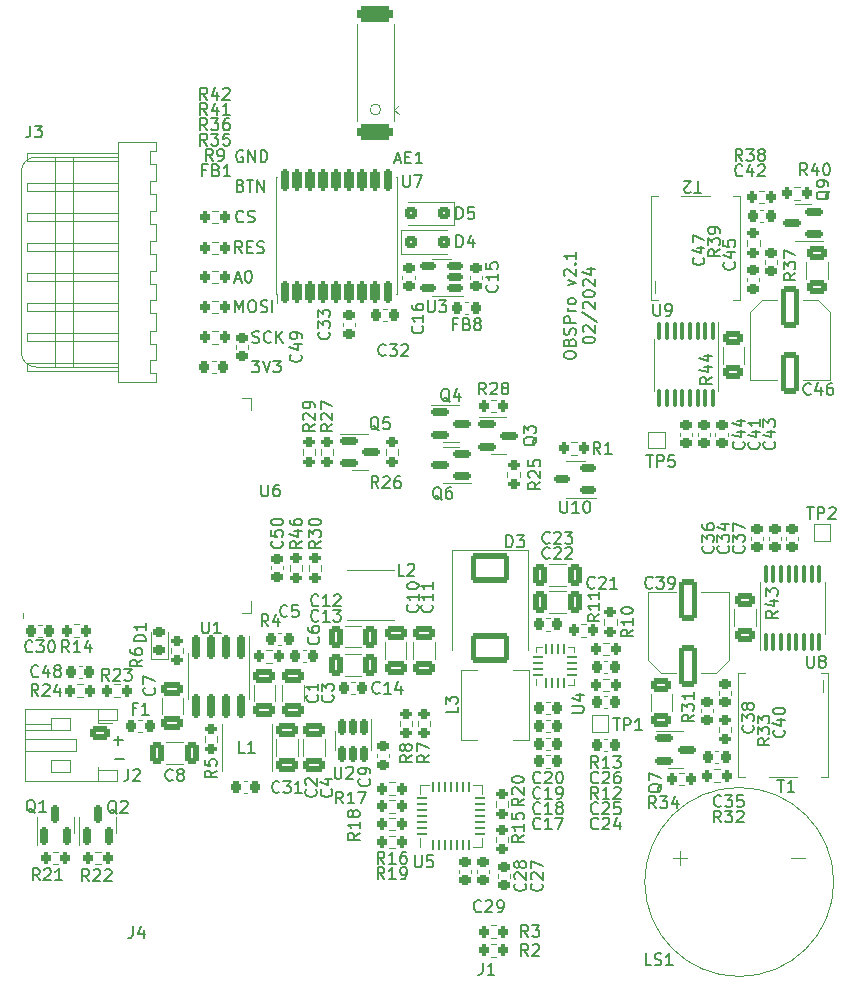
<source format=gbr>
%TF.GenerationSoftware,KiCad,Pcbnew,7.0.10*%
%TF.CreationDate,2024-02-25T13:23:12+01:00*%
%TF.ProjectId,OBSPro,4f425350-726f-42e6-9b69-6361645f7063,rev?*%
%TF.SameCoordinates,PX7270e00PY2255100*%
%TF.FileFunction,Legend,Top*%
%TF.FilePolarity,Positive*%
%FSLAX46Y46*%
G04 Gerber Fmt 4.6, Leading zero omitted, Abs format (unit mm)*
G04 Created by KiCad (PCBNEW 7.0.10) date 2024-02-25 13:23:12*
%MOMM*%
%LPD*%
G01*
G04 APERTURE LIST*
G04 Aperture macros list*
%AMRoundRect*
0 Rectangle with rounded corners*
0 $1 Rounding radius*
0 $2 $3 $4 $5 $6 $7 $8 $9 X,Y pos of 4 corners*
0 Add a 4 corners polygon primitive as box body*
4,1,4,$2,$3,$4,$5,$6,$7,$8,$9,$2,$3,0*
0 Add four circle primitives for the rounded corners*
1,1,$1+$1,$2,$3*
1,1,$1+$1,$4,$5*
1,1,$1+$1,$6,$7*
1,1,$1+$1,$8,$9*
0 Add four rect primitives between the rounded corners*
20,1,$1+$1,$2,$3,$4,$5,0*
20,1,$1+$1,$4,$5,$6,$7,0*
20,1,$1+$1,$6,$7,$8,$9,0*
20,1,$1+$1,$8,$9,$2,$3,0*%
G04 Aperture macros list end*
%ADD10C,0.150000*%
%ADD11C,0.120000*%
%ADD12R,3.600000X1.150000*%
%ADD13RoundRect,0.200000X-0.200000X-0.275000X0.200000X-0.275000X0.200000X0.275000X-0.200000X0.275000X0*%
%ADD14RoundRect,0.250000X-0.625000X0.312500X-0.625000X-0.312500X0.625000X-0.312500X0.625000X0.312500X0*%
%ADD15RoundRect,0.150000X-0.150000X0.825000X-0.150000X-0.825000X0.150000X-0.825000X0.150000X0.825000X0*%
%ADD16R,2.300000X2.300000*%
%ADD17RoundRect,0.200000X0.200000X0.275000X-0.200000X0.275000X-0.200000X-0.275000X0.200000X-0.275000X0*%
%ADD18C,3.200000*%
%ADD19RoundRect,0.350000X1.150000X0.350000X-1.150000X0.350000X-1.150000X-0.350000X1.150000X-0.350000X0*%
%ADD20RoundRect,0.225000X-0.250000X0.225000X-0.250000X-0.225000X0.250000X-0.225000X0.250000X0.225000X0*%
%ADD21RoundRect,0.225000X-0.225000X-0.250000X0.225000X-0.250000X0.225000X0.250000X-0.225000X0.250000X0*%
%ADD22RoundRect,0.250000X-0.650000X0.325000X-0.650000X-0.325000X0.650000X-0.325000X0.650000X0.325000X0*%
%ADD23RoundRect,0.250000X0.650000X-0.325000X0.650000X0.325000X-0.650000X0.325000X-0.650000X-0.325000X0*%
%ADD24RoundRect,0.250000X0.625000X-0.312500X0.625000X0.312500X-0.625000X0.312500X-0.625000X-0.312500X0*%
%ADD25RoundRect,0.100000X0.100000X-0.637500X0.100000X0.637500X-0.100000X0.637500X-0.100000X-0.637500X0*%
%ADD26RoundRect,0.250000X-0.300000X-0.300000X0.300000X-0.300000X0.300000X0.300000X-0.300000X0.300000X0*%
%ADD27RoundRect,0.225000X0.225000X0.250000X-0.225000X0.250000X-0.225000X-0.250000X0.225000X-0.250000X0*%
%ADD28RoundRect,0.150000X-0.587500X-0.150000X0.587500X-0.150000X0.587500X0.150000X-0.587500X0.150000X0*%
%ADD29RoundRect,0.225000X0.250000X-0.225000X0.250000X0.225000X-0.250000X0.225000X-0.250000X-0.225000X0*%
%ADD30RoundRect,0.250000X0.300000X0.300000X-0.300000X0.300000X-0.300000X-0.300000X0.300000X-0.300000X0*%
%ADD31RoundRect,0.200000X-0.275000X0.200000X-0.275000X-0.200000X0.275000X-0.200000X0.275000X0.200000X0*%
%ADD32RoundRect,0.200000X0.275000X-0.200000X0.275000X0.200000X-0.275000X0.200000X-0.275000X-0.200000X0*%
%ADD33RoundRect,0.250000X-0.625000X0.350000X-0.625000X-0.350000X0.625000X-0.350000X0.625000X0.350000X0*%
%ADD34O,1.750000X1.200000*%
%ADD35RoundRect,0.175000X0.175000X-0.725000X0.175000X0.725000X-0.175000X0.725000X-0.175000X-0.725000X0*%
%ADD36RoundRect,0.200000X0.200000X-0.700000X0.200000X0.700000X-0.200000X0.700000X-0.200000X-0.700000X0*%
%ADD37RoundRect,0.250000X-1.400000X-1.000000X1.400000X-1.000000X1.400000X1.000000X-1.400000X1.000000X0*%
%ADD38RoundRect,0.218750X-0.218750X-0.256250X0.218750X-0.256250X0.218750X0.256250X-0.218750X0.256250X0*%
%ADD39RoundRect,0.150000X0.587500X0.150000X-0.587500X0.150000X-0.587500X-0.150000X0.587500X-0.150000X0*%
%ADD40R,1.000000X1.000000*%
%ADD41R,1.150000X3.600000*%
%ADD42RoundRect,0.150000X0.512500X0.150000X-0.512500X0.150000X-0.512500X-0.150000X0.512500X-0.150000X0*%
%ADD43R,0.600000X1.140000*%
%ADD44R,0.300000X1.140000*%
%ADD45O,0.900000X2.000000*%
%ADD46O,0.900000X1.700000*%
%ADD47RoundRect,0.218750X0.256250X-0.218750X0.256250X0.218750X-0.256250X0.218750X-0.256250X-0.218750X0*%
%ADD48O,2.500000X1.500000*%
%ADD49RoundRect,0.250000X0.325000X0.650000X-0.325000X0.650000X-0.325000X-0.650000X0.325000X-0.650000X0*%
%ADD50RoundRect,0.062500X0.062500X-0.350000X0.062500X0.350000X-0.062500X0.350000X-0.062500X-0.350000X0*%
%ADD51RoundRect,0.062500X0.350000X-0.062500X0.350000X0.062500X-0.350000X0.062500X-0.350000X-0.062500X0*%
%ADD52R,1.680000X1.680000*%
%ADD53RoundRect,0.150000X0.150000X-0.587500X0.150000X0.587500X-0.150000X0.587500X-0.150000X-0.587500X0*%
%ADD54RoundRect,0.218750X0.218750X0.256250X-0.218750X0.256250X-0.218750X-0.256250X0.218750X-0.256250X0*%
%ADD55RoundRect,0.250000X-0.325000X-0.650000X0.325000X-0.650000X0.325000X0.650000X-0.325000X0.650000X0*%
%ADD56R,1.200000X2.500000*%
%ADD57R,0.900000X1.500000*%
%ADD58R,1.500000X0.900000*%
%ADD59C,0.475000*%
%ADD60R,4.200000X4.200000*%
%ADD61RoundRect,0.150000X-0.150000X0.512500X-0.150000X-0.512500X0.150000X-0.512500X0.150000X0.512500X0*%
%ADD62R,2.500000X1.900000*%
%ADD63RoundRect,0.250000X-0.550000X1.500000X-0.550000X-1.500000X0.550000X-1.500000X0.550000X1.500000X0*%
%ADD64RoundRect,0.250000X0.550000X-1.500000X0.550000X1.500000X-0.550000X1.500000X-0.550000X-1.500000X0*%
%ADD65C,1.800000*%
%ADD66RoundRect,0.062500X0.062500X-0.337500X0.062500X0.337500X-0.062500X0.337500X-0.062500X-0.337500X0*%
%ADD67RoundRect,0.062500X0.337500X-0.062500X0.337500X0.062500X-0.337500X0.062500X-0.337500X-0.062500X0*%
%ADD68R,3.350000X3.350000*%
%ADD69RoundRect,0.100000X-0.100000X0.637500X-0.100000X-0.637500X0.100000X-0.637500X0.100000X0.637500X0*%
%ADD70R,0.700000X1.300000*%
%ADD71R,1.200000X1.400000*%
%ADD72R,1.200000X2.000000*%
G04 APERTURE END LIST*
D10*
X46149819Y-30985714D02*
X46149819Y-30795238D01*
X46149819Y-30795238D02*
X46197438Y-30700000D01*
X46197438Y-30700000D02*
X46292676Y-30604762D01*
X46292676Y-30604762D02*
X46483152Y-30557143D01*
X46483152Y-30557143D02*
X46816485Y-30557143D01*
X46816485Y-30557143D02*
X47006961Y-30604762D01*
X47006961Y-30604762D02*
X47102200Y-30700000D01*
X47102200Y-30700000D02*
X47149819Y-30795238D01*
X47149819Y-30795238D02*
X47149819Y-30985714D01*
X47149819Y-30985714D02*
X47102200Y-31080952D01*
X47102200Y-31080952D02*
X47006961Y-31176190D01*
X47006961Y-31176190D02*
X46816485Y-31223809D01*
X46816485Y-31223809D02*
X46483152Y-31223809D01*
X46483152Y-31223809D02*
X46292676Y-31176190D01*
X46292676Y-31176190D02*
X46197438Y-31080952D01*
X46197438Y-31080952D02*
X46149819Y-30985714D01*
X46626009Y-29795238D02*
X46673628Y-29652381D01*
X46673628Y-29652381D02*
X46721247Y-29604762D01*
X46721247Y-29604762D02*
X46816485Y-29557143D01*
X46816485Y-29557143D02*
X46959342Y-29557143D01*
X46959342Y-29557143D02*
X47054580Y-29604762D01*
X47054580Y-29604762D02*
X47102200Y-29652381D01*
X47102200Y-29652381D02*
X47149819Y-29747619D01*
X47149819Y-29747619D02*
X47149819Y-30128571D01*
X47149819Y-30128571D02*
X46149819Y-30128571D01*
X46149819Y-30128571D02*
X46149819Y-29795238D01*
X46149819Y-29795238D02*
X46197438Y-29700000D01*
X46197438Y-29700000D02*
X46245057Y-29652381D01*
X46245057Y-29652381D02*
X46340295Y-29604762D01*
X46340295Y-29604762D02*
X46435533Y-29604762D01*
X46435533Y-29604762D02*
X46530771Y-29652381D01*
X46530771Y-29652381D02*
X46578390Y-29700000D01*
X46578390Y-29700000D02*
X46626009Y-29795238D01*
X46626009Y-29795238D02*
X46626009Y-30128571D01*
X47102200Y-29176190D02*
X47149819Y-29033333D01*
X47149819Y-29033333D02*
X47149819Y-28795238D01*
X47149819Y-28795238D02*
X47102200Y-28700000D01*
X47102200Y-28700000D02*
X47054580Y-28652381D01*
X47054580Y-28652381D02*
X46959342Y-28604762D01*
X46959342Y-28604762D02*
X46864104Y-28604762D01*
X46864104Y-28604762D02*
X46768866Y-28652381D01*
X46768866Y-28652381D02*
X46721247Y-28700000D01*
X46721247Y-28700000D02*
X46673628Y-28795238D01*
X46673628Y-28795238D02*
X46626009Y-28985714D01*
X46626009Y-28985714D02*
X46578390Y-29080952D01*
X46578390Y-29080952D02*
X46530771Y-29128571D01*
X46530771Y-29128571D02*
X46435533Y-29176190D01*
X46435533Y-29176190D02*
X46340295Y-29176190D01*
X46340295Y-29176190D02*
X46245057Y-29128571D01*
X46245057Y-29128571D02*
X46197438Y-29080952D01*
X46197438Y-29080952D02*
X46149819Y-28985714D01*
X46149819Y-28985714D02*
X46149819Y-28747619D01*
X46149819Y-28747619D02*
X46197438Y-28604762D01*
X47149819Y-28176190D02*
X46149819Y-28176190D01*
X46149819Y-28176190D02*
X46149819Y-27795238D01*
X46149819Y-27795238D02*
X46197438Y-27700000D01*
X46197438Y-27700000D02*
X46245057Y-27652381D01*
X46245057Y-27652381D02*
X46340295Y-27604762D01*
X46340295Y-27604762D02*
X46483152Y-27604762D01*
X46483152Y-27604762D02*
X46578390Y-27652381D01*
X46578390Y-27652381D02*
X46626009Y-27700000D01*
X46626009Y-27700000D02*
X46673628Y-27795238D01*
X46673628Y-27795238D02*
X46673628Y-28176190D01*
X47149819Y-27176190D02*
X46483152Y-27176190D01*
X46673628Y-27176190D02*
X46578390Y-27128571D01*
X46578390Y-27128571D02*
X46530771Y-27080952D01*
X46530771Y-27080952D02*
X46483152Y-26985714D01*
X46483152Y-26985714D02*
X46483152Y-26890476D01*
X47149819Y-26414285D02*
X47102200Y-26509523D01*
X47102200Y-26509523D02*
X47054580Y-26557142D01*
X47054580Y-26557142D02*
X46959342Y-26604761D01*
X46959342Y-26604761D02*
X46673628Y-26604761D01*
X46673628Y-26604761D02*
X46578390Y-26557142D01*
X46578390Y-26557142D02*
X46530771Y-26509523D01*
X46530771Y-26509523D02*
X46483152Y-26414285D01*
X46483152Y-26414285D02*
X46483152Y-26271428D01*
X46483152Y-26271428D02*
X46530771Y-26176190D01*
X46530771Y-26176190D02*
X46578390Y-26128571D01*
X46578390Y-26128571D02*
X46673628Y-26080952D01*
X46673628Y-26080952D02*
X46959342Y-26080952D01*
X46959342Y-26080952D02*
X47054580Y-26128571D01*
X47054580Y-26128571D02*
X47102200Y-26176190D01*
X47102200Y-26176190D02*
X47149819Y-26271428D01*
X47149819Y-26271428D02*
X47149819Y-26414285D01*
X46483152Y-24985713D02*
X47149819Y-24747618D01*
X47149819Y-24747618D02*
X46483152Y-24509523D01*
X46245057Y-24176189D02*
X46197438Y-24128570D01*
X46197438Y-24128570D02*
X46149819Y-24033332D01*
X46149819Y-24033332D02*
X46149819Y-23795237D01*
X46149819Y-23795237D02*
X46197438Y-23699999D01*
X46197438Y-23699999D02*
X46245057Y-23652380D01*
X46245057Y-23652380D02*
X46340295Y-23604761D01*
X46340295Y-23604761D02*
X46435533Y-23604761D01*
X46435533Y-23604761D02*
X46578390Y-23652380D01*
X46578390Y-23652380D02*
X47149819Y-24223808D01*
X47149819Y-24223808D02*
X47149819Y-23604761D01*
X47054580Y-23176189D02*
X47102200Y-23128570D01*
X47102200Y-23128570D02*
X47149819Y-23176189D01*
X47149819Y-23176189D02*
X47102200Y-23223808D01*
X47102200Y-23223808D02*
X47054580Y-23176189D01*
X47054580Y-23176189D02*
X47149819Y-23176189D01*
X47149819Y-22176190D02*
X47149819Y-22747618D01*
X47149819Y-22461904D02*
X46149819Y-22461904D01*
X46149819Y-22461904D02*
X46292676Y-22557142D01*
X46292676Y-22557142D02*
X46387914Y-22652380D01*
X46387914Y-22652380D02*
X46435533Y-22747618D01*
X47759819Y-29652380D02*
X47759819Y-29557142D01*
X47759819Y-29557142D02*
X47807438Y-29461904D01*
X47807438Y-29461904D02*
X47855057Y-29414285D01*
X47855057Y-29414285D02*
X47950295Y-29366666D01*
X47950295Y-29366666D02*
X48140771Y-29319047D01*
X48140771Y-29319047D02*
X48378866Y-29319047D01*
X48378866Y-29319047D02*
X48569342Y-29366666D01*
X48569342Y-29366666D02*
X48664580Y-29414285D01*
X48664580Y-29414285D02*
X48712200Y-29461904D01*
X48712200Y-29461904D02*
X48759819Y-29557142D01*
X48759819Y-29557142D02*
X48759819Y-29652380D01*
X48759819Y-29652380D02*
X48712200Y-29747618D01*
X48712200Y-29747618D02*
X48664580Y-29795237D01*
X48664580Y-29795237D02*
X48569342Y-29842856D01*
X48569342Y-29842856D02*
X48378866Y-29890475D01*
X48378866Y-29890475D02*
X48140771Y-29890475D01*
X48140771Y-29890475D02*
X47950295Y-29842856D01*
X47950295Y-29842856D02*
X47855057Y-29795237D01*
X47855057Y-29795237D02*
X47807438Y-29747618D01*
X47807438Y-29747618D02*
X47759819Y-29652380D01*
X47855057Y-28938094D02*
X47807438Y-28890475D01*
X47807438Y-28890475D02*
X47759819Y-28795237D01*
X47759819Y-28795237D02*
X47759819Y-28557142D01*
X47759819Y-28557142D02*
X47807438Y-28461904D01*
X47807438Y-28461904D02*
X47855057Y-28414285D01*
X47855057Y-28414285D02*
X47950295Y-28366666D01*
X47950295Y-28366666D02*
X48045533Y-28366666D01*
X48045533Y-28366666D02*
X48188390Y-28414285D01*
X48188390Y-28414285D02*
X48759819Y-28985713D01*
X48759819Y-28985713D02*
X48759819Y-28366666D01*
X47712200Y-27223809D02*
X48997914Y-28080951D01*
X47855057Y-26938094D02*
X47807438Y-26890475D01*
X47807438Y-26890475D02*
X47759819Y-26795237D01*
X47759819Y-26795237D02*
X47759819Y-26557142D01*
X47759819Y-26557142D02*
X47807438Y-26461904D01*
X47807438Y-26461904D02*
X47855057Y-26414285D01*
X47855057Y-26414285D02*
X47950295Y-26366666D01*
X47950295Y-26366666D02*
X48045533Y-26366666D01*
X48045533Y-26366666D02*
X48188390Y-26414285D01*
X48188390Y-26414285D02*
X48759819Y-26985713D01*
X48759819Y-26985713D02*
X48759819Y-26366666D01*
X47759819Y-25747618D02*
X47759819Y-25652380D01*
X47759819Y-25652380D02*
X47807438Y-25557142D01*
X47807438Y-25557142D02*
X47855057Y-25509523D01*
X47855057Y-25509523D02*
X47950295Y-25461904D01*
X47950295Y-25461904D02*
X48140771Y-25414285D01*
X48140771Y-25414285D02*
X48378866Y-25414285D01*
X48378866Y-25414285D02*
X48569342Y-25461904D01*
X48569342Y-25461904D02*
X48664580Y-25509523D01*
X48664580Y-25509523D02*
X48712200Y-25557142D01*
X48712200Y-25557142D02*
X48759819Y-25652380D01*
X48759819Y-25652380D02*
X48759819Y-25747618D01*
X48759819Y-25747618D02*
X48712200Y-25842856D01*
X48712200Y-25842856D02*
X48664580Y-25890475D01*
X48664580Y-25890475D02*
X48569342Y-25938094D01*
X48569342Y-25938094D02*
X48378866Y-25985713D01*
X48378866Y-25985713D02*
X48140771Y-25985713D01*
X48140771Y-25985713D02*
X47950295Y-25938094D01*
X47950295Y-25938094D02*
X47855057Y-25890475D01*
X47855057Y-25890475D02*
X47807438Y-25842856D01*
X47807438Y-25842856D02*
X47759819Y-25747618D01*
X47855057Y-25033332D02*
X47807438Y-24985713D01*
X47807438Y-24985713D02*
X47759819Y-24890475D01*
X47759819Y-24890475D02*
X47759819Y-24652380D01*
X47759819Y-24652380D02*
X47807438Y-24557142D01*
X47807438Y-24557142D02*
X47855057Y-24509523D01*
X47855057Y-24509523D02*
X47950295Y-24461904D01*
X47950295Y-24461904D02*
X48045533Y-24461904D01*
X48045533Y-24461904D02*
X48188390Y-24509523D01*
X48188390Y-24509523D02*
X48759819Y-25080951D01*
X48759819Y-25080951D02*
X48759819Y-24461904D01*
X48093152Y-23604761D02*
X48759819Y-23604761D01*
X47712200Y-23842856D02*
X48426485Y-24080951D01*
X48426485Y-24080951D02*
X48426485Y-23461904D01*
X19789160Y-29807200D02*
X19932017Y-29854819D01*
X19932017Y-29854819D02*
X20170112Y-29854819D01*
X20170112Y-29854819D02*
X20265350Y-29807200D01*
X20265350Y-29807200D02*
X20312969Y-29759580D01*
X20312969Y-29759580D02*
X20360588Y-29664342D01*
X20360588Y-29664342D02*
X20360588Y-29569104D01*
X20360588Y-29569104D02*
X20312969Y-29473866D01*
X20312969Y-29473866D02*
X20265350Y-29426247D01*
X20265350Y-29426247D02*
X20170112Y-29378628D01*
X20170112Y-29378628D02*
X19979636Y-29331009D01*
X19979636Y-29331009D02*
X19884398Y-29283390D01*
X19884398Y-29283390D02*
X19836779Y-29235771D01*
X19836779Y-29235771D02*
X19789160Y-29140533D01*
X19789160Y-29140533D02*
X19789160Y-29045295D01*
X19789160Y-29045295D02*
X19836779Y-28950057D01*
X19836779Y-28950057D02*
X19884398Y-28902438D01*
X19884398Y-28902438D02*
X19979636Y-28854819D01*
X19979636Y-28854819D02*
X20217731Y-28854819D01*
X20217731Y-28854819D02*
X20360588Y-28902438D01*
X21360588Y-29759580D02*
X21312969Y-29807200D01*
X21312969Y-29807200D02*
X21170112Y-29854819D01*
X21170112Y-29854819D02*
X21074874Y-29854819D01*
X21074874Y-29854819D02*
X20932017Y-29807200D01*
X20932017Y-29807200D02*
X20836779Y-29711961D01*
X20836779Y-29711961D02*
X20789160Y-29616723D01*
X20789160Y-29616723D02*
X20741541Y-29426247D01*
X20741541Y-29426247D02*
X20741541Y-29283390D01*
X20741541Y-29283390D02*
X20789160Y-29092914D01*
X20789160Y-29092914D02*
X20836779Y-28997676D01*
X20836779Y-28997676D02*
X20932017Y-28902438D01*
X20932017Y-28902438D02*
X21074874Y-28854819D01*
X21074874Y-28854819D02*
X21170112Y-28854819D01*
X21170112Y-28854819D02*
X21312969Y-28902438D01*
X21312969Y-28902438D02*
X21360588Y-28950057D01*
X21789160Y-29854819D02*
X21789160Y-28854819D01*
X22360588Y-29854819D02*
X21932017Y-29283390D01*
X22360588Y-28854819D02*
X21789160Y-29426247D01*
X8036779Y-63488866D02*
X8798684Y-63488866D01*
X8417731Y-63869819D02*
X8417731Y-63107914D01*
X18960588Y-13602438D02*
X18865350Y-13554819D01*
X18865350Y-13554819D02*
X18722493Y-13554819D01*
X18722493Y-13554819D02*
X18579636Y-13602438D01*
X18579636Y-13602438D02*
X18484398Y-13697676D01*
X18484398Y-13697676D02*
X18436779Y-13792914D01*
X18436779Y-13792914D02*
X18389160Y-13983390D01*
X18389160Y-13983390D02*
X18389160Y-14126247D01*
X18389160Y-14126247D02*
X18436779Y-14316723D01*
X18436779Y-14316723D02*
X18484398Y-14411961D01*
X18484398Y-14411961D02*
X18579636Y-14507200D01*
X18579636Y-14507200D02*
X18722493Y-14554819D01*
X18722493Y-14554819D02*
X18817731Y-14554819D01*
X18817731Y-14554819D02*
X18960588Y-14507200D01*
X18960588Y-14507200D02*
X19008207Y-14459580D01*
X19008207Y-14459580D02*
X19008207Y-14126247D01*
X19008207Y-14126247D02*
X18817731Y-14126247D01*
X19436779Y-14554819D02*
X19436779Y-13554819D01*
X19436779Y-13554819D02*
X20008207Y-14554819D01*
X20008207Y-14554819D02*
X20008207Y-13554819D01*
X20484398Y-14554819D02*
X20484398Y-13554819D01*
X20484398Y-13554819D02*
X20722493Y-13554819D01*
X20722493Y-13554819D02*
X20865350Y-13602438D01*
X20865350Y-13602438D02*
X20960588Y-13697676D01*
X20960588Y-13697676D02*
X21008207Y-13792914D01*
X21008207Y-13792914D02*
X21055826Y-13983390D01*
X21055826Y-13983390D02*
X21055826Y-14126247D01*
X21055826Y-14126247D02*
X21008207Y-14316723D01*
X21008207Y-14316723D02*
X20960588Y-14411961D01*
X20960588Y-14411961D02*
X20865350Y-14507200D01*
X20865350Y-14507200D02*
X20722493Y-14554819D01*
X20722493Y-14554819D02*
X20484398Y-14554819D01*
X8136779Y-65088866D02*
X8898684Y-65088866D01*
X18289160Y-24469104D02*
X18765350Y-24469104D01*
X18193922Y-24754819D02*
X18527255Y-23754819D01*
X18527255Y-23754819D02*
X18860588Y-24754819D01*
X19384398Y-23754819D02*
X19479636Y-23754819D01*
X19479636Y-23754819D02*
X19574874Y-23802438D01*
X19574874Y-23802438D02*
X19622493Y-23850057D01*
X19622493Y-23850057D02*
X19670112Y-23945295D01*
X19670112Y-23945295D02*
X19717731Y-24135771D01*
X19717731Y-24135771D02*
X19717731Y-24373866D01*
X19717731Y-24373866D02*
X19670112Y-24564342D01*
X19670112Y-24564342D02*
X19622493Y-24659580D01*
X19622493Y-24659580D02*
X19574874Y-24707200D01*
X19574874Y-24707200D02*
X19479636Y-24754819D01*
X19479636Y-24754819D02*
X19384398Y-24754819D01*
X19384398Y-24754819D02*
X19289160Y-24707200D01*
X19289160Y-24707200D02*
X19241541Y-24659580D01*
X19241541Y-24659580D02*
X19193922Y-24564342D01*
X19193922Y-24564342D02*
X19146303Y-24373866D01*
X19146303Y-24373866D02*
X19146303Y-24135771D01*
X19146303Y-24135771D02*
X19193922Y-23945295D01*
X19193922Y-23945295D02*
X19241541Y-23850057D01*
X19241541Y-23850057D02*
X19289160Y-23802438D01*
X19289160Y-23802438D02*
X19384398Y-23754819D01*
X19741541Y-31354819D02*
X20360588Y-31354819D01*
X20360588Y-31354819D02*
X20027255Y-31735771D01*
X20027255Y-31735771D02*
X20170112Y-31735771D01*
X20170112Y-31735771D02*
X20265350Y-31783390D01*
X20265350Y-31783390D02*
X20312969Y-31831009D01*
X20312969Y-31831009D02*
X20360588Y-31926247D01*
X20360588Y-31926247D02*
X20360588Y-32164342D01*
X20360588Y-32164342D02*
X20312969Y-32259580D01*
X20312969Y-32259580D02*
X20265350Y-32307200D01*
X20265350Y-32307200D02*
X20170112Y-32354819D01*
X20170112Y-32354819D02*
X19884398Y-32354819D01*
X19884398Y-32354819D02*
X19789160Y-32307200D01*
X19789160Y-32307200D02*
X19741541Y-32259580D01*
X20646303Y-31354819D02*
X20979636Y-32354819D01*
X20979636Y-32354819D02*
X21312969Y-31354819D01*
X21551065Y-31354819D02*
X22170112Y-31354819D01*
X22170112Y-31354819D02*
X21836779Y-31735771D01*
X21836779Y-31735771D02*
X21979636Y-31735771D01*
X21979636Y-31735771D02*
X22074874Y-31783390D01*
X22074874Y-31783390D02*
X22122493Y-31831009D01*
X22122493Y-31831009D02*
X22170112Y-31926247D01*
X22170112Y-31926247D02*
X22170112Y-32164342D01*
X22170112Y-32164342D02*
X22122493Y-32259580D01*
X22122493Y-32259580D02*
X22074874Y-32307200D01*
X22074874Y-32307200D02*
X21979636Y-32354819D01*
X21979636Y-32354819D02*
X21693922Y-32354819D01*
X21693922Y-32354819D02*
X21598684Y-32307200D01*
X21598684Y-32307200D02*
X21551065Y-32259580D01*
X18908207Y-22254819D02*
X18574874Y-21778628D01*
X18336779Y-22254819D02*
X18336779Y-21254819D01*
X18336779Y-21254819D02*
X18717731Y-21254819D01*
X18717731Y-21254819D02*
X18812969Y-21302438D01*
X18812969Y-21302438D02*
X18860588Y-21350057D01*
X18860588Y-21350057D02*
X18908207Y-21445295D01*
X18908207Y-21445295D02*
X18908207Y-21588152D01*
X18908207Y-21588152D02*
X18860588Y-21683390D01*
X18860588Y-21683390D02*
X18812969Y-21731009D01*
X18812969Y-21731009D02*
X18717731Y-21778628D01*
X18717731Y-21778628D02*
X18336779Y-21778628D01*
X19336779Y-21731009D02*
X19670112Y-21731009D01*
X19812969Y-22254819D02*
X19336779Y-22254819D01*
X19336779Y-22254819D02*
X19336779Y-21254819D01*
X19336779Y-21254819D02*
X19812969Y-21254819D01*
X20193922Y-22207200D02*
X20336779Y-22254819D01*
X20336779Y-22254819D02*
X20574874Y-22254819D01*
X20574874Y-22254819D02*
X20670112Y-22207200D01*
X20670112Y-22207200D02*
X20717731Y-22159580D01*
X20717731Y-22159580D02*
X20765350Y-22064342D01*
X20765350Y-22064342D02*
X20765350Y-21969104D01*
X20765350Y-21969104D02*
X20717731Y-21873866D01*
X20717731Y-21873866D02*
X20670112Y-21826247D01*
X20670112Y-21826247D02*
X20574874Y-21778628D01*
X20574874Y-21778628D02*
X20384398Y-21731009D01*
X20384398Y-21731009D02*
X20289160Y-21683390D01*
X20289160Y-21683390D02*
X20241541Y-21635771D01*
X20241541Y-21635771D02*
X20193922Y-21540533D01*
X20193922Y-21540533D02*
X20193922Y-21445295D01*
X20193922Y-21445295D02*
X20241541Y-21350057D01*
X20241541Y-21350057D02*
X20289160Y-21302438D01*
X20289160Y-21302438D02*
X20384398Y-21254819D01*
X20384398Y-21254819D02*
X20622493Y-21254819D01*
X20622493Y-21254819D02*
X20765350Y-21302438D01*
X19008207Y-19559580D02*
X18960588Y-19607200D01*
X18960588Y-19607200D02*
X18817731Y-19654819D01*
X18817731Y-19654819D02*
X18722493Y-19654819D01*
X18722493Y-19654819D02*
X18579636Y-19607200D01*
X18579636Y-19607200D02*
X18484398Y-19511961D01*
X18484398Y-19511961D02*
X18436779Y-19416723D01*
X18436779Y-19416723D02*
X18389160Y-19226247D01*
X18389160Y-19226247D02*
X18389160Y-19083390D01*
X18389160Y-19083390D02*
X18436779Y-18892914D01*
X18436779Y-18892914D02*
X18484398Y-18797676D01*
X18484398Y-18797676D02*
X18579636Y-18702438D01*
X18579636Y-18702438D02*
X18722493Y-18654819D01*
X18722493Y-18654819D02*
X18817731Y-18654819D01*
X18817731Y-18654819D02*
X18960588Y-18702438D01*
X18960588Y-18702438D02*
X19008207Y-18750057D01*
X19389160Y-19607200D02*
X19532017Y-19654819D01*
X19532017Y-19654819D02*
X19770112Y-19654819D01*
X19770112Y-19654819D02*
X19865350Y-19607200D01*
X19865350Y-19607200D02*
X19912969Y-19559580D01*
X19912969Y-19559580D02*
X19960588Y-19464342D01*
X19960588Y-19464342D02*
X19960588Y-19369104D01*
X19960588Y-19369104D02*
X19912969Y-19273866D01*
X19912969Y-19273866D02*
X19865350Y-19226247D01*
X19865350Y-19226247D02*
X19770112Y-19178628D01*
X19770112Y-19178628D02*
X19579636Y-19131009D01*
X19579636Y-19131009D02*
X19484398Y-19083390D01*
X19484398Y-19083390D02*
X19436779Y-19035771D01*
X19436779Y-19035771D02*
X19389160Y-18940533D01*
X19389160Y-18940533D02*
X19389160Y-18845295D01*
X19389160Y-18845295D02*
X19436779Y-18750057D01*
X19436779Y-18750057D02*
X19484398Y-18702438D01*
X19484398Y-18702438D02*
X19579636Y-18654819D01*
X19579636Y-18654819D02*
X19817731Y-18654819D01*
X19817731Y-18654819D02*
X19960588Y-18702438D01*
X18770112Y-16531009D02*
X18912969Y-16578628D01*
X18912969Y-16578628D02*
X18960588Y-16626247D01*
X18960588Y-16626247D02*
X19008207Y-16721485D01*
X19008207Y-16721485D02*
X19008207Y-16864342D01*
X19008207Y-16864342D02*
X18960588Y-16959580D01*
X18960588Y-16959580D02*
X18912969Y-17007200D01*
X18912969Y-17007200D02*
X18817731Y-17054819D01*
X18817731Y-17054819D02*
X18436779Y-17054819D01*
X18436779Y-17054819D02*
X18436779Y-16054819D01*
X18436779Y-16054819D02*
X18770112Y-16054819D01*
X18770112Y-16054819D02*
X18865350Y-16102438D01*
X18865350Y-16102438D02*
X18912969Y-16150057D01*
X18912969Y-16150057D02*
X18960588Y-16245295D01*
X18960588Y-16245295D02*
X18960588Y-16340533D01*
X18960588Y-16340533D02*
X18912969Y-16435771D01*
X18912969Y-16435771D02*
X18865350Y-16483390D01*
X18865350Y-16483390D02*
X18770112Y-16531009D01*
X18770112Y-16531009D02*
X18436779Y-16531009D01*
X19293922Y-16054819D02*
X19865350Y-16054819D01*
X19579636Y-17054819D02*
X19579636Y-16054819D01*
X20198684Y-17054819D02*
X20198684Y-16054819D01*
X20198684Y-16054819D02*
X20770112Y-17054819D01*
X20770112Y-17054819D02*
X20770112Y-16054819D01*
X18336779Y-27254819D02*
X18336779Y-26254819D01*
X18336779Y-26254819D02*
X18670112Y-26969104D01*
X18670112Y-26969104D02*
X19003445Y-26254819D01*
X19003445Y-26254819D02*
X19003445Y-27254819D01*
X19670112Y-26254819D02*
X19860588Y-26254819D01*
X19860588Y-26254819D02*
X19955826Y-26302438D01*
X19955826Y-26302438D02*
X20051064Y-26397676D01*
X20051064Y-26397676D02*
X20098683Y-26588152D01*
X20098683Y-26588152D02*
X20098683Y-26921485D01*
X20098683Y-26921485D02*
X20051064Y-27111961D01*
X20051064Y-27111961D02*
X19955826Y-27207200D01*
X19955826Y-27207200D02*
X19860588Y-27254819D01*
X19860588Y-27254819D02*
X19670112Y-27254819D01*
X19670112Y-27254819D02*
X19574874Y-27207200D01*
X19574874Y-27207200D02*
X19479636Y-27111961D01*
X19479636Y-27111961D02*
X19432017Y-26921485D01*
X19432017Y-26921485D02*
X19432017Y-26588152D01*
X19432017Y-26588152D02*
X19479636Y-26397676D01*
X19479636Y-26397676D02*
X19574874Y-26302438D01*
X19574874Y-26302438D02*
X19670112Y-26254819D01*
X20479636Y-27207200D02*
X20622493Y-27254819D01*
X20622493Y-27254819D02*
X20860588Y-27254819D01*
X20860588Y-27254819D02*
X20955826Y-27207200D01*
X20955826Y-27207200D02*
X21003445Y-27159580D01*
X21003445Y-27159580D02*
X21051064Y-27064342D01*
X21051064Y-27064342D02*
X21051064Y-26969104D01*
X21051064Y-26969104D02*
X21003445Y-26873866D01*
X21003445Y-26873866D02*
X20955826Y-26826247D01*
X20955826Y-26826247D02*
X20860588Y-26778628D01*
X20860588Y-26778628D02*
X20670112Y-26731009D01*
X20670112Y-26731009D02*
X20574874Y-26683390D01*
X20574874Y-26683390D02*
X20527255Y-26635771D01*
X20527255Y-26635771D02*
X20479636Y-26540533D01*
X20479636Y-26540533D02*
X20479636Y-26445295D01*
X20479636Y-26445295D02*
X20527255Y-26350057D01*
X20527255Y-26350057D02*
X20574874Y-26302438D01*
X20574874Y-26302438D02*
X20670112Y-26254819D01*
X20670112Y-26254819D02*
X20908207Y-26254819D01*
X20908207Y-26254819D02*
X21051064Y-26302438D01*
X21479636Y-27254819D02*
X21479636Y-26254819D01*
X19133333Y-64554819D02*
X18657143Y-64554819D01*
X18657143Y-64554819D02*
X18657143Y-63554819D01*
X19990476Y-64554819D02*
X19419048Y-64554819D01*
X19704762Y-64554819D02*
X19704762Y-63554819D01*
X19704762Y-63554819D02*
X19609524Y-63697676D01*
X19609524Y-63697676D02*
X19514286Y-63792914D01*
X19514286Y-63792914D02*
X19419048Y-63840533D01*
X43133333Y-81754819D02*
X42800000Y-81278628D01*
X42561905Y-81754819D02*
X42561905Y-80754819D01*
X42561905Y-80754819D02*
X42942857Y-80754819D01*
X42942857Y-80754819D02*
X43038095Y-80802438D01*
X43038095Y-80802438D02*
X43085714Y-80850057D01*
X43085714Y-80850057D02*
X43133333Y-80945295D01*
X43133333Y-80945295D02*
X43133333Y-81088152D01*
X43133333Y-81088152D02*
X43085714Y-81183390D01*
X43085714Y-81183390D02*
X43038095Y-81231009D01*
X43038095Y-81231009D02*
X42942857Y-81278628D01*
X42942857Y-81278628D02*
X42561905Y-81278628D01*
X43514286Y-80850057D02*
X43561905Y-80802438D01*
X43561905Y-80802438D02*
X43657143Y-80754819D01*
X43657143Y-80754819D02*
X43895238Y-80754819D01*
X43895238Y-80754819D02*
X43990476Y-80802438D01*
X43990476Y-80802438D02*
X44038095Y-80850057D01*
X44038095Y-80850057D02*
X44085714Y-80945295D01*
X44085714Y-80945295D02*
X44085714Y-81040533D01*
X44085714Y-81040533D02*
X44038095Y-81183390D01*
X44038095Y-81183390D02*
X43466667Y-81754819D01*
X43466667Y-81754819D02*
X44085714Y-81754819D01*
X58654819Y-32742857D02*
X58178628Y-33076190D01*
X58654819Y-33314285D02*
X57654819Y-33314285D01*
X57654819Y-33314285D02*
X57654819Y-32933333D01*
X57654819Y-32933333D02*
X57702438Y-32838095D01*
X57702438Y-32838095D02*
X57750057Y-32790476D01*
X57750057Y-32790476D02*
X57845295Y-32742857D01*
X57845295Y-32742857D02*
X57988152Y-32742857D01*
X57988152Y-32742857D02*
X58083390Y-32790476D01*
X58083390Y-32790476D02*
X58131009Y-32838095D01*
X58131009Y-32838095D02*
X58178628Y-32933333D01*
X58178628Y-32933333D02*
X58178628Y-33314285D01*
X57988152Y-31885714D02*
X58654819Y-31885714D01*
X57607200Y-32123809D02*
X58321485Y-32361904D01*
X58321485Y-32361904D02*
X58321485Y-31742857D01*
X57988152Y-30933333D02*
X58654819Y-30933333D01*
X57607200Y-31171428D02*
X58321485Y-31409523D01*
X58321485Y-31409523D02*
X58321485Y-30790476D01*
X15538095Y-53454819D02*
X15538095Y-54264342D01*
X15538095Y-54264342D02*
X15585714Y-54359580D01*
X15585714Y-54359580D02*
X15633333Y-54407200D01*
X15633333Y-54407200D02*
X15728571Y-54454819D01*
X15728571Y-54454819D02*
X15919047Y-54454819D01*
X15919047Y-54454819D02*
X16014285Y-54407200D01*
X16014285Y-54407200D02*
X16061904Y-54359580D01*
X16061904Y-54359580D02*
X16109523Y-54264342D01*
X16109523Y-54264342D02*
X16109523Y-53454819D01*
X17109523Y-54454819D02*
X16538095Y-54454819D01*
X16823809Y-54454819D02*
X16823809Y-53454819D01*
X16823809Y-53454819D02*
X16728571Y-53597676D01*
X16728571Y-53597676D02*
X16633333Y-53692914D01*
X16633333Y-53692914D02*
X16538095Y-53740533D01*
X15957142Y-11854819D02*
X15623809Y-11378628D01*
X15385714Y-11854819D02*
X15385714Y-10854819D01*
X15385714Y-10854819D02*
X15766666Y-10854819D01*
X15766666Y-10854819D02*
X15861904Y-10902438D01*
X15861904Y-10902438D02*
X15909523Y-10950057D01*
X15909523Y-10950057D02*
X15957142Y-11045295D01*
X15957142Y-11045295D02*
X15957142Y-11188152D01*
X15957142Y-11188152D02*
X15909523Y-11283390D01*
X15909523Y-11283390D02*
X15861904Y-11331009D01*
X15861904Y-11331009D02*
X15766666Y-11378628D01*
X15766666Y-11378628D02*
X15385714Y-11378628D01*
X16290476Y-10854819D02*
X16909523Y-10854819D01*
X16909523Y-10854819D02*
X16576190Y-11235771D01*
X16576190Y-11235771D02*
X16719047Y-11235771D01*
X16719047Y-11235771D02*
X16814285Y-11283390D01*
X16814285Y-11283390D02*
X16861904Y-11331009D01*
X16861904Y-11331009D02*
X16909523Y-11426247D01*
X16909523Y-11426247D02*
X16909523Y-11664342D01*
X16909523Y-11664342D02*
X16861904Y-11759580D01*
X16861904Y-11759580D02*
X16814285Y-11807200D01*
X16814285Y-11807200D02*
X16719047Y-11854819D01*
X16719047Y-11854819D02*
X16433333Y-11854819D01*
X16433333Y-11854819D02*
X16338095Y-11807200D01*
X16338095Y-11807200D02*
X16290476Y-11759580D01*
X17766666Y-10854819D02*
X17576190Y-10854819D01*
X17576190Y-10854819D02*
X17480952Y-10902438D01*
X17480952Y-10902438D02*
X17433333Y-10950057D01*
X17433333Y-10950057D02*
X17338095Y-11092914D01*
X17338095Y-11092914D02*
X17290476Y-11283390D01*
X17290476Y-11283390D02*
X17290476Y-11664342D01*
X17290476Y-11664342D02*
X17338095Y-11759580D01*
X17338095Y-11759580D02*
X17385714Y-11807200D01*
X17385714Y-11807200D02*
X17480952Y-11854819D01*
X17480952Y-11854819D02*
X17671428Y-11854819D01*
X17671428Y-11854819D02*
X17766666Y-11807200D01*
X17766666Y-11807200D02*
X17814285Y-11759580D01*
X17814285Y-11759580D02*
X17861904Y-11664342D01*
X17861904Y-11664342D02*
X17861904Y-11426247D01*
X17861904Y-11426247D02*
X17814285Y-11331009D01*
X17814285Y-11331009D02*
X17766666Y-11283390D01*
X17766666Y-11283390D02*
X17671428Y-11235771D01*
X17671428Y-11235771D02*
X17480952Y-11235771D01*
X17480952Y-11235771D02*
X17385714Y-11283390D01*
X17385714Y-11283390D02*
X17338095Y-11331009D01*
X17338095Y-11331009D02*
X17290476Y-11426247D01*
X1757142Y-75359819D02*
X1423809Y-74883628D01*
X1185714Y-75359819D02*
X1185714Y-74359819D01*
X1185714Y-74359819D02*
X1566666Y-74359819D01*
X1566666Y-74359819D02*
X1661904Y-74407438D01*
X1661904Y-74407438D02*
X1709523Y-74455057D01*
X1709523Y-74455057D02*
X1757142Y-74550295D01*
X1757142Y-74550295D02*
X1757142Y-74693152D01*
X1757142Y-74693152D02*
X1709523Y-74788390D01*
X1709523Y-74788390D02*
X1661904Y-74836009D01*
X1661904Y-74836009D02*
X1566666Y-74883628D01*
X1566666Y-74883628D02*
X1185714Y-74883628D01*
X2138095Y-74455057D02*
X2185714Y-74407438D01*
X2185714Y-74407438D02*
X2280952Y-74359819D01*
X2280952Y-74359819D02*
X2519047Y-74359819D01*
X2519047Y-74359819D02*
X2614285Y-74407438D01*
X2614285Y-74407438D02*
X2661904Y-74455057D01*
X2661904Y-74455057D02*
X2709523Y-74550295D01*
X2709523Y-74550295D02*
X2709523Y-74645533D01*
X2709523Y-74645533D02*
X2661904Y-74788390D01*
X2661904Y-74788390D02*
X2090476Y-75359819D01*
X2090476Y-75359819D02*
X2709523Y-75359819D01*
X3661904Y-75359819D02*
X3090476Y-75359819D01*
X3376190Y-75359819D02*
X3376190Y-74359819D01*
X3376190Y-74359819D02*
X3280952Y-74502676D01*
X3280952Y-74502676D02*
X3185714Y-74597914D01*
X3185714Y-74597914D02*
X3090476Y-74645533D01*
X66757141Y-15654820D02*
X66423808Y-15178629D01*
X66185713Y-15654820D02*
X66185713Y-14654820D01*
X66185713Y-14654820D02*
X66566665Y-14654820D01*
X66566665Y-14654820D02*
X66661903Y-14702439D01*
X66661903Y-14702439D02*
X66709522Y-14750058D01*
X66709522Y-14750058D02*
X66757141Y-14845296D01*
X66757141Y-14845296D02*
X66757141Y-14988153D01*
X66757141Y-14988153D02*
X66709522Y-15083391D01*
X66709522Y-15083391D02*
X66661903Y-15131010D01*
X66661903Y-15131010D02*
X66566665Y-15178629D01*
X66566665Y-15178629D02*
X66185713Y-15178629D01*
X67614284Y-14988153D02*
X67614284Y-15654820D01*
X67376189Y-14607201D02*
X67138094Y-15321486D01*
X67138094Y-15321486D02*
X67757141Y-15321486D01*
X68328570Y-14654820D02*
X68423808Y-14654820D01*
X68423808Y-14654820D02*
X68519046Y-14702439D01*
X68519046Y-14702439D02*
X68566665Y-14750058D01*
X68566665Y-14750058D02*
X68614284Y-14845296D01*
X68614284Y-14845296D02*
X68661903Y-15035772D01*
X68661903Y-15035772D02*
X68661903Y-15273867D01*
X68661903Y-15273867D02*
X68614284Y-15464343D01*
X68614284Y-15464343D02*
X68566665Y-15559581D01*
X68566665Y-15559581D02*
X68519046Y-15607201D01*
X68519046Y-15607201D02*
X68423808Y-15654820D01*
X68423808Y-15654820D02*
X68328570Y-15654820D01*
X68328570Y-15654820D02*
X68233332Y-15607201D01*
X68233332Y-15607201D02*
X68185713Y-15559581D01*
X68185713Y-15559581D02*
X68138094Y-15464343D01*
X68138094Y-15464343D02*
X68090475Y-15273867D01*
X68090475Y-15273867D02*
X68090475Y-15035772D01*
X68090475Y-15035772D02*
X68138094Y-14845296D01*
X68138094Y-14845296D02*
X68185713Y-14750058D01*
X68185713Y-14750058D02*
X68233332Y-14702439D01*
X68233332Y-14702439D02*
X68328570Y-14654820D01*
X31833333Y-14369104D02*
X32309523Y-14369104D01*
X31738095Y-14654819D02*
X32071428Y-13654819D01*
X32071428Y-13654819D02*
X32404761Y-14654819D01*
X32738095Y-14131009D02*
X33071428Y-14131009D01*
X33214285Y-14654819D02*
X32738095Y-14654819D01*
X32738095Y-14654819D02*
X32738095Y-13654819D01*
X32738095Y-13654819D02*
X33214285Y-13654819D01*
X34166666Y-14654819D02*
X33595238Y-14654819D01*
X33880952Y-14654819D02*
X33880952Y-13654819D01*
X33880952Y-13654819D02*
X33785714Y-13797676D01*
X33785714Y-13797676D02*
X33690476Y-13892914D01*
X33690476Y-13892914D02*
X33595238Y-13940533D01*
X26259580Y-28942857D02*
X26307200Y-28990476D01*
X26307200Y-28990476D02*
X26354819Y-29133333D01*
X26354819Y-29133333D02*
X26354819Y-29228571D01*
X26354819Y-29228571D02*
X26307200Y-29371428D01*
X26307200Y-29371428D02*
X26211961Y-29466666D01*
X26211961Y-29466666D02*
X26116723Y-29514285D01*
X26116723Y-29514285D02*
X25926247Y-29561904D01*
X25926247Y-29561904D02*
X25783390Y-29561904D01*
X25783390Y-29561904D02*
X25592914Y-29514285D01*
X25592914Y-29514285D02*
X25497676Y-29466666D01*
X25497676Y-29466666D02*
X25402438Y-29371428D01*
X25402438Y-29371428D02*
X25354819Y-29228571D01*
X25354819Y-29228571D02*
X25354819Y-29133333D01*
X25354819Y-29133333D02*
X25402438Y-28990476D01*
X25402438Y-28990476D02*
X25450057Y-28942857D01*
X25354819Y-28609523D02*
X25354819Y-27990476D01*
X25354819Y-27990476D02*
X25735771Y-28323809D01*
X25735771Y-28323809D02*
X25735771Y-28180952D01*
X25735771Y-28180952D02*
X25783390Y-28085714D01*
X25783390Y-28085714D02*
X25831009Y-28038095D01*
X25831009Y-28038095D02*
X25926247Y-27990476D01*
X25926247Y-27990476D02*
X26164342Y-27990476D01*
X26164342Y-27990476D02*
X26259580Y-28038095D01*
X26259580Y-28038095D02*
X26307200Y-28085714D01*
X26307200Y-28085714D02*
X26354819Y-28180952D01*
X26354819Y-28180952D02*
X26354819Y-28466666D01*
X26354819Y-28466666D02*
X26307200Y-28561904D01*
X26307200Y-28561904D02*
X26259580Y-28609523D01*
X25354819Y-27657142D02*
X25354819Y-27038095D01*
X25354819Y-27038095D02*
X25735771Y-27371428D01*
X25735771Y-27371428D02*
X25735771Y-27228571D01*
X25735771Y-27228571D02*
X25783390Y-27133333D01*
X25783390Y-27133333D02*
X25831009Y-27085714D01*
X25831009Y-27085714D02*
X25926247Y-27038095D01*
X25926247Y-27038095D02*
X26164342Y-27038095D01*
X26164342Y-27038095D02*
X26259580Y-27085714D01*
X26259580Y-27085714D02*
X26307200Y-27133333D01*
X26307200Y-27133333D02*
X26354819Y-27228571D01*
X26354819Y-27228571D02*
X26354819Y-27514285D01*
X26354819Y-27514285D02*
X26307200Y-27609523D01*
X26307200Y-27609523D02*
X26259580Y-27657142D01*
X61257141Y-14454819D02*
X60923808Y-13978628D01*
X60685713Y-14454819D02*
X60685713Y-13454819D01*
X60685713Y-13454819D02*
X61066665Y-13454819D01*
X61066665Y-13454819D02*
X61161903Y-13502438D01*
X61161903Y-13502438D02*
X61209522Y-13550057D01*
X61209522Y-13550057D02*
X61257141Y-13645295D01*
X61257141Y-13645295D02*
X61257141Y-13788152D01*
X61257141Y-13788152D02*
X61209522Y-13883390D01*
X61209522Y-13883390D02*
X61161903Y-13931009D01*
X61161903Y-13931009D02*
X61066665Y-13978628D01*
X61066665Y-13978628D02*
X60685713Y-13978628D01*
X61590475Y-13454819D02*
X62209522Y-13454819D01*
X62209522Y-13454819D02*
X61876189Y-13835771D01*
X61876189Y-13835771D02*
X62019046Y-13835771D01*
X62019046Y-13835771D02*
X62114284Y-13883390D01*
X62114284Y-13883390D02*
X62161903Y-13931009D01*
X62161903Y-13931009D02*
X62209522Y-14026247D01*
X62209522Y-14026247D02*
X62209522Y-14264342D01*
X62209522Y-14264342D02*
X62161903Y-14359580D01*
X62161903Y-14359580D02*
X62114284Y-14407200D01*
X62114284Y-14407200D02*
X62019046Y-14454819D01*
X62019046Y-14454819D02*
X61733332Y-14454819D01*
X61733332Y-14454819D02*
X61638094Y-14407200D01*
X61638094Y-14407200D02*
X61590475Y-14359580D01*
X62780951Y-13883390D02*
X62685713Y-13835771D01*
X62685713Y-13835771D02*
X62638094Y-13788152D01*
X62638094Y-13788152D02*
X62590475Y-13692914D01*
X62590475Y-13692914D02*
X62590475Y-13645295D01*
X62590475Y-13645295D02*
X62638094Y-13550057D01*
X62638094Y-13550057D02*
X62685713Y-13502438D01*
X62685713Y-13502438D02*
X62780951Y-13454819D01*
X62780951Y-13454819D02*
X62971427Y-13454819D01*
X62971427Y-13454819D02*
X63066665Y-13502438D01*
X63066665Y-13502438D02*
X63114284Y-13550057D01*
X63114284Y-13550057D02*
X63161903Y-13645295D01*
X63161903Y-13645295D02*
X63161903Y-13692914D01*
X63161903Y-13692914D02*
X63114284Y-13788152D01*
X63114284Y-13788152D02*
X63066665Y-13835771D01*
X63066665Y-13835771D02*
X62971427Y-13883390D01*
X62971427Y-13883390D02*
X62780951Y-13883390D01*
X62780951Y-13883390D02*
X62685713Y-13931009D01*
X62685713Y-13931009D02*
X62638094Y-13978628D01*
X62638094Y-13978628D02*
X62590475Y-14073866D01*
X62590475Y-14073866D02*
X62590475Y-14264342D01*
X62590475Y-14264342D02*
X62638094Y-14359580D01*
X62638094Y-14359580D02*
X62685713Y-14407200D01*
X62685713Y-14407200D02*
X62780951Y-14454819D01*
X62780951Y-14454819D02*
X62971427Y-14454819D01*
X62971427Y-14454819D02*
X63066665Y-14407200D01*
X63066665Y-14407200D02*
X63114284Y-14359580D01*
X63114284Y-14359580D02*
X63161903Y-14264342D01*
X63161903Y-14264342D02*
X63161903Y-14073866D01*
X63161903Y-14073866D02*
X63114284Y-13978628D01*
X63114284Y-13978628D02*
X63066665Y-13931009D01*
X63066665Y-13931009D02*
X62971427Y-13883390D01*
X44157142Y-67059580D02*
X44109523Y-67107200D01*
X44109523Y-67107200D02*
X43966666Y-67154819D01*
X43966666Y-67154819D02*
X43871428Y-67154819D01*
X43871428Y-67154819D02*
X43728571Y-67107200D01*
X43728571Y-67107200D02*
X43633333Y-67011961D01*
X43633333Y-67011961D02*
X43585714Y-66916723D01*
X43585714Y-66916723D02*
X43538095Y-66726247D01*
X43538095Y-66726247D02*
X43538095Y-66583390D01*
X43538095Y-66583390D02*
X43585714Y-66392914D01*
X43585714Y-66392914D02*
X43633333Y-66297676D01*
X43633333Y-66297676D02*
X43728571Y-66202438D01*
X43728571Y-66202438D02*
X43871428Y-66154819D01*
X43871428Y-66154819D02*
X43966666Y-66154819D01*
X43966666Y-66154819D02*
X44109523Y-66202438D01*
X44109523Y-66202438D02*
X44157142Y-66250057D01*
X44538095Y-66250057D02*
X44585714Y-66202438D01*
X44585714Y-66202438D02*
X44680952Y-66154819D01*
X44680952Y-66154819D02*
X44919047Y-66154819D01*
X44919047Y-66154819D02*
X45014285Y-66202438D01*
X45014285Y-66202438D02*
X45061904Y-66250057D01*
X45061904Y-66250057D02*
X45109523Y-66345295D01*
X45109523Y-66345295D02*
X45109523Y-66440533D01*
X45109523Y-66440533D02*
X45061904Y-66583390D01*
X45061904Y-66583390D02*
X44490476Y-67154819D01*
X44490476Y-67154819D02*
X45109523Y-67154819D01*
X45728571Y-66154819D02*
X45823809Y-66154819D01*
X45823809Y-66154819D02*
X45919047Y-66202438D01*
X45919047Y-66202438D02*
X45966666Y-66250057D01*
X45966666Y-66250057D02*
X46014285Y-66345295D01*
X46014285Y-66345295D02*
X46061904Y-66535771D01*
X46061904Y-66535771D02*
X46061904Y-66773866D01*
X46061904Y-66773866D02*
X46014285Y-66964342D01*
X46014285Y-66964342D02*
X45966666Y-67059580D01*
X45966666Y-67059580D02*
X45919047Y-67107200D01*
X45919047Y-67107200D02*
X45823809Y-67154819D01*
X45823809Y-67154819D02*
X45728571Y-67154819D01*
X45728571Y-67154819D02*
X45633333Y-67107200D01*
X45633333Y-67107200D02*
X45585714Y-67059580D01*
X45585714Y-67059580D02*
X45538095Y-66964342D01*
X45538095Y-66964342D02*
X45490476Y-66773866D01*
X45490476Y-66773866D02*
X45490476Y-66535771D01*
X45490476Y-66535771D02*
X45538095Y-66345295D01*
X45538095Y-66345295D02*
X45585714Y-66250057D01*
X45585714Y-66250057D02*
X45633333Y-66202438D01*
X45633333Y-66202438D02*
X45728571Y-66154819D01*
X49154819Y-52842857D02*
X48678628Y-53176190D01*
X49154819Y-53414285D02*
X48154819Y-53414285D01*
X48154819Y-53414285D02*
X48154819Y-53033333D01*
X48154819Y-53033333D02*
X48202438Y-52938095D01*
X48202438Y-52938095D02*
X48250057Y-52890476D01*
X48250057Y-52890476D02*
X48345295Y-52842857D01*
X48345295Y-52842857D02*
X48488152Y-52842857D01*
X48488152Y-52842857D02*
X48583390Y-52890476D01*
X48583390Y-52890476D02*
X48631009Y-52938095D01*
X48631009Y-52938095D02*
X48678628Y-53033333D01*
X48678628Y-53033333D02*
X48678628Y-53414285D01*
X49154819Y-51890476D02*
X49154819Y-52461904D01*
X49154819Y-52176190D02*
X48154819Y-52176190D01*
X48154819Y-52176190D02*
X48297676Y-52271428D01*
X48297676Y-52271428D02*
X48392914Y-52366666D01*
X48392914Y-52366666D02*
X48440533Y-52461904D01*
X49154819Y-50938095D02*
X49154819Y-51509523D01*
X49154819Y-51223809D02*
X48154819Y-51223809D01*
X48154819Y-51223809D02*
X48297676Y-51319047D01*
X48297676Y-51319047D02*
X48392914Y-51414285D01*
X48392914Y-51414285D02*
X48440533Y-51509523D01*
X34959580Y-52042857D02*
X35007200Y-52090476D01*
X35007200Y-52090476D02*
X35054819Y-52233333D01*
X35054819Y-52233333D02*
X35054819Y-52328571D01*
X35054819Y-52328571D02*
X35007200Y-52471428D01*
X35007200Y-52471428D02*
X34911961Y-52566666D01*
X34911961Y-52566666D02*
X34816723Y-52614285D01*
X34816723Y-52614285D02*
X34626247Y-52661904D01*
X34626247Y-52661904D02*
X34483390Y-52661904D01*
X34483390Y-52661904D02*
X34292914Y-52614285D01*
X34292914Y-52614285D02*
X34197676Y-52566666D01*
X34197676Y-52566666D02*
X34102438Y-52471428D01*
X34102438Y-52471428D02*
X34054819Y-52328571D01*
X34054819Y-52328571D02*
X34054819Y-52233333D01*
X34054819Y-52233333D02*
X34102438Y-52090476D01*
X34102438Y-52090476D02*
X34150057Y-52042857D01*
X35054819Y-51090476D02*
X35054819Y-51661904D01*
X35054819Y-51376190D02*
X34054819Y-51376190D01*
X34054819Y-51376190D02*
X34197676Y-51471428D01*
X34197676Y-51471428D02*
X34292914Y-51566666D01*
X34292914Y-51566666D02*
X34340533Y-51661904D01*
X35054819Y-50138095D02*
X35054819Y-50709523D01*
X35054819Y-50423809D02*
X34054819Y-50423809D01*
X34054819Y-50423809D02*
X34197676Y-50519047D01*
X34197676Y-50519047D02*
X34292914Y-50614285D01*
X34292914Y-50614285D02*
X34340533Y-50709523D01*
X11459580Y-59066666D02*
X11507200Y-59114285D01*
X11507200Y-59114285D02*
X11554819Y-59257142D01*
X11554819Y-59257142D02*
X11554819Y-59352380D01*
X11554819Y-59352380D02*
X11507200Y-59495237D01*
X11507200Y-59495237D02*
X11411961Y-59590475D01*
X11411961Y-59590475D02*
X11316723Y-59638094D01*
X11316723Y-59638094D02*
X11126247Y-59685713D01*
X11126247Y-59685713D02*
X10983390Y-59685713D01*
X10983390Y-59685713D02*
X10792914Y-59638094D01*
X10792914Y-59638094D02*
X10697676Y-59590475D01*
X10697676Y-59590475D02*
X10602438Y-59495237D01*
X10602438Y-59495237D02*
X10554819Y-59352380D01*
X10554819Y-59352380D02*
X10554819Y-59257142D01*
X10554819Y-59257142D02*
X10602438Y-59114285D01*
X10602438Y-59114285D02*
X10650057Y-59066666D01*
X10554819Y-58733332D02*
X10554819Y-58066666D01*
X10554819Y-58066666D02*
X11554819Y-58495237D01*
X64254819Y-52542857D02*
X63778628Y-52876190D01*
X64254819Y-53114285D02*
X63254819Y-53114285D01*
X63254819Y-53114285D02*
X63254819Y-52733333D01*
X63254819Y-52733333D02*
X63302438Y-52638095D01*
X63302438Y-52638095D02*
X63350057Y-52590476D01*
X63350057Y-52590476D02*
X63445295Y-52542857D01*
X63445295Y-52542857D02*
X63588152Y-52542857D01*
X63588152Y-52542857D02*
X63683390Y-52590476D01*
X63683390Y-52590476D02*
X63731009Y-52638095D01*
X63731009Y-52638095D02*
X63778628Y-52733333D01*
X63778628Y-52733333D02*
X63778628Y-53114285D01*
X63588152Y-51685714D02*
X64254819Y-51685714D01*
X63207200Y-51923809D02*
X63921485Y-52161904D01*
X63921485Y-52161904D02*
X63921485Y-51542857D01*
X63254819Y-51257142D02*
X63254819Y-50638095D01*
X63254819Y-50638095D02*
X63635771Y-50971428D01*
X63635771Y-50971428D02*
X63635771Y-50828571D01*
X63635771Y-50828571D02*
X63683390Y-50733333D01*
X63683390Y-50733333D02*
X63731009Y-50685714D01*
X63731009Y-50685714D02*
X63826247Y-50638095D01*
X63826247Y-50638095D02*
X64064342Y-50638095D01*
X64064342Y-50638095D02*
X64159580Y-50685714D01*
X64159580Y-50685714D02*
X64207200Y-50733333D01*
X64207200Y-50733333D02*
X64254819Y-50828571D01*
X64254819Y-50828571D02*
X64254819Y-51114285D01*
X64254819Y-51114285D02*
X64207200Y-51209523D01*
X64207200Y-51209523D02*
X64159580Y-51257142D01*
X66738095Y-56354819D02*
X66738095Y-57164342D01*
X66738095Y-57164342D02*
X66785714Y-57259580D01*
X66785714Y-57259580D02*
X66833333Y-57307200D01*
X66833333Y-57307200D02*
X66928571Y-57354819D01*
X66928571Y-57354819D02*
X67119047Y-57354819D01*
X67119047Y-57354819D02*
X67214285Y-57307200D01*
X67214285Y-57307200D02*
X67261904Y-57259580D01*
X67261904Y-57259580D02*
X67309523Y-57164342D01*
X67309523Y-57164342D02*
X67309523Y-56354819D01*
X67928571Y-56783390D02*
X67833333Y-56735771D01*
X67833333Y-56735771D02*
X67785714Y-56688152D01*
X67785714Y-56688152D02*
X67738095Y-56592914D01*
X67738095Y-56592914D02*
X67738095Y-56545295D01*
X67738095Y-56545295D02*
X67785714Y-56450057D01*
X67785714Y-56450057D02*
X67833333Y-56402438D01*
X67833333Y-56402438D02*
X67928571Y-56354819D01*
X67928571Y-56354819D02*
X68119047Y-56354819D01*
X68119047Y-56354819D02*
X68214285Y-56402438D01*
X68214285Y-56402438D02*
X68261904Y-56450057D01*
X68261904Y-56450057D02*
X68309523Y-56545295D01*
X68309523Y-56545295D02*
X68309523Y-56592914D01*
X68309523Y-56592914D02*
X68261904Y-56688152D01*
X68261904Y-56688152D02*
X68214285Y-56735771D01*
X68214285Y-56735771D02*
X68119047Y-56783390D01*
X68119047Y-56783390D02*
X67928571Y-56783390D01*
X67928571Y-56783390D02*
X67833333Y-56831009D01*
X67833333Y-56831009D02*
X67785714Y-56878628D01*
X67785714Y-56878628D02*
X67738095Y-56973866D01*
X67738095Y-56973866D02*
X67738095Y-57164342D01*
X67738095Y-57164342D02*
X67785714Y-57259580D01*
X67785714Y-57259580D02*
X67833333Y-57307200D01*
X67833333Y-57307200D02*
X67928571Y-57354819D01*
X67928571Y-57354819D02*
X68119047Y-57354819D01*
X68119047Y-57354819D02*
X68214285Y-57307200D01*
X68214285Y-57307200D02*
X68261904Y-57259580D01*
X68261904Y-57259580D02*
X68309523Y-57164342D01*
X68309523Y-57164342D02*
X68309523Y-56973866D01*
X68309523Y-56973866D02*
X68261904Y-56878628D01*
X68261904Y-56878628D02*
X68214285Y-56831009D01*
X68214285Y-56831009D02*
X68119047Y-56783390D01*
X37061905Y-21754819D02*
X37061905Y-20754819D01*
X37061905Y-20754819D02*
X37300000Y-20754819D01*
X37300000Y-20754819D02*
X37442857Y-20802438D01*
X37442857Y-20802438D02*
X37538095Y-20897676D01*
X37538095Y-20897676D02*
X37585714Y-20992914D01*
X37585714Y-20992914D02*
X37633333Y-21183390D01*
X37633333Y-21183390D02*
X37633333Y-21326247D01*
X37633333Y-21326247D02*
X37585714Y-21516723D01*
X37585714Y-21516723D02*
X37538095Y-21611961D01*
X37538095Y-21611961D02*
X37442857Y-21707200D01*
X37442857Y-21707200D02*
X37300000Y-21754819D01*
X37300000Y-21754819D02*
X37061905Y-21754819D01*
X38490476Y-21088152D02*
X38490476Y-21754819D01*
X38252381Y-20707200D02*
X38014286Y-21421485D01*
X38014286Y-21421485D02*
X38633333Y-21421485D01*
X1157142Y-55959580D02*
X1109523Y-56007200D01*
X1109523Y-56007200D02*
X966666Y-56054819D01*
X966666Y-56054819D02*
X871428Y-56054819D01*
X871428Y-56054819D02*
X728571Y-56007200D01*
X728571Y-56007200D02*
X633333Y-55911961D01*
X633333Y-55911961D02*
X585714Y-55816723D01*
X585714Y-55816723D02*
X538095Y-55626247D01*
X538095Y-55626247D02*
X538095Y-55483390D01*
X538095Y-55483390D02*
X585714Y-55292914D01*
X585714Y-55292914D02*
X633333Y-55197676D01*
X633333Y-55197676D02*
X728571Y-55102438D01*
X728571Y-55102438D02*
X871428Y-55054819D01*
X871428Y-55054819D02*
X966666Y-55054819D01*
X966666Y-55054819D02*
X1109523Y-55102438D01*
X1109523Y-55102438D02*
X1157142Y-55150057D01*
X1490476Y-55054819D02*
X2109523Y-55054819D01*
X2109523Y-55054819D02*
X1776190Y-55435771D01*
X1776190Y-55435771D02*
X1919047Y-55435771D01*
X1919047Y-55435771D02*
X2014285Y-55483390D01*
X2014285Y-55483390D02*
X2061904Y-55531009D01*
X2061904Y-55531009D02*
X2109523Y-55626247D01*
X2109523Y-55626247D02*
X2109523Y-55864342D01*
X2109523Y-55864342D02*
X2061904Y-55959580D01*
X2061904Y-55959580D02*
X2014285Y-56007200D01*
X2014285Y-56007200D02*
X1919047Y-56054819D01*
X1919047Y-56054819D02*
X1633333Y-56054819D01*
X1633333Y-56054819D02*
X1538095Y-56007200D01*
X1538095Y-56007200D02*
X1490476Y-55959580D01*
X2728571Y-55054819D02*
X2823809Y-55054819D01*
X2823809Y-55054819D02*
X2919047Y-55102438D01*
X2919047Y-55102438D02*
X2966666Y-55150057D01*
X2966666Y-55150057D02*
X3014285Y-55245295D01*
X3014285Y-55245295D02*
X3061904Y-55435771D01*
X3061904Y-55435771D02*
X3061904Y-55673866D01*
X3061904Y-55673866D02*
X3014285Y-55864342D01*
X3014285Y-55864342D02*
X2966666Y-55959580D01*
X2966666Y-55959580D02*
X2919047Y-56007200D01*
X2919047Y-56007200D02*
X2823809Y-56054819D01*
X2823809Y-56054819D02*
X2728571Y-56054819D01*
X2728571Y-56054819D02*
X2633333Y-56007200D01*
X2633333Y-56007200D02*
X2585714Y-55959580D01*
X2585714Y-55959580D02*
X2538095Y-55864342D01*
X2538095Y-55864342D02*
X2490476Y-55673866D01*
X2490476Y-55673866D02*
X2490476Y-55435771D01*
X2490476Y-55435771D02*
X2538095Y-55245295D01*
X2538095Y-55245295D02*
X2585714Y-55150057D01*
X2585714Y-55150057D02*
X2633333Y-55102438D01*
X2633333Y-55102438D02*
X2728571Y-55054819D01*
X36504761Y-34850057D02*
X36409523Y-34802438D01*
X36409523Y-34802438D02*
X36314285Y-34707200D01*
X36314285Y-34707200D02*
X36171428Y-34564342D01*
X36171428Y-34564342D02*
X36076190Y-34516723D01*
X36076190Y-34516723D02*
X35980952Y-34516723D01*
X36028571Y-34754819D02*
X35933333Y-34707200D01*
X35933333Y-34707200D02*
X35838095Y-34611961D01*
X35838095Y-34611961D02*
X35790476Y-34421485D01*
X35790476Y-34421485D02*
X35790476Y-34088152D01*
X35790476Y-34088152D02*
X35838095Y-33897676D01*
X35838095Y-33897676D02*
X35933333Y-33802438D01*
X35933333Y-33802438D02*
X36028571Y-33754819D01*
X36028571Y-33754819D02*
X36219047Y-33754819D01*
X36219047Y-33754819D02*
X36314285Y-33802438D01*
X36314285Y-33802438D02*
X36409523Y-33897676D01*
X36409523Y-33897676D02*
X36457142Y-34088152D01*
X36457142Y-34088152D02*
X36457142Y-34421485D01*
X36457142Y-34421485D02*
X36409523Y-34611961D01*
X36409523Y-34611961D02*
X36314285Y-34707200D01*
X36314285Y-34707200D02*
X36219047Y-34754819D01*
X36219047Y-34754819D02*
X36028571Y-34754819D01*
X37314285Y-34088152D02*
X37314285Y-34754819D01*
X37076190Y-33707200D02*
X36838095Y-34421485D01*
X36838095Y-34421485D02*
X37457142Y-34421485D01*
X58759580Y-47042857D02*
X58807200Y-47090476D01*
X58807200Y-47090476D02*
X58854819Y-47233333D01*
X58854819Y-47233333D02*
X58854819Y-47328571D01*
X58854819Y-47328571D02*
X58807200Y-47471428D01*
X58807200Y-47471428D02*
X58711961Y-47566666D01*
X58711961Y-47566666D02*
X58616723Y-47614285D01*
X58616723Y-47614285D02*
X58426247Y-47661904D01*
X58426247Y-47661904D02*
X58283390Y-47661904D01*
X58283390Y-47661904D02*
X58092914Y-47614285D01*
X58092914Y-47614285D02*
X57997676Y-47566666D01*
X57997676Y-47566666D02*
X57902438Y-47471428D01*
X57902438Y-47471428D02*
X57854819Y-47328571D01*
X57854819Y-47328571D02*
X57854819Y-47233333D01*
X57854819Y-47233333D02*
X57902438Y-47090476D01*
X57902438Y-47090476D02*
X57950057Y-47042857D01*
X57854819Y-46709523D02*
X57854819Y-46090476D01*
X57854819Y-46090476D02*
X58235771Y-46423809D01*
X58235771Y-46423809D02*
X58235771Y-46280952D01*
X58235771Y-46280952D02*
X58283390Y-46185714D01*
X58283390Y-46185714D02*
X58331009Y-46138095D01*
X58331009Y-46138095D02*
X58426247Y-46090476D01*
X58426247Y-46090476D02*
X58664342Y-46090476D01*
X58664342Y-46090476D02*
X58759580Y-46138095D01*
X58759580Y-46138095D02*
X58807200Y-46185714D01*
X58807200Y-46185714D02*
X58854819Y-46280952D01*
X58854819Y-46280952D02*
X58854819Y-46566666D01*
X58854819Y-46566666D02*
X58807200Y-46661904D01*
X58807200Y-46661904D02*
X58759580Y-46709523D01*
X57854819Y-45233333D02*
X57854819Y-45423809D01*
X57854819Y-45423809D02*
X57902438Y-45519047D01*
X57902438Y-45519047D02*
X57950057Y-45566666D01*
X57950057Y-45566666D02*
X58092914Y-45661904D01*
X58092914Y-45661904D02*
X58283390Y-45709523D01*
X58283390Y-45709523D02*
X58664342Y-45709523D01*
X58664342Y-45709523D02*
X58759580Y-45661904D01*
X58759580Y-45661904D02*
X58807200Y-45614285D01*
X58807200Y-45614285D02*
X58854819Y-45519047D01*
X58854819Y-45519047D02*
X58854819Y-45328571D01*
X58854819Y-45328571D02*
X58807200Y-45233333D01*
X58807200Y-45233333D02*
X58759580Y-45185714D01*
X58759580Y-45185714D02*
X58664342Y-45138095D01*
X58664342Y-45138095D02*
X58426247Y-45138095D01*
X58426247Y-45138095D02*
X58331009Y-45185714D01*
X58331009Y-45185714D02*
X58283390Y-45233333D01*
X58283390Y-45233333D02*
X58235771Y-45328571D01*
X58235771Y-45328571D02*
X58235771Y-45519047D01*
X58235771Y-45519047D02*
X58283390Y-45614285D01*
X58283390Y-45614285D02*
X58331009Y-45661904D01*
X58331009Y-45661904D02*
X58426247Y-45709523D01*
X44157142Y-70959580D02*
X44109523Y-71007200D01*
X44109523Y-71007200D02*
X43966666Y-71054819D01*
X43966666Y-71054819D02*
X43871428Y-71054819D01*
X43871428Y-71054819D02*
X43728571Y-71007200D01*
X43728571Y-71007200D02*
X43633333Y-70911961D01*
X43633333Y-70911961D02*
X43585714Y-70816723D01*
X43585714Y-70816723D02*
X43538095Y-70626247D01*
X43538095Y-70626247D02*
X43538095Y-70483390D01*
X43538095Y-70483390D02*
X43585714Y-70292914D01*
X43585714Y-70292914D02*
X43633333Y-70197676D01*
X43633333Y-70197676D02*
X43728571Y-70102438D01*
X43728571Y-70102438D02*
X43871428Y-70054819D01*
X43871428Y-70054819D02*
X43966666Y-70054819D01*
X43966666Y-70054819D02*
X44109523Y-70102438D01*
X44109523Y-70102438D02*
X44157142Y-70150057D01*
X45109523Y-71054819D02*
X44538095Y-71054819D01*
X44823809Y-71054819D02*
X44823809Y-70054819D01*
X44823809Y-70054819D02*
X44728571Y-70197676D01*
X44728571Y-70197676D02*
X44633333Y-70292914D01*
X44633333Y-70292914D02*
X44538095Y-70340533D01*
X45442857Y-70054819D02*
X46109523Y-70054819D01*
X46109523Y-70054819D02*
X45680952Y-71054819D01*
X21133333Y-53854819D02*
X20800000Y-53378628D01*
X20561905Y-53854819D02*
X20561905Y-52854819D01*
X20561905Y-52854819D02*
X20942857Y-52854819D01*
X20942857Y-52854819D02*
X21038095Y-52902438D01*
X21038095Y-52902438D02*
X21085714Y-52950057D01*
X21085714Y-52950057D02*
X21133333Y-53045295D01*
X21133333Y-53045295D02*
X21133333Y-53188152D01*
X21133333Y-53188152D02*
X21085714Y-53283390D01*
X21085714Y-53283390D02*
X21038095Y-53331009D01*
X21038095Y-53331009D02*
X20942857Y-53378628D01*
X20942857Y-53378628D02*
X20561905Y-53378628D01*
X21990476Y-53188152D02*
X21990476Y-53854819D01*
X21752381Y-52807200D02*
X21514286Y-53521485D01*
X21514286Y-53521485D02*
X22133333Y-53521485D01*
X44259580Y-75642857D02*
X44307200Y-75690476D01*
X44307200Y-75690476D02*
X44354819Y-75833333D01*
X44354819Y-75833333D02*
X44354819Y-75928571D01*
X44354819Y-75928571D02*
X44307200Y-76071428D01*
X44307200Y-76071428D02*
X44211961Y-76166666D01*
X44211961Y-76166666D02*
X44116723Y-76214285D01*
X44116723Y-76214285D02*
X43926247Y-76261904D01*
X43926247Y-76261904D02*
X43783390Y-76261904D01*
X43783390Y-76261904D02*
X43592914Y-76214285D01*
X43592914Y-76214285D02*
X43497676Y-76166666D01*
X43497676Y-76166666D02*
X43402438Y-76071428D01*
X43402438Y-76071428D02*
X43354819Y-75928571D01*
X43354819Y-75928571D02*
X43354819Y-75833333D01*
X43354819Y-75833333D02*
X43402438Y-75690476D01*
X43402438Y-75690476D02*
X43450057Y-75642857D01*
X43450057Y-75261904D02*
X43402438Y-75214285D01*
X43402438Y-75214285D02*
X43354819Y-75119047D01*
X43354819Y-75119047D02*
X43354819Y-74880952D01*
X43354819Y-74880952D02*
X43402438Y-74785714D01*
X43402438Y-74785714D02*
X43450057Y-74738095D01*
X43450057Y-74738095D02*
X43545295Y-74690476D01*
X43545295Y-74690476D02*
X43640533Y-74690476D01*
X43640533Y-74690476D02*
X43783390Y-74738095D01*
X43783390Y-74738095D02*
X44354819Y-75309523D01*
X44354819Y-75309523D02*
X44354819Y-74690476D01*
X43354819Y-74357142D02*
X43354819Y-73690476D01*
X43354819Y-73690476D02*
X44354819Y-74119047D01*
X37061905Y-19354819D02*
X37061905Y-18354819D01*
X37061905Y-18354819D02*
X37300000Y-18354819D01*
X37300000Y-18354819D02*
X37442857Y-18402438D01*
X37442857Y-18402438D02*
X37538095Y-18497676D01*
X37538095Y-18497676D02*
X37585714Y-18592914D01*
X37585714Y-18592914D02*
X37633333Y-18783390D01*
X37633333Y-18783390D02*
X37633333Y-18926247D01*
X37633333Y-18926247D02*
X37585714Y-19116723D01*
X37585714Y-19116723D02*
X37538095Y-19211961D01*
X37538095Y-19211961D02*
X37442857Y-19307200D01*
X37442857Y-19307200D02*
X37300000Y-19354819D01*
X37300000Y-19354819D02*
X37061905Y-19354819D01*
X38538095Y-18354819D02*
X38061905Y-18354819D01*
X38061905Y-18354819D02*
X38014286Y-18831009D01*
X38014286Y-18831009D02*
X38061905Y-18783390D01*
X38061905Y-18783390D02*
X38157143Y-18735771D01*
X38157143Y-18735771D02*
X38395238Y-18735771D01*
X38395238Y-18735771D02*
X38490476Y-18783390D01*
X38490476Y-18783390D02*
X38538095Y-18831009D01*
X38538095Y-18831009D02*
X38585714Y-18926247D01*
X38585714Y-18926247D02*
X38585714Y-19164342D01*
X38585714Y-19164342D02*
X38538095Y-19259580D01*
X38538095Y-19259580D02*
X38490476Y-19307200D01*
X38490476Y-19307200D02*
X38395238Y-19354819D01*
X38395238Y-19354819D02*
X38157143Y-19354819D01*
X38157143Y-19354819D02*
X38061905Y-19307200D01*
X38061905Y-19307200D02*
X38014286Y-19259580D01*
X10454819Y-56666666D02*
X9978628Y-56999999D01*
X10454819Y-57238094D02*
X9454819Y-57238094D01*
X9454819Y-57238094D02*
X9454819Y-56857142D01*
X9454819Y-56857142D02*
X9502438Y-56761904D01*
X9502438Y-56761904D02*
X9550057Y-56714285D01*
X9550057Y-56714285D02*
X9645295Y-56666666D01*
X9645295Y-56666666D02*
X9788152Y-56666666D01*
X9788152Y-56666666D02*
X9883390Y-56714285D01*
X9883390Y-56714285D02*
X9931009Y-56761904D01*
X9931009Y-56761904D02*
X9978628Y-56857142D01*
X9978628Y-56857142D02*
X9978628Y-57238094D01*
X9454819Y-55809523D02*
X9454819Y-55999999D01*
X9454819Y-55999999D02*
X9502438Y-56095237D01*
X9502438Y-56095237D02*
X9550057Y-56142856D01*
X9550057Y-56142856D02*
X9692914Y-56238094D01*
X9692914Y-56238094D02*
X9883390Y-56285713D01*
X9883390Y-56285713D02*
X10264342Y-56285713D01*
X10264342Y-56285713D02*
X10359580Y-56238094D01*
X10359580Y-56238094D02*
X10407200Y-56190475D01*
X10407200Y-56190475D02*
X10454819Y-56095237D01*
X10454819Y-56095237D02*
X10454819Y-55904761D01*
X10454819Y-55904761D02*
X10407200Y-55809523D01*
X10407200Y-55809523D02*
X10359580Y-55761904D01*
X10359580Y-55761904D02*
X10264342Y-55714285D01*
X10264342Y-55714285D02*
X10026247Y-55714285D01*
X10026247Y-55714285D02*
X9931009Y-55761904D01*
X9931009Y-55761904D02*
X9883390Y-55809523D01*
X9883390Y-55809523D02*
X9835771Y-55904761D01*
X9835771Y-55904761D02*
X9835771Y-56095237D01*
X9835771Y-56095237D02*
X9883390Y-56190475D01*
X9883390Y-56190475D02*
X9931009Y-56238094D01*
X9931009Y-56238094D02*
X10026247Y-56285713D01*
X39157142Y-77959580D02*
X39109523Y-78007200D01*
X39109523Y-78007200D02*
X38966666Y-78054819D01*
X38966666Y-78054819D02*
X38871428Y-78054819D01*
X38871428Y-78054819D02*
X38728571Y-78007200D01*
X38728571Y-78007200D02*
X38633333Y-77911961D01*
X38633333Y-77911961D02*
X38585714Y-77816723D01*
X38585714Y-77816723D02*
X38538095Y-77626247D01*
X38538095Y-77626247D02*
X38538095Y-77483390D01*
X38538095Y-77483390D02*
X38585714Y-77292914D01*
X38585714Y-77292914D02*
X38633333Y-77197676D01*
X38633333Y-77197676D02*
X38728571Y-77102438D01*
X38728571Y-77102438D02*
X38871428Y-77054819D01*
X38871428Y-77054819D02*
X38966666Y-77054819D01*
X38966666Y-77054819D02*
X39109523Y-77102438D01*
X39109523Y-77102438D02*
X39157142Y-77150057D01*
X39538095Y-77150057D02*
X39585714Y-77102438D01*
X39585714Y-77102438D02*
X39680952Y-77054819D01*
X39680952Y-77054819D02*
X39919047Y-77054819D01*
X39919047Y-77054819D02*
X40014285Y-77102438D01*
X40014285Y-77102438D02*
X40061904Y-77150057D01*
X40061904Y-77150057D02*
X40109523Y-77245295D01*
X40109523Y-77245295D02*
X40109523Y-77340533D01*
X40109523Y-77340533D02*
X40061904Y-77483390D01*
X40061904Y-77483390D02*
X39490476Y-78054819D01*
X39490476Y-78054819D02*
X40109523Y-78054819D01*
X40585714Y-78054819D02*
X40776190Y-78054819D01*
X40776190Y-78054819D02*
X40871428Y-78007200D01*
X40871428Y-78007200D02*
X40919047Y-77959580D01*
X40919047Y-77959580D02*
X41014285Y-77816723D01*
X41014285Y-77816723D02*
X41061904Y-77626247D01*
X41061904Y-77626247D02*
X41061904Y-77245295D01*
X41061904Y-77245295D02*
X41014285Y-77150057D01*
X41014285Y-77150057D02*
X40966666Y-77102438D01*
X40966666Y-77102438D02*
X40871428Y-77054819D01*
X40871428Y-77054819D02*
X40680952Y-77054819D01*
X40680952Y-77054819D02*
X40585714Y-77102438D01*
X40585714Y-77102438D02*
X40538095Y-77150057D01*
X40538095Y-77150057D02*
X40490476Y-77245295D01*
X40490476Y-77245295D02*
X40490476Y-77483390D01*
X40490476Y-77483390D02*
X40538095Y-77578628D01*
X40538095Y-77578628D02*
X40585714Y-77626247D01*
X40585714Y-77626247D02*
X40680952Y-77673866D01*
X40680952Y-77673866D02*
X40871428Y-77673866D01*
X40871428Y-77673866D02*
X40966666Y-77626247D01*
X40966666Y-77626247D02*
X41014285Y-77578628D01*
X41014285Y-77578628D02*
X41061904Y-77483390D01*
X30457142Y-42154819D02*
X30123809Y-41678628D01*
X29885714Y-42154819D02*
X29885714Y-41154819D01*
X29885714Y-41154819D02*
X30266666Y-41154819D01*
X30266666Y-41154819D02*
X30361904Y-41202438D01*
X30361904Y-41202438D02*
X30409523Y-41250057D01*
X30409523Y-41250057D02*
X30457142Y-41345295D01*
X30457142Y-41345295D02*
X30457142Y-41488152D01*
X30457142Y-41488152D02*
X30409523Y-41583390D01*
X30409523Y-41583390D02*
X30361904Y-41631009D01*
X30361904Y-41631009D02*
X30266666Y-41678628D01*
X30266666Y-41678628D02*
X29885714Y-41678628D01*
X30838095Y-41250057D02*
X30885714Y-41202438D01*
X30885714Y-41202438D02*
X30980952Y-41154819D01*
X30980952Y-41154819D02*
X31219047Y-41154819D01*
X31219047Y-41154819D02*
X31314285Y-41202438D01*
X31314285Y-41202438D02*
X31361904Y-41250057D01*
X31361904Y-41250057D02*
X31409523Y-41345295D01*
X31409523Y-41345295D02*
X31409523Y-41440533D01*
X31409523Y-41440533D02*
X31361904Y-41583390D01*
X31361904Y-41583390D02*
X30790476Y-42154819D01*
X30790476Y-42154819D02*
X31409523Y-42154819D01*
X32266666Y-41154819D02*
X32076190Y-41154819D01*
X32076190Y-41154819D02*
X31980952Y-41202438D01*
X31980952Y-41202438D02*
X31933333Y-41250057D01*
X31933333Y-41250057D02*
X31838095Y-41392914D01*
X31838095Y-41392914D02*
X31790476Y-41583390D01*
X31790476Y-41583390D02*
X31790476Y-41964342D01*
X31790476Y-41964342D02*
X31838095Y-42059580D01*
X31838095Y-42059580D02*
X31885714Y-42107200D01*
X31885714Y-42107200D02*
X31980952Y-42154819D01*
X31980952Y-42154819D02*
X32171428Y-42154819D01*
X32171428Y-42154819D02*
X32266666Y-42107200D01*
X32266666Y-42107200D02*
X32314285Y-42059580D01*
X32314285Y-42059580D02*
X32361904Y-41964342D01*
X32361904Y-41964342D02*
X32361904Y-41726247D01*
X32361904Y-41726247D02*
X32314285Y-41631009D01*
X32314285Y-41631009D02*
X32266666Y-41583390D01*
X32266666Y-41583390D02*
X32171428Y-41535771D01*
X32171428Y-41535771D02*
X31980952Y-41535771D01*
X31980952Y-41535771D02*
X31885714Y-41583390D01*
X31885714Y-41583390D02*
X31838095Y-41631009D01*
X31838095Y-41631009D02*
X31790476Y-41726247D01*
X9266666Y-65954819D02*
X9266666Y-66669104D01*
X9266666Y-66669104D02*
X9219047Y-66811961D01*
X9219047Y-66811961D02*
X9123809Y-66907200D01*
X9123809Y-66907200D02*
X8980952Y-66954819D01*
X8980952Y-66954819D02*
X8885714Y-66954819D01*
X9695238Y-66050057D02*
X9742857Y-66002438D01*
X9742857Y-66002438D02*
X9838095Y-65954819D01*
X9838095Y-65954819D02*
X10076190Y-65954819D01*
X10076190Y-65954819D02*
X10171428Y-66002438D01*
X10171428Y-66002438D02*
X10219047Y-66050057D01*
X10219047Y-66050057D02*
X10266666Y-66145295D01*
X10266666Y-66145295D02*
X10266666Y-66240533D01*
X10266666Y-66240533D02*
X10219047Y-66383390D01*
X10219047Y-66383390D02*
X9647619Y-66954819D01*
X9647619Y-66954819D02*
X10266666Y-66954819D01*
X32538095Y-15654819D02*
X32538095Y-16464342D01*
X32538095Y-16464342D02*
X32585714Y-16559580D01*
X32585714Y-16559580D02*
X32633333Y-16607200D01*
X32633333Y-16607200D02*
X32728571Y-16654819D01*
X32728571Y-16654819D02*
X32919047Y-16654819D01*
X32919047Y-16654819D02*
X33014285Y-16607200D01*
X33014285Y-16607200D02*
X33061904Y-16559580D01*
X33061904Y-16559580D02*
X33109523Y-16464342D01*
X33109523Y-16464342D02*
X33109523Y-15654819D01*
X33490476Y-15654819D02*
X34157142Y-15654819D01*
X34157142Y-15654819D02*
X33728571Y-16654819D01*
X59457142Y-70454819D02*
X59123809Y-69978628D01*
X58885714Y-70454819D02*
X58885714Y-69454819D01*
X58885714Y-69454819D02*
X59266666Y-69454819D01*
X59266666Y-69454819D02*
X59361904Y-69502438D01*
X59361904Y-69502438D02*
X59409523Y-69550057D01*
X59409523Y-69550057D02*
X59457142Y-69645295D01*
X59457142Y-69645295D02*
X59457142Y-69788152D01*
X59457142Y-69788152D02*
X59409523Y-69883390D01*
X59409523Y-69883390D02*
X59361904Y-69931009D01*
X59361904Y-69931009D02*
X59266666Y-69978628D01*
X59266666Y-69978628D02*
X58885714Y-69978628D01*
X59790476Y-69454819D02*
X60409523Y-69454819D01*
X60409523Y-69454819D02*
X60076190Y-69835771D01*
X60076190Y-69835771D02*
X60219047Y-69835771D01*
X60219047Y-69835771D02*
X60314285Y-69883390D01*
X60314285Y-69883390D02*
X60361904Y-69931009D01*
X60361904Y-69931009D02*
X60409523Y-70026247D01*
X60409523Y-70026247D02*
X60409523Y-70264342D01*
X60409523Y-70264342D02*
X60361904Y-70359580D01*
X60361904Y-70359580D02*
X60314285Y-70407200D01*
X60314285Y-70407200D02*
X60219047Y-70454819D01*
X60219047Y-70454819D02*
X59933333Y-70454819D01*
X59933333Y-70454819D02*
X59838095Y-70407200D01*
X59838095Y-70407200D02*
X59790476Y-70359580D01*
X60790476Y-69550057D02*
X60838095Y-69502438D01*
X60838095Y-69502438D02*
X60933333Y-69454819D01*
X60933333Y-69454819D02*
X61171428Y-69454819D01*
X61171428Y-69454819D02*
X61266666Y-69502438D01*
X61266666Y-69502438D02*
X61314285Y-69550057D01*
X61314285Y-69550057D02*
X61361904Y-69645295D01*
X61361904Y-69645295D02*
X61361904Y-69740533D01*
X61361904Y-69740533D02*
X61314285Y-69883390D01*
X61314285Y-69883390D02*
X60742857Y-70454819D01*
X60742857Y-70454819D02*
X61361904Y-70454819D01*
X41261905Y-47154819D02*
X41261905Y-46154819D01*
X41261905Y-46154819D02*
X41500000Y-46154819D01*
X41500000Y-46154819D02*
X41642857Y-46202438D01*
X41642857Y-46202438D02*
X41738095Y-46297676D01*
X41738095Y-46297676D02*
X41785714Y-46392914D01*
X41785714Y-46392914D02*
X41833333Y-46583390D01*
X41833333Y-46583390D02*
X41833333Y-46726247D01*
X41833333Y-46726247D02*
X41785714Y-46916723D01*
X41785714Y-46916723D02*
X41738095Y-47011961D01*
X41738095Y-47011961D02*
X41642857Y-47107200D01*
X41642857Y-47107200D02*
X41500000Y-47154819D01*
X41500000Y-47154819D02*
X41261905Y-47154819D01*
X42166667Y-46154819D02*
X42785714Y-46154819D01*
X42785714Y-46154819D02*
X42452381Y-46535771D01*
X42452381Y-46535771D02*
X42595238Y-46535771D01*
X42595238Y-46535771D02*
X42690476Y-46583390D01*
X42690476Y-46583390D02*
X42738095Y-46631009D01*
X42738095Y-46631009D02*
X42785714Y-46726247D01*
X42785714Y-46726247D02*
X42785714Y-46964342D01*
X42785714Y-46964342D02*
X42738095Y-47059580D01*
X42738095Y-47059580D02*
X42690476Y-47107200D01*
X42690476Y-47107200D02*
X42595238Y-47154819D01*
X42595238Y-47154819D02*
X42309524Y-47154819D01*
X42309524Y-47154819D02*
X42214286Y-47107200D01*
X42214286Y-47107200D02*
X42166667Y-47059580D01*
X7657142Y-58454819D02*
X7323809Y-57978628D01*
X7085714Y-58454819D02*
X7085714Y-57454819D01*
X7085714Y-57454819D02*
X7466666Y-57454819D01*
X7466666Y-57454819D02*
X7561904Y-57502438D01*
X7561904Y-57502438D02*
X7609523Y-57550057D01*
X7609523Y-57550057D02*
X7657142Y-57645295D01*
X7657142Y-57645295D02*
X7657142Y-57788152D01*
X7657142Y-57788152D02*
X7609523Y-57883390D01*
X7609523Y-57883390D02*
X7561904Y-57931009D01*
X7561904Y-57931009D02*
X7466666Y-57978628D01*
X7466666Y-57978628D02*
X7085714Y-57978628D01*
X8038095Y-57550057D02*
X8085714Y-57502438D01*
X8085714Y-57502438D02*
X8180952Y-57454819D01*
X8180952Y-57454819D02*
X8419047Y-57454819D01*
X8419047Y-57454819D02*
X8514285Y-57502438D01*
X8514285Y-57502438D02*
X8561904Y-57550057D01*
X8561904Y-57550057D02*
X8609523Y-57645295D01*
X8609523Y-57645295D02*
X8609523Y-57740533D01*
X8609523Y-57740533D02*
X8561904Y-57883390D01*
X8561904Y-57883390D02*
X7990476Y-58454819D01*
X7990476Y-58454819D02*
X8609523Y-58454819D01*
X8942857Y-57454819D02*
X9561904Y-57454819D01*
X9561904Y-57454819D02*
X9228571Y-57835771D01*
X9228571Y-57835771D02*
X9371428Y-57835771D01*
X9371428Y-57835771D02*
X9466666Y-57883390D01*
X9466666Y-57883390D02*
X9514285Y-57931009D01*
X9514285Y-57931009D02*
X9561904Y-58026247D01*
X9561904Y-58026247D02*
X9561904Y-58264342D01*
X9561904Y-58264342D02*
X9514285Y-58359580D01*
X9514285Y-58359580D02*
X9466666Y-58407200D01*
X9466666Y-58407200D02*
X9371428Y-58454819D01*
X9371428Y-58454819D02*
X9085714Y-58454819D01*
X9085714Y-58454819D02*
X8990476Y-58407200D01*
X8990476Y-58407200D02*
X8942857Y-58359580D01*
X9966666Y-60801009D02*
X9633333Y-60801009D01*
X9633333Y-61324819D02*
X9633333Y-60324819D01*
X9633333Y-60324819D02*
X10109523Y-60324819D01*
X11014285Y-61324819D02*
X10442857Y-61324819D01*
X10728571Y-61324819D02*
X10728571Y-60324819D01*
X10728571Y-60324819D02*
X10633333Y-60467676D01*
X10633333Y-60467676D02*
X10538095Y-60562914D01*
X10538095Y-60562914D02*
X10442857Y-60610533D01*
X35804761Y-43150057D02*
X35709523Y-43102438D01*
X35709523Y-43102438D02*
X35614285Y-43007200D01*
X35614285Y-43007200D02*
X35471428Y-42864342D01*
X35471428Y-42864342D02*
X35376190Y-42816723D01*
X35376190Y-42816723D02*
X35280952Y-42816723D01*
X35328571Y-43054819D02*
X35233333Y-43007200D01*
X35233333Y-43007200D02*
X35138095Y-42911961D01*
X35138095Y-42911961D02*
X35090476Y-42721485D01*
X35090476Y-42721485D02*
X35090476Y-42388152D01*
X35090476Y-42388152D02*
X35138095Y-42197676D01*
X35138095Y-42197676D02*
X35233333Y-42102438D01*
X35233333Y-42102438D02*
X35328571Y-42054819D01*
X35328571Y-42054819D02*
X35519047Y-42054819D01*
X35519047Y-42054819D02*
X35614285Y-42102438D01*
X35614285Y-42102438D02*
X35709523Y-42197676D01*
X35709523Y-42197676D02*
X35757142Y-42388152D01*
X35757142Y-42388152D02*
X35757142Y-42721485D01*
X35757142Y-42721485D02*
X35709523Y-42911961D01*
X35709523Y-42911961D02*
X35614285Y-43007200D01*
X35614285Y-43007200D02*
X35519047Y-43054819D01*
X35519047Y-43054819D02*
X35328571Y-43054819D01*
X36614285Y-42054819D02*
X36423809Y-42054819D01*
X36423809Y-42054819D02*
X36328571Y-42102438D01*
X36328571Y-42102438D02*
X36280952Y-42150057D01*
X36280952Y-42150057D02*
X36185714Y-42292914D01*
X36185714Y-42292914D02*
X36138095Y-42483390D01*
X36138095Y-42483390D02*
X36138095Y-42864342D01*
X36138095Y-42864342D02*
X36185714Y-42959580D01*
X36185714Y-42959580D02*
X36233333Y-43007200D01*
X36233333Y-43007200D02*
X36328571Y-43054819D01*
X36328571Y-43054819D02*
X36519047Y-43054819D01*
X36519047Y-43054819D02*
X36614285Y-43007200D01*
X36614285Y-43007200D02*
X36661904Y-42959580D01*
X36661904Y-42959580D02*
X36709523Y-42864342D01*
X36709523Y-42864342D02*
X36709523Y-42626247D01*
X36709523Y-42626247D02*
X36661904Y-42531009D01*
X36661904Y-42531009D02*
X36614285Y-42483390D01*
X36614285Y-42483390D02*
X36519047Y-42435771D01*
X36519047Y-42435771D02*
X36328571Y-42435771D01*
X36328571Y-42435771D02*
X36233333Y-42483390D01*
X36233333Y-42483390D02*
X36185714Y-42531009D01*
X36185714Y-42531009D02*
X36138095Y-42626247D01*
X53138095Y-39354819D02*
X53709523Y-39354819D01*
X53423809Y-40354819D02*
X53423809Y-39354819D01*
X54042857Y-40354819D02*
X54042857Y-39354819D01*
X54042857Y-39354819D02*
X54423809Y-39354819D01*
X54423809Y-39354819D02*
X54519047Y-39402438D01*
X54519047Y-39402438D02*
X54566666Y-39450057D01*
X54566666Y-39450057D02*
X54614285Y-39545295D01*
X54614285Y-39545295D02*
X54614285Y-39688152D01*
X54614285Y-39688152D02*
X54566666Y-39783390D01*
X54566666Y-39783390D02*
X54519047Y-39831009D01*
X54519047Y-39831009D02*
X54423809Y-39878628D01*
X54423809Y-39878628D02*
X54042857Y-39878628D01*
X55519047Y-39354819D02*
X55042857Y-39354819D01*
X55042857Y-39354819D02*
X54995238Y-39831009D01*
X54995238Y-39831009D02*
X55042857Y-39783390D01*
X55042857Y-39783390D02*
X55138095Y-39735771D01*
X55138095Y-39735771D02*
X55376190Y-39735771D01*
X55376190Y-39735771D02*
X55471428Y-39783390D01*
X55471428Y-39783390D02*
X55519047Y-39831009D01*
X55519047Y-39831009D02*
X55566666Y-39926247D01*
X55566666Y-39926247D02*
X55566666Y-40164342D01*
X55566666Y-40164342D02*
X55519047Y-40259580D01*
X55519047Y-40259580D02*
X55471428Y-40307200D01*
X55471428Y-40307200D02*
X55376190Y-40354819D01*
X55376190Y-40354819D02*
X55138095Y-40354819D01*
X55138095Y-40354819D02*
X55042857Y-40307200D01*
X55042857Y-40307200D02*
X54995238Y-40259580D01*
X60559579Y-23042857D02*
X60607199Y-23090476D01*
X60607199Y-23090476D02*
X60654818Y-23233333D01*
X60654818Y-23233333D02*
X60654818Y-23328571D01*
X60654818Y-23328571D02*
X60607199Y-23471428D01*
X60607199Y-23471428D02*
X60511960Y-23566666D01*
X60511960Y-23566666D02*
X60416722Y-23614285D01*
X60416722Y-23614285D02*
X60226246Y-23661904D01*
X60226246Y-23661904D02*
X60083389Y-23661904D01*
X60083389Y-23661904D02*
X59892913Y-23614285D01*
X59892913Y-23614285D02*
X59797675Y-23566666D01*
X59797675Y-23566666D02*
X59702437Y-23471428D01*
X59702437Y-23471428D02*
X59654818Y-23328571D01*
X59654818Y-23328571D02*
X59654818Y-23233333D01*
X59654818Y-23233333D02*
X59702437Y-23090476D01*
X59702437Y-23090476D02*
X59750056Y-23042857D01*
X59988151Y-22185714D02*
X60654818Y-22185714D01*
X59607199Y-22423809D02*
X60321484Y-22661904D01*
X60321484Y-22661904D02*
X60321484Y-22042857D01*
X59654818Y-21185714D02*
X59654818Y-21661904D01*
X59654818Y-21661904D02*
X60131008Y-21709523D01*
X60131008Y-21709523D02*
X60083389Y-21661904D01*
X60083389Y-21661904D02*
X60035770Y-21566666D01*
X60035770Y-21566666D02*
X60035770Y-21328571D01*
X60035770Y-21328571D02*
X60083389Y-21233333D01*
X60083389Y-21233333D02*
X60131008Y-21185714D01*
X60131008Y-21185714D02*
X60226246Y-21138095D01*
X60226246Y-21138095D02*
X60464341Y-21138095D01*
X60464341Y-21138095D02*
X60559579Y-21185714D01*
X60559579Y-21185714D02*
X60607199Y-21233333D01*
X60607199Y-21233333D02*
X60654818Y-21328571D01*
X60654818Y-21328571D02*
X60654818Y-21566666D01*
X60654818Y-21566666D02*
X60607199Y-21661904D01*
X60607199Y-21661904D02*
X60559579Y-21709523D01*
X62659580Y-38242857D02*
X62707200Y-38290476D01*
X62707200Y-38290476D02*
X62754819Y-38433333D01*
X62754819Y-38433333D02*
X62754819Y-38528571D01*
X62754819Y-38528571D02*
X62707200Y-38671428D01*
X62707200Y-38671428D02*
X62611961Y-38766666D01*
X62611961Y-38766666D02*
X62516723Y-38814285D01*
X62516723Y-38814285D02*
X62326247Y-38861904D01*
X62326247Y-38861904D02*
X62183390Y-38861904D01*
X62183390Y-38861904D02*
X61992914Y-38814285D01*
X61992914Y-38814285D02*
X61897676Y-38766666D01*
X61897676Y-38766666D02*
X61802438Y-38671428D01*
X61802438Y-38671428D02*
X61754819Y-38528571D01*
X61754819Y-38528571D02*
X61754819Y-38433333D01*
X61754819Y-38433333D02*
X61802438Y-38290476D01*
X61802438Y-38290476D02*
X61850057Y-38242857D01*
X62088152Y-37385714D02*
X62754819Y-37385714D01*
X61707200Y-37623809D02*
X62421485Y-37861904D01*
X62421485Y-37861904D02*
X62421485Y-37242857D01*
X62754819Y-36338095D02*
X62754819Y-36909523D01*
X62754819Y-36623809D02*
X61754819Y-36623809D01*
X61754819Y-36623809D02*
X61897676Y-36719047D01*
X61897676Y-36719047D02*
X61992914Y-36814285D01*
X61992914Y-36814285D02*
X62040533Y-36909523D01*
X5957142Y-75429819D02*
X5623809Y-74953628D01*
X5385714Y-75429819D02*
X5385714Y-74429819D01*
X5385714Y-74429819D02*
X5766666Y-74429819D01*
X5766666Y-74429819D02*
X5861904Y-74477438D01*
X5861904Y-74477438D02*
X5909523Y-74525057D01*
X5909523Y-74525057D02*
X5957142Y-74620295D01*
X5957142Y-74620295D02*
X5957142Y-74763152D01*
X5957142Y-74763152D02*
X5909523Y-74858390D01*
X5909523Y-74858390D02*
X5861904Y-74906009D01*
X5861904Y-74906009D02*
X5766666Y-74953628D01*
X5766666Y-74953628D02*
X5385714Y-74953628D01*
X6338095Y-74525057D02*
X6385714Y-74477438D01*
X6385714Y-74477438D02*
X6480952Y-74429819D01*
X6480952Y-74429819D02*
X6719047Y-74429819D01*
X6719047Y-74429819D02*
X6814285Y-74477438D01*
X6814285Y-74477438D02*
X6861904Y-74525057D01*
X6861904Y-74525057D02*
X6909523Y-74620295D01*
X6909523Y-74620295D02*
X6909523Y-74715533D01*
X6909523Y-74715533D02*
X6861904Y-74858390D01*
X6861904Y-74858390D02*
X6290476Y-75429819D01*
X6290476Y-75429819D02*
X6909523Y-75429819D01*
X7290476Y-74525057D02*
X7338095Y-74477438D01*
X7338095Y-74477438D02*
X7433333Y-74429819D01*
X7433333Y-74429819D02*
X7671428Y-74429819D01*
X7671428Y-74429819D02*
X7766666Y-74477438D01*
X7766666Y-74477438D02*
X7814285Y-74525057D01*
X7814285Y-74525057D02*
X7861904Y-74620295D01*
X7861904Y-74620295D02*
X7861904Y-74715533D01*
X7861904Y-74715533D02*
X7814285Y-74858390D01*
X7814285Y-74858390D02*
X7242857Y-75429819D01*
X7242857Y-75429819D02*
X7861904Y-75429819D01*
X64759580Y-62642857D02*
X64807200Y-62690476D01*
X64807200Y-62690476D02*
X64854819Y-62833333D01*
X64854819Y-62833333D02*
X64854819Y-62928571D01*
X64854819Y-62928571D02*
X64807200Y-63071428D01*
X64807200Y-63071428D02*
X64711961Y-63166666D01*
X64711961Y-63166666D02*
X64616723Y-63214285D01*
X64616723Y-63214285D02*
X64426247Y-63261904D01*
X64426247Y-63261904D02*
X64283390Y-63261904D01*
X64283390Y-63261904D02*
X64092914Y-63214285D01*
X64092914Y-63214285D02*
X63997676Y-63166666D01*
X63997676Y-63166666D02*
X63902438Y-63071428D01*
X63902438Y-63071428D02*
X63854819Y-62928571D01*
X63854819Y-62928571D02*
X63854819Y-62833333D01*
X63854819Y-62833333D02*
X63902438Y-62690476D01*
X63902438Y-62690476D02*
X63950057Y-62642857D01*
X64188152Y-61785714D02*
X64854819Y-61785714D01*
X63807200Y-62023809D02*
X64521485Y-62261904D01*
X64521485Y-62261904D02*
X64521485Y-61642857D01*
X63854819Y-61071428D02*
X63854819Y-60976190D01*
X63854819Y-60976190D02*
X63902438Y-60880952D01*
X63902438Y-60880952D02*
X63950057Y-60833333D01*
X63950057Y-60833333D02*
X64045295Y-60785714D01*
X64045295Y-60785714D02*
X64235771Y-60738095D01*
X64235771Y-60738095D02*
X64473866Y-60738095D01*
X64473866Y-60738095D02*
X64664342Y-60785714D01*
X64664342Y-60785714D02*
X64759580Y-60833333D01*
X64759580Y-60833333D02*
X64807200Y-60880952D01*
X64807200Y-60880952D02*
X64854819Y-60976190D01*
X64854819Y-60976190D02*
X64854819Y-61071428D01*
X64854819Y-61071428D02*
X64807200Y-61166666D01*
X64807200Y-61166666D02*
X64759580Y-61214285D01*
X64759580Y-61214285D02*
X64664342Y-61261904D01*
X64664342Y-61261904D02*
X64473866Y-61309523D01*
X64473866Y-61309523D02*
X64235771Y-61309523D01*
X64235771Y-61309523D02*
X64045295Y-61261904D01*
X64045295Y-61261904D02*
X63950057Y-61214285D01*
X63950057Y-61214285D02*
X63902438Y-61166666D01*
X63902438Y-61166666D02*
X63854819Y-61071428D01*
X44157142Y-69659580D02*
X44109523Y-69707200D01*
X44109523Y-69707200D02*
X43966666Y-69754819D01*
X43966666Y-69754819D02*
X43871428Y-69754819D01*
X43871428Y-69754819D02*
X43728571Y-69707200D01*
X43728571Y-69707200D02*
X43633333Y-69611961D01*
X43633333Y-69611961D02*
X43585714Y-69516723D01*
X43585714Y-69516723D02*
X43538095Y-69326247D01*
X43538095Y-69326247D02*
X43538095Y-69183390D01*
X43538095Y-69183390D02*
X43585714Y-68992914D01*
X43585714Y-68992914D02*
X43633333Y-68897676D01*
X43633333Y-68897676D02*
X43728571Y-68802438D01*
X43728571Y-68802438D02*
X43871428Y-68754819D01*
X43871428Y-68754819D02*
X43966666Y-68754819D01*
X43966666Y-68754819D02*
X44109523Y-68802438D01*
X44109523Y-68802438D02*
X44157142Y-68850057D01*
X45109523Y-69754819D02*
X44538095Y-69754819D01*
X44823809Y-69754819D02*
X44823809Y-68754819D01*
X44823809Y-68754819D02*
X44728571Y-68897676D01*
X44728571Y-68897676D02*
X44633333Y-68992914D01*
X44633333Y-68992914D02*
X44538095Y-69040533D01*
X45680952Y-69183390D02*
X45585714Y-69135771D01*
X45585714Y-69135771D02*
X45538095Y-69088152D01*
X45538095Y-69088152D02*
X45490476Y-68992914D01*
X45490476Y-68992914D02*
X45490476Y-68945295D01*
X45490476Y-68945295D02*
X45538095Y-68850057D01*
X45538095Y-68850057D02*
X45585714Y-68802438D01*
X45585714Y-68802438D02*
X45680952Y-68754819D01*
X45680952Y-68754819D02*
X45871428Y-68754819D01*
X45871428Y-68754819D02*
X45966666Y-68802438D01*
X45966666Y-68802438D02*
X46014285Y-68850057D01*
X46014285Y-68850057D02*
X46061904Y-68945295D01*
X46061904Y-68945295D02*
X46061904Y-68992914D01*
X46061904Y-68992914D02*
X46014285Y-69088152D01*
X46014285Y-69088152D02*
X45966666Y-69135771D01*
X45966666Y-69135771D02*
X45871428Y-69183390D01*
X45871428Y-69183390D02*
X45680952Y-69183390D01*
X45680952Y-69183390D02*
X45585714Y-69231009D01*
X45585714Y-69231009D02*
X45538095Y-69278628D01*
X45538095Y-69278628D02*
X45490476Y-69373866D01*
X45490476Y-69373866D02*
X45490476Y-69564342D01*
X45490476Y-69564342D02*
X45538095Y-69659580D01*
X45538095Y-69659580D02*
X45585714Y-69707200D01*
X45585714Y-69707200D02*
X45680952Y-69754819D01*
X45680952Y-69754819D02*
X45871428Y-69754819D01*
X45871428Y-69754819D02*
X45966666Y-69707200D01*
X45966666Y-69707200D02*
X46014285Y-69659580D01*
X46014285Y-69659580D02*
X46061904Y-69564342D01*
X46061904Y-69564342D02*
X46061904Y-69373866D01*
X46061904Y-69373866D02*
X46014285Y-69278628D01*
X46014285Y-69278628D02*
X45966666Y-69231009D01*
X45966666Y-69231009D02*
X45871428Y-69183390D01*
X32633333Y-49554819D02*
X32157143Y-49554819D01*
X32157143Y-49554819D02*
X32157143Y-48554819D01*
X32919048Y-48650057D02*
X32966667Y-48602438D01*
X32966667Y-48602438D02*
X33061905Y-48554819D01*
X33061905Y-48554819D02*
X33300000Y-48554819D01*
X33300000Y-48554819D02*
X33395238Y-48602438D01*
X33395238Y-48602438D02*
X33442857Y-48650057D01*
X33442857Y-48650057D02*
X33490476Y-48745295D01*
X33490476Y-48745295D02*
X33490476Y-48840533D01*
X33490476Y-48840533D02*
X33442857Y-48983390D01*
X33442857Y-48983390D02*
X32871429Y-49554819D01*
X32871429Y-49554819D02*
X33490476Y-49554819D01*
X43133333Y-80154819D02*
X42800000Y-79678628D01*
X42561905Y-80154819D02*
X42561905Y-79154819D01*
X42561905Y-79154819D02*
X42942857Y-79154819D01*
X42942857Y-79154819D02*
X43038095Y-79202438D01*
X43038095Y-79202438D02*
X43085714Y-79250057D01*
X43085714Y-79250057D02*
X43133333Y-79345295D01*
X43133333Y-79345295D02*
X43133333Y-79488152D01*
X43133333Y-79488152D02*
X43085714Y-79583390D01*
X43085714Y-79583390D02*
X43038095Y-79631009D01*
X43038095Y-79631009D02*
X42942857Y-79678628D01*
X42942857Y-79678628D02*
X42561905Y-79678628D01*
X43466667Y-79154819D02*
X44085714Y-79154819D01*
X44085714Y-79154819D02*
X43752381Y-79535771D01*
X43752381Y-79535771D02*
X43895238Y-79535771D01*
X43895238Y-79535771D02*
X43990476Y-79583390D01*
X43990476Y-79583390D02*
X44038095Y-79631009D01*
X44038095Y-79631009D02*
X44085714Y-79726247D01*
X44085714Y-79726247D02*
X44085714Y-79964342D01*
X44085714Y-79964342D02*
X44038095Y-80059580D01*
X44038095Y-80059580D02*
X43990476Y-80107200D01*
X43990476Y-80107200D02*
X43895238Y-80154819D01*
X43895238Y-80154819D02*
X43609524Y-80154819D01*
X43609524Y-80154819D02*
X43514286Y-80107200D01*
X43514286Y-80107200D02*
X43466667Y-80059580D01*
X61359580Y-47042857D02*
X61407200Y-47090476D01*
X61407200Y-47090476D02*
X61454819Y-47233333D01*
X61454819Y-47233333D02*
X61454819Y-47328571D01*
X61454819Y-47328571D02*
X61407200Y-47471428D01*
X61407200Y-47471428D02*
X61311961Y-47566666D01*
X61311961Y-47566666D02*
X61216723Y-47614285D01*
X61216723Y-47614285D02*
X61026247Y-47661904D01*
X61026247Y-47661904D02*
X60883390Y-47661904D01*
X60883390Y-47661904D02*
X60692914Y-47614285D01*
X60692914Y-47614285D02*
X60597676Y-47566666D01*
X60597676Y-47566666D02*
X60502438Y-47471428D01*
X60502438Y-47471428D02*
X60454819Y-47328571D01*
X60454819Y-47328571D02*
X60454819Y-47233333D01*
X60454819Y-47233333D02*
X60502438Y-47090476D01*
X60502438Y-47090476D02*
X60550057Y-47042857D01*
X60454819Y-46709523D02*
X60454819Y-46090476D01*
X60454819Y-46090476D02*
X60835771Y-46423809D01*
X60835771Y-46423809D02*
X60835771Y-46280952D01*
X60835771Y-46280952D02*
X60883390Y-46185714D01*
X60883390Y-46185714D02*
X60931009Y-46138095D01*
X60931009Y-46138095D02*
X61026247Y-46090476D01*
X61026247Y-46090476D02*
X61264342Y-46090476D01*
X61264342Y-46090476D02*
X61359580Y-46138095D01*
X61359580Y-46138095D02*
X61407200Y-46185714D01*
X61407200Y-46185714D02*
X61454819Y-46280952D01*
X61454819Y-46280952D02*
X61454819Y-46566666D01*
X61454819Y-46566666D02*
X61407200Y-46661904D01*
X61407200Y-46661904D02*
X61359580Y-46709523D01*
X60454819Y-45757142D02*
X60454819Y-45090476D01*
X60454819Y-45090476D02*
X61454819Y-45519047D01*
X34638095Y-26254819D02*
X34638095Y-27064342D01*
X34638095Y-27064342D02*
X34685714Y-27159580D01*
X34685714Y-27159580D02*
X34733333Y-27207200D01*
X34733333Y-27207200D02*
X34828571Y-27254819D01*
X34828571Y-27254819D02*
X35019047Y-27254819D01*
X35019047Y-27254819D02*
X35114285Y-27207200D01*
X35114285Y-27207200D02*
X35161904Y-27159580D01*
X35161904Y-27159580D02*
X35209523Y-27064342D01*
X35209523Y-27064342D02*
X35209523Y-26254819D01*
X35590476Y-26254819D02*
X36209523Y-26254819D01*
X36209523Y-26254819D02*
X35876190Y-26635771D01*
X35876190Y-26635771D02*
X36019047Y-26635771D01*
X36019047Y-26635771D02*
X36114285Y-26683390D01*
X36114285Y-26683390D02*
X36161904Y-26731009D01*
X36161904Y-26731009D02*
X36209523Y-26826247D01*
X36209523Y-26826247D02*
X36209523Y-27064342D01*
X36209523Y-27064342D02*
X36161904Y-27159580D01*
X36161904Y-27159580D02*
X36114285Y-27207200D01*
X36114285Y-27207200D02*
X36019047Y-27254819D01*
X36019047Y-27254819D02*
X35733333Y-27254819D01*
X35733333Y-27254819D02*
X35638095Y-27207200D01*
X35638095Y-27207200D02*
X35590476Y-27159580D01*
X57154819Y-61342857D02*
X56678628Y-61676190D01*
X57154819Y-61914285D02*
X56154819Y-61914285D01*
X56154819Y-61914285D02*
X56154819Y-61533333D01*
X56154819Y-61533333D02*
X56202438Y-61438095D01*
X56202438Y-61438095D02*
X56250057Y-61390476D01*
X56250057Y-61390476D02*
X56345295Y-61342857D01*
X56345295Y-61342857D02*
X56488152Y-61342857D01*
X56488152Y-61342857D02*
X56583390Y-61390476D01*
X56583390Y-61390476D02*
X56631009Y-61438095D01*
X56631009Y-61438095D02*
X56678628Y-61533333D01*
X56678628Y-61533333D02*
X56678628Y-61914285D01*
X56154819Y-61009523D02*
X56154819Y-60390476D01*
X56154819Y-60390476D02*
X56535771Y-60723809D01*
X56535771Y-60723809D02*
X56535771Y-60580952D01*
X56535771Y-60580952D02*
X56583390Y-60485714D01*
X56583390Y-60485714D02*
X56631009Y-60438095D01*
X56631009Y-60438095D02*
X56726247Y-60390476D01*
X56726247Y-60390476D02*
X56964342Y-60390476D01*
X56964342Y-60390476D02*
X57059580Y-60438095D01*
X57059580Y-60438095D02*
X57107200Y-60485714D01*
X57107200Y-60485714D02*
X57154819Y-60580952D01*
X57154819Y-60580952D02*
X57154819Y-60866666D01*
X57154819Y-60866666D02*
X57107200Y-60961904D01*
X57107200Y-60961904D02*
X57059580Y-61009523D01*
X57154819Y-59438095D02*
X57154819Y-60009523D01*
X57154819Y-59723809D02*
X56154819Y-59723809D01*
X56154819Y-59723809D02*
X56297676Y-59819047D01*
X56297676Y-59819047D02*
X56392914Y-59914285D01*
X56392914Y-59914285D02*
X56440533Y-60009523D01*
X15957142Y-13154819D02*
X15623809Y-12678628D01*
X15385714Y-13154819D02*
X15385714Y-12154819D01*
X15385714Y-12154819D02*
X15766666Y-12154819D01*
X15766666Y-12154819D02*
X15861904Y-12202438D01*
X15861904Y-12202438D02*
X15909523Y-12250057D01*
X15909523Y-12250057D02*
X15957142Y-12345295D01*
X15957142Y-12345295D02*
X15957142Y-12488152D01*
X15957142Y-12488152D02*
X15909523Y-12583390D01*
X15909523Y-12583390D02*
X15861904Y-12631009D01*
X15861904Y-12631009D02*
X15766666Y-12678628D01*
X15766666Y-12678628D02*
X15385714Y-12678628D01*
X16290476Y-12154819D02*
X16909523Y-12154819D01*
X16909523Y-12154819D02*
X16576190Y-12535771D01*
X16576190Y-12535771D02*
X16719047Y-12535771D01*
X16719047Y-12535771D02*
X16814285Y-12583390D01*
X16814285Y-12583390D02*
X16861904Y-12631009D01*
X16861904Y-12631009D02*
X16909523Y-12726247D01*
X16909523Y-12726247D02*
X16909523Y-12964342D01*
X16909523Y-12964342D02*
X16861904Y-13059580D01*
X16861904Y-13059580D02*
X16814285Y-13107200D01*
X16814285Y-13107200D02*
X16719047Y-13154819D01*
X16719047Y-13154819D02*
X16433333Y-13154819D01*
X16433333Y-13154819D02*
X16338095Y-13107200D01*
X16338095Y-13107200D02*
X16290476Y-13059580D01*
X17814285Y-12154819D02*
X17338095Y-12154819D01*
X17338095Y-12154819D02*
X17290476Y-12631009D01*
X17290476Y-12631009D02*
X17338095Y-12583390D01*
X17338095Y-12583390D02*
X17433333Y-12535771D01*
X17433333Y-12535771D02*
X17671428Y-12535771D01*
X17671428Y-12535771D02*
X17766666Y-12583390D01*
X17766666Y-12583390D02*
X17814285Y-12631009D01*
X17814285Y-12631009D02*
X17861904Y-12726247D01*
X17861904Y-12726247D02*
X17861904Y-12964342D01*
X17861904Y-12964342D02*
X17814285Y-13059580D01*
X17814285Y-13059580D02*
X17766666Y-13107200D01*
X17766666Y-13107200D02*
X17671428Y-13154819D01*
X17671428Y-13154819D02*
X17433333Y-13154819D01*
X17433333Y-13154819D02*
X17338095Y-13107200D01*
X17338095Y-13107200D02*
X17290476Y-13059580D01*
X51984819Y-54142857D02*
X51508628Y-54476190D01*
X51984819Y-54714285D02*
X50984819Y-54714285D01*
X50984819Y-54714285D02*
X50984819Y-54333333D01*
X50984819Y-54333333D02*
X51032438Y-54238095D01*
X51032438Y-54238095D02*
X51080057Y-54190476D01*
X51080057Y-54190476D02*
X51175295Y-54142857D01*
X51175295Y-54142857D02*
X51318152Y-54142857D01*
X51318152Y-54142857D02*
X51413390Y-54190476D01*
X51413390Y-54190476D02*
X51461009Y-54238095D01*
X51461009Y-54238095D02*
X51508628Y-54333333D01*
X51508628Y-54333333D02*
X51508628Y-54714285D01*
X51984819Y-53190476D02*
X51984819Y-53761904D01*
X51984819Y-53476190D02*
X50984819Y-53476190D01*
X50984819Y-53476190D02*
X51127676Y-53571428D01*
X51127676Y-53571428D02*
X51222914Y-53666666D01*
X51222914Y-53666666D02*
X51270533Y-53761904D01*
X50984819Y-52571428D02*
X50984819Y-52476190D01*
X50984819Y-52476190D02*
X51032438Y-52380952D01*
X51032438Y-52380952D02*
X51080057Y-52333333D01*
X51080057Y-52333333D02*
X51175295Y-52285714D01*
X51175295Y-52285714D02*
X51365771Y-52238095D01*
X51365771Y-52238095D02*
X51603866Y-52238095D01*
X51603866Y-52238095D02*
X51794342Y-52285714D01*
X51794342Y-52285714D02*
X51889580Y-52333333D01*
X51889580Y-52333333D02*
X51937200Y-52380952D01*
X51937200Y-52380952D02*
X51984819Y-52476190D01*
X51984819Y-52476190D02*
X51984819Y-52571428D01*
X51984819Y-52571428D02*
X51937200Y-52666666D01*
X51937200Y-52666666D02*
X51889580Y-52714285D01*
X51889580Y-52714285D02*
X51794342Y-52761904D01*
X51794342Y-52761904D02*
X51603866Y-52809523D01*
X51603866Y-52809523D02*
X51365771Y-52809523D01*
X51365771Y-52809523D02*
X51175295Y-52761904D01*
X51175295Y-52761904D02*
X51080057Y-52714285D01*
X51080057Y-52714285D02*
X51032438Y-52666666D01*
X51032438Y-52666666D02*
X50984819Y-52571428D01*
X4257142Y-56054819D02*
X3923809Y-55578628D01*
X3685714Y-56054819D02*
X3685714Y-55054819D01*
X3685714Y-55054819D02*
X4066666Y-55054819D01*
X4066666Y-55054819D02*
X4161904Y-55102438D01*
X4161904Y-55102438D02*
X4209523Y-55150057D01*
X4209523Y-55150057D02*
X4257142Y-55245295D01*
X4257142Y-55245295D02*
X4257142Y-55388152D01*
X4257142Y-55388152D02*
X4209523Y-55483390D01*
X4209523Y-55483390D02*
X4161904Y-55531009D01*
X4161904Y-55531009D02*
X4066666Y-55578628D01*
X4066666Y-55578628D02*
X3685714Y-55578628D01*
X5209523Y-56054819D02*
X4638095Y-56054819D01*
X4923809Y-56054819D02*
X4923809Y-55054819D01*
X4923809Y-55054819D02*
X4828571Y-55197676D01*
X4828571Y-55197676D02*
X4733333Y-55292914D01*
X4733333Y-55292914D02*
X4638095Y-55340533D01*
X6066666Y-55388152D02*
X6066666Y-56054819D01*
X5828571Y-55007200D02*
X5590476Y-55721485D01*
X5590476Y-55721485D02*
X6209523Y-55721485D01*
X15957142Y-10554819D02*
X15623809Y-10078628D01*
X15385714Y-10554819D02*
X15385714Y-9554819D01*
X15385714Y-9554819D02*
X15766666Y-9554819D01*
X15766666Y-9554819D02*
X15861904Y-9602438D01*
X15861904Y-9602438D02*
X15909523Y-9650057D01*
X15909523Y-9650057D02*
X15957142Y-9745295D01*
X15957142Y-9745295D02*
X15957142Y-9888152D01*
X15957142Y-9888152D02*
X15909523Y-9983390D01*
X15909523Y-9983390D02*
X15861904Y-10031009D01*
X15861904Y-10031009D02*
X15766666Y-10078628D01*
X15766666Y-10078628D02*
X15385714Y-10078628D01*
X16814285Y-9888152D02*
X16814285Y-10554819D01*
X16576190Y-9507200D02*
X16338095Y-10221485D01*
X16338095Y-10221485D02*
X16957142Y-10221485D01*
X17861904Y-10554819D02*
X17290476Y-10554819D01*
X17576190Y-10554819D02*
X17576190Y-9554819D01*
X17576190Y-9554819D02*
X17480952Y-9697676D01*
X17480952Y-9697676D02*
X17385714Y-9792914D01*
X17385714Y-9792914D02*
X17290476Y-9840533D01*
X39266666Y-82354819D02*
X39266666Y-83069104D01*
X39266666Y-83069104D02*
X39219047Y-83211961D01*
X39219047Y-83211961D02*
X39123809Y-83307200D01*
X39123809Y-83307200D02*
X38980952Y-83354819D01*
X38980952Y-83354819D02*
X38885714Y-83354819D01*
X40266666Y-83354819D02*
X39695238Y-83354819D01*
X39980952Y-83354819D02*
X39980952Y-82354819D01*
X39980952Y-82354819D02*
X39885714Y-82497676D01*
X39885714Y-82497676D02*
X39790476Y-82592914D01*
X39790476Y-82592914D02*
X39695238Y-82640533D01*
X62159580Y-62242857D02*
X62207200Y-62290476D01*
X62207200Y-62290476D02*
X62254819Y-62433333D01*
X62254819Y-62433333D02*
X62254819Y-62528571D01*
X62254819Y-62528571D02*
X62207200Y-62671428D01*
X62207200Y-62671428D02*
X62111961Y-62766666D01*
X62111961Y-62766666D02*
X62016723Y-62814285D01*
X62016723Y-62814285D02*
X61826247Y-62861904D01*
X61826247Y-62861904D02*
X61683390Y-62861904D01*
X61683390Y-62861904D02*
X61492914Y-62814285D01*
X61492914Y-62814285D02*
X61397676Y-62766666D01*
X61397676Y-62766666D02*
X61302438Y-62671428D01*
X61302438Y-62671428D02*
X61254819Y-62528571D01*
X61254819Y-62528571D02*
X61254819Y-62433333D01*
X61254819Y-62433333D02*
X61302438Y-62290476D01*
X61302438Y-62290476D02*
X61350057Y-62242857D01*
X61254819Y-61909523D02*
X61254819Y-61290476D01*
X61254819Y-61290476D02*
X61635771Y-61623809D01*
X61635771Y-61623809D02*
X61635771Y-61480952D01*
X61635771Y-61480952D02*
X61683390Y-61385714D01*
X61683390Y-61385714D02*
X61731009Y-61338095D01*
X61731009Y-61338095D02*
X61826247Y-61290476D01*
X61826247Y-61290476D02*
X62064342Y-61290476D01*
X62064342Y-61290476D02*
X62159580Y-61338095D01*
X62159580Y-61338095D02*
X62207200Y-61385714D01*
X62207200Y-61385714D02*
X62254819Y-61480952D01*
X62254819Y-61480952D02*
X62254819Y-61766666D01*
X62254819Y-61766666D02*
X62207200Y-61861904D01*
X62207200Y-61861904D02*
X62159580Y-61909523D01*
X61683390Y-60719047D02*
X61635771Y-60814285D01*
X61635771Y-60814285D02*
X61588152Y-60861904D01*
X61588152Y-60861904D02*
X61492914Y-60909523D01*
X61492914Y-60909523D02*
X61445295Y-60909523D01*
X61445295Y-60909523D02*
X61350057Y-60861904D01*
X61350057Y-60861904D02*
X61302438Y-60814285D01*
X61302438Y-60814285D02*
X61254819Y-60719047D01*
X61254819Y-60719047D02*
X61254819Y-60528571D01*
X61254819Y-60528571D02*
X61302438Y-60433333D01*
X61302438Y-60433333D02*
X61350057Y-60385714D01*
X61350057Y-60385714D02*
X61445295Y-60338095D01*
X61445295Y-60338095D02*
X61492914Y-60338095D01*
X61492914Y-60338095D02*
X61588152Y-60385714D01*
X61588152Y-60385714D02*
X61635771Y-60433333D01*
X61635771Y-60433333D02*
X61683390Y-60528571D01*
X61683390Y-60528571D02*
X61683390Y-60719047D01*
X61683390Y-60719047D02*
X61731009Y-60814285D01*
X61731009Y-60814285D02*
X61778628Y-60861904D01*
X61778628Y-60861904D02*
X61873866Y-60909523D01*
X61873866Y-60909523D02*
X62064342Y-60909523D01*
X62064342Y-60909523D02*
X62159580Y-60861904D01*
X62159580Y-60861904D02*
X62207200Y-60814285D01*
X62207200Y-60814285D02*
X62254819Y-60719047D01*
X62254819Y-60719047D02*
X62254819Y-60528571D01*
X62254819Y-60528571D02*
X62207200Y-60433333D01*
X62207200Y-60433333D02*
X62159580Y-60385714D01*
X62159580Y-60385714D02*
X62064342Y-60338095D01*
X62064342Y-60338095D02*
X61873866Y-60338095D01*
X61873866Y-60338095D02*
X61778628Y-60385714D01*
X61778628Y-60385714D02*
X61731009Y-60433333D01*
X61731009Y-60433333D02*
X61683390Y-60528571D01*
X10754819Y-55138094D02*
X9754819Y-55138094D01*
X9754819Y-55138094D02*
X9754819Y-54899999D01*
X9754819Y-54899999D02*
X9802438Y-54757142D01*
X9802438Y-54757142D02*
X9897676Y-54661904D01*
X9897676Y-54661904D02*
X9992914Y-54614285D01*
X9992914Y-54614285D02*
X10183390Y-54566666D01*
X10183390Y-54566666D02*
X10326247Y-54566666D01*
X10326247Y-54566666D02*
X10516723Y-54614285D01*
X10516723Y-54614285D02*
X10611961Y-54661904D01*
X10611961Y-54661904D02*
X10707200Y-54757142D01*
X10707200Y-54757142D02*
X10754819Y-54899999D01*
X10754819Y-54899999D02*
X10754819Y-55138094D01*
X10754819Y-53614285D02*
X10754819Y-54185713D01*
X10754819Y-53899999D02*
X9754819Y-53899999D01*
X9754819Y-53899999D02*
X9897676Y-53995237D01*
X9897676Y-53995237D02*
X9992914Y-54090475D01*
X9992914Y-54090475D02*
X10040533Y-54185713D01*
X23859580Y-30842857D02*
X23907200Y-30890476D01*
X23907200Y-30890476D02*
X23954819Y-31033333D01*
X23954819Y-31033333D02*
X23954819Y-31128571D01*
X23954819Y-31128571D02*
X23907200Y-31271428D01*
X23907200Y-31271428D02*
X23811961Y-31366666D01*
X23811961Y-31366666D02*
X23716723Y-31414285D01*
X23716723Y-31414285D02*
X23526247Y-31461904D01*
X23526247Y-31461904D02*
X23383390Y-31461904D01*
X23383390Y-31461904D02*
X23192914Y-31414285D01*
X23192914Y-31414285D02*
X23097676Y-31366666D01*
X23097676Y-31366666D02*
X23002438Y-31271428D01*
X23002438Y-31271428D02*
X22954819Y-31128571D01*
X22954819Y-31128571D02*
X22954819Y-31033333D01*
X22954819Y-31033333D02*
X23002438Y-30890476D01*
X23002438Y-30890476D02*
X23050057Y-30842857D01*
X23288152Y-29985714D02*
X23954819Y-29985714D01*
X22907200Y-30223809D02*
X23621485Y-30461904D01*
X23621485Y-30461904D02*
X23621485Y-29842857D01*
X23954819Y-29414285D02*
X23954819Y-29223809D01*
X23954819Y-29223809D02*
X23907200Y-29128571D01*
X23907200Y-29128571D02*
X23859580Y-29080952D01*
X23859580Y-29080952D02*
X23716723Y-28985714D01*
X23716723Y-28985714D02*
X23526247Y-28938095D01*
X23526247Y-28938095D02*
X23145295Y-28938095D01*
X23145295Y-28938095D02*
X23050057Y-28985714D01*
X23050057Y-28985714D02*
X23002438Y-29033333D01*
X23002438Y-29033333D02*
X22954819Y-29128571D01*
X22954819Y-29128571D02*
X22954819Y-29319047D01*
X22954819Y-29319047D02*
X23002438Y-29414285D01*
X23002438Y-29414285D02*
X23050057Y-29461904D01*
X23050057Y-29461904D02*
X23145295Y-29509523D01*
X23145295Y-29509523D02*
X23383390Y-29509523D01*
X23383390Y-29509523D02*
X23478628Y-29461904D01*
X23478628Y-29461904D02*
X23526247Y-29414285D01*
X23526247Y-29414285D02*
X23573866Y-29319047D01*
X23573866Y-29319047D02*
X23573866Y-29128571D01*
X23573866Y-29128571D02*
X23526247Y-29033333D01*
X23526247Y-29033333D02*
X23478628Y-28985714D01*
X23478628Y-28985714D02*
X23383390Y-28938095D01*
X966666Y-11454819D02*
X966666Y-12169104D01*
X966666Y-12169104D02*
X919047Y-12311961D01*
X919047Y-12311961D02*
X823809Y-12407200D01*
X823809Y-12407200D02*
X680952Y-12454819D01*
X680952Y-12454819D02*
X585714Y-12454819D01*
X1347619Y-11454819D02*
X1966666Y-11454819D01*
X1966666Y-11454819D02*
X1633333Y-11835771D01*
X1633333Y-11835771D02*
X1776190Y-11835771D01*
X1776190Y-11835771D02*
X1871428Y-11883390D01*
X1871428Y-11883390D02*
X1919047Y-11931009D01*
X1919047Y-11931009D02*
X1966666Y-12026247D01*
X1966666Y-12026247D02*
X1966666Y-12264342D01*
X1966666Y-12264342D02*
X1919047Y-12359580D01*
X1919047Y-12359580D02*
X1871428Y-12407200D01*
X1871428Y-12407200D02*
X1776190Y-12454819D01*
X1776190Y-12454819D02*
X1490476Y-12454819D01*
X1490476Y-12454819D02*
X1395238Y-12407200D01*
X1395238Y-12407200D02*
X1347619Y-12359580D01*
X49057142Y-69659580D02*
X49009523Y-69707200D01*
X49009523Y-69707200D02*
X48866666Y-69754819D01*
X48866666Y-69754819D02*
X48771428Y-69754819D01*
X48771428Y-69754819D02*
X48628571Y-69707200D01*
X48628571Y-69707200D02*
X48533333Y-69611961D01*
X48533333Y-69611961D02*
X48485714Y-69516723D01*
X48485714Y-69516723D02*
X48438095Y-69326247D01*
X48438095Y-69326247D02*
X48438095Y-69183390D01*
X48438095Y-69183390D02*
X48485714Y-68992914D01*
X48485714Y-68992914D02*
X48533333Y-68897676D01*
X48533333Y-68897676D02*
X48628571Y-68802438D01*
X48628571Y-68802438D02*
X48771428Y-68754819D01*
X48771428Y-68754819D02*
X48866666Y-68754819D01*
X48866666Y-68754819D02*
X49009523Y-68802438D01*
X49009523Y-68802438D02*
X49057142Y-68850057D01*
X49438095Y-68850057D02*
X49485714Y-68802438D01*
X49485714Y-68802438D02*
X49580952Y-68754819D01*
X49580952Y-68754819D02*
X49819047Y-68754819D01*
X49819047Y-68754819D02*
X49914285Y-68802438D01*
X49914285Y-68802438D02*
X49961904Y-68850057D01*
X49961904Y-68850057D02*
X50009523Y-68945295D01*
X50009523Y-68945295D02*
X50009523Y-69040533D01*
X50009523Y-69040533D02*
X49961904Y-69183390D01*
X49961904Y-69183390D02*
X49390476Y-69754819D01*
X49390476Y-69754819D02*
X50009523Y-69754819D01*
X50914285Y-68754819D02*
X50438095Y-68754819D01*
X50438095Y-68754819D02*
X50390476Y-69231009D01*
X50390476Y-69231009D02*
X50438095Y-69183390D01*
X50438095Y-69183390D02*
X50533333Y-69135771D01*
X50533333Y-69135771D02*
X50771428Y-69135771D01*
X50771428Y-69135771D02*
X50866666Y-69183390D01*
X50866666Y-69183390D02*
X50914285Y-69231009D01*
X50914285Y-69231009D02*
X50961904Y-69326247D01*
X50961904Y-69326247D02*
X50961904Y-69564342D01*
X50961904Y-69564342D02*
X50914285Y-69659580D01*
X50914285Y-69659580D02*
X50866666Y-69707200D01*
X50866666Y-69707200D02*
X50771428Y-69754819D01*
X50771428Y-69754819D02*
X50533333Y-69754819D01*
X50533333Y-69754819D02*
X50438095Y-69707200D01*
X50438095Y-69707200D02*
X50390476Y-69659580D01*
X57959579Y-22642858D02*
X58007199Y-22690477D01*
X58007199Y-22690477D02*
X58054818Y-22833334D01*
X58054818Y-22833334D02*
X58054818Y-22928572D01*
X58054818Y-22928572D02*
X58007199Y-23071429D01*
X58007199Y-23071429D02*
X57911960Y-23166667D01*
X57911960Y-23166667D02*
X57816722Y-23214286D01*
X57816722Y-23214286D02*
X57626246Y-23261905D01*
X57626246Y-23261905D02*
X57483389Y-23261905D01*
X57483389Y-23261905D02*
X57292913Y-23214286D01*
X57292913Y-23214286D02*
X57197675Y-23166667D01*
X57197675Y-23166667D02*
X57102437Y-23071429D01*
X57102437Y-23071429D02*
X57054818Y-22928572D01*
X57054818Y-22928572D02*
X57054818Y-22833334D01*
X57054818Y-22833334D02*
X57102437Y-22690477D01*
X57102437Y-22690477D02*
X57150056Y-22642858D01*
X57388151Y-21785715D02*
X58054818Y-21785715D01*
X57007199Y-22023810D02*
X57721484Y-22261905D01*
X57721484Y-22261905D02*
X57721484Y-21642858D01*
X57054818Y-21357143D02*
X57054818Y-20690477D01*
X57054818Y-20690477D02*
X58054818Y-21119048D01*
X66738095Y-43754819D02*
X67309523Y-43754819D01*
X67023809Y-44754819D02*
X67023809Y-43754819D01*
X67642857Y-44754819D02*
X67642857Y-43754819D01*
X67642857Y-43754819D02*
X68023809Y-43754819D01*
X68023809Y-43754819D02*
X68119047Y-43802438D01*
X68119047Y-43802438D02*
X68166666Y-43850057D01*
X68166666Y-43850057D02*
X68214285Y-43945295D01*
X68214285Y-43945295D02*
X68214285Y-44088152D01*
X68214285Y-44088152D02*
X68166666Y-44183390D01*
X68166666Y-44183390D02*
X68119047Y-44231009D01*
X68119047Y-44231009D02*
X68023809Y-44278628D01*
X68023809Y-44278628D02*
X67642857Y-44278628D01*
X68595238Y-43850057D02*
X68642857Y-43802438D01*
X68642857Y-43802438D02*
X68738095Y-43754819D01*
X68738095Y-43754819D02*
X68976190Y-43754819D01*
X68976190Y-43754819D02*
X69071428Y-43802438D01*
X69071428Y-43802438D02*
X69119047Y-43850057D01*
X69119047Y-43850057D02*
X69166666Y-43945295D01*
X69166666Y-43945295D02*
X69166666Y-44040533D01*
X69166666Y-44040533D02*
X69119047Y-44183390D01*
X69119047Y-44183390D02*
X68547619Y-44754819D01*
X68547619Y-44754819D02*
X69166666Y-44754819D01*
X30504761Y-37250057D02*
X30409523Y-37202438D01*
X30409523Y-37202438D02*
X30314285Y-37107200D01*
X30314285Y-37107200D02*
X30171428Y-36964342D01*
X30171428Y-36964342D02*
X30076190Y-36916723D01*
X30076190Y-36916723D02*
X29980952Y-36916723D01*
X30028571Y-37154819D02*
X29933333Y-37107200D01*
X29933333Y-37107200D02*
X29838095Y-37011961D01*
X29838095Y-37011961D02*
X29790476Y-36821485D01*
X29790476Y-36821485D02*
X29790476Y-36488152D01*
X29790476Y-36488152D02*
X29838095Y-36297676D01*
X29838095Y-36297676D02*
X29933333Y-36202438D01*
X29933333Y-36202438D02*
X30028571Y-36154819D01*
X30028571Y-36154819D02*
X30219047Y-36154819D01*
X30219047Y-36154819D02*
X30314285Y-36202438D01*
X30314285Y-36202438D02*
X30409523Y-36297676D01*
X30409523Y-36297676D02*
X30457142Y-36488152D01*
X30457142Y-36488152D02*
X30457142Y-36821485D01*
X30457142Y-36821485D02*
X30409523Y-37011961D01*
X30409523Y-37011961D02*
X30314285Y-37107200D01*
X30314285Y-37107200D02*
X30219047Y-37154819D01*
X30219047Y-37154819D02*
X30028571Y-37154819D01*
X31361904Y-36154819D02*
X30885714Y-36154819D01*
X30885714Y-36154819D02*
X30838095Y-36631009D01*
X30838095Y-36631009D02*
X30885714Y-36583390D01*
X30885714Y-36583390D02*
X30980952Y-36535771D01*
X30980952Y-36535771D02*
X31219047Y-36535771D01*
X31219047Y-36535771D02*
X31314285Y-36583390D01*
X31314285Y-36583390D02*
X31361904Y-36631009D01*
X31361904Y-36631009D02*
X31409523Y-36726247D01*
X31409523Y-36726247D02*
X31409523Y-36964342D01*
X31409523Y-36964342D02*
X31361904Y-37059580D01*
X31361904Y-37059580D02*
X31314285Y-37107200D01*
X31314285Y-37107200D02*
X31219047Y-37154819D01*
X31219047Y-37154819D02*
X30980952Y-37154819D01*
X30980952Y-37154819D02*
X30885714Y-37107200D01*
X30885714Y-37107200D02*
X30838095Y-37059580D01*
X25054819Y-36742857D02*
X24578628Y-37076190D01*
X25054819Y-37314285D02*
X24054819Y-37314285D01*
X24054819Y-37314285D02*
X24054819Y-36933333D01*
X24054819Y-36933333D02*
X24102438Y-36838095D01*
X24102438Y-36838095D02*
X24150057Y-36790476D01*
X24150057Y-36790476D02*
X24245295Y-36742857D01*
X24245295Y-36742857D02*
X24388152Y-36742857D01*
X24388152Y-36742857D02*
X24483390Y-36790476D01*
X24483390Y-36790476D02*
X24531009Y-36838095D01*
X24531009Y-36838095D02*
X24578628Y-36933333D01*
X24578628Y-36933333D02*
X24578628Y-37314285D01*
X24150057Y-36361904D02*
X24102438Y-36314285D01*
X24102438Y-36314285D02*
X24054819Y-36219047D01*
X24054819Y-36219047D02*
X24054819Y-35980952D01*
X24054819Y-35980952D02*
X24102438Y-35885714D01*
X24102438Y-35885714D02*
X24150057Y-35838095D01*
X24150057Y-35838095D02*
X24245295Y-35790476D01*
X24245295Y-35790476D02*
X24340533Y-35790476D01*
X24340533Y-35790476D02*
X24483390Y-35838095D01*
X24483390Y-35838095D02*
X25054819Y-36409523D01*
X25054819Y-36409523D02*
X25054819Y-35790476D01*
X25054819Y-35314285D02*
X25054819Y-35123809D01*
X25054819Y-35123809D02*
X25007200Y-35028571D01*
X25007200Y-35028571D02*
X24959580Y-34980952D01*
X24959580Y-34980952D02*
X24816723Y-34885714D01*
X24816723Y-34885714D02*
X24626247Y-34838095D01*
X24626247Y-34838095D02*
X24245295Y-34838095D01*
X24245295Y-34838095D02*
X24150057Y-34885714D01*
X24150057Y-34885714D02*
X24102438Y-34933333D01*
X24102438Y-34933333D02*
X24054819Y-35028571D01*
X24054819Y-35028571D02*
X24054819Y-35219047D01*
X24054819Y-35219047D02*
X24102438Y-35314285D01*
X24102438Y-35314285D02*
X24150057Y-35361904D01*
X24150057Y-35361904D02*
X24245295Y-35409523D01*
X24245295Y-35409523D02*
X24483390Y-35409523D01*
X24483390Y-35409523D02*
X24578628Y-35361904D01*
X24578628Y-35361904D02*
X24626247Y-35314285D01*
X24626247Y-35314285D02*
X24673866Y-35219047D01*
X24673866Y-35219047D02*
X24673866Y-35028571D01*
X24673866Y-35028571D02*
X24626247Y-34933333D01*
X24626247Y-34933333D02*
X24578628Y-34885714D01*
X24578628Y-34885714D02*
X24483390Y-34838095D01*
X23954819Y-46642857D02*
X23478628Y-46976190D01*
X23954819Y-47214285D02*
X22954819Y-47214285D01*
X22954819Y-47214285D02*
X22954819Y-46833333D01*
X22954819Y-46833333D02*
X23002438Y-46738095D01*
X23002438Y-46738095D02*
X23050057Y-46690476D01*
X23050057Y-46690476D02*
X23145295Y-46642857D01*
X23145295Y-46642857D02*
X23288152Y-46642857D01*
X23288152Y-46642857D02*
X23383390Y-46690476D01*
X23383390Y-46690476D02*
X23431009Y-46738095D01*
X23431009Y-46738095D02*
X23478628Y-46833333D01*
X23478628Y-46833333D02*
X23478628Y-47214285D01*
X23288152Y-45785714D02*
X23954819Y-45785714D01*
X22907200Y-46023809D02*
X23621485Y-46261904D01*
X23621485Y-46261904D02*
X23621485Y-45642857D01*
X22954819Y-44833333D02*
X22954819Y-45023809D01*
X22954819Y-45023809D02*
X23002438Y-45119047D01*
X23002438Y-45119047D02*
X23050057Y-45166666D01*
X23050057Y-45166666D02*
X23192914Y-45261904D01*
X23192914Y-45261904D02*
X23383390Y-45309523D01*
X23383390Y-45309523D02*
X23764342Y-45309523D01*
X23764342Y-45309523D02*
X23859580Y-45261904D01*
X23859580Y-45261904D02*
X23907200Y-45214285D01*
X23907200Y-45214285D02*
X23954819Y-45119047D01*
X23954819Y-45119047D02*
X23954819Y-44928571D01*
X23954819Y-44928571D02*
X23907200Y-44833333D01*
X23907200Y-44833333D02*
X23859580Y-44785714D01*
X23859580Y-44785714D02*
X23764342Y-44738095D01*
X23764342Y-44738095D02*
X23526247Y-44738095D01*
X23526247Y-44738095D02*
X23431009Y-44785714D01*
X23431009Y-44785714D02*
X23383390Y-44833333D01*
X23383390Y-44833333D02*
X23335771Y-44928571D01*
X23335771Y-44928571D02*
X23335771Y-45119047D01*
X23335771Y-45119047D02*
X23383390Y-45214285D01*
X23383390Y-45214285D02*
X23431009Y-45261904D01*
X23431009Y-45261904D02*
X23526247Y-45309523D01*
X22733333Y-52959580D02*
X22685714Y-53007200D01*
X22685714Y-53007200D02*
X22542857Y-53054819D01*
X22542857Y-53054819D02*
X22447619Y-53054819D01*
X22447619Y-53054819D02*
X22304762Y-53007200D01*
X22304762Y-53007200D02*
X22209524Y-52911961D01*
X22209524Y-52911961D02*
X22161905Y-52816723D01*
X22161905Y-52816723D02*
X22114286Y-52626247D01*
X22114286Y-52626247D02*
X22114286Y-52483390D01*
X22114286Y-52483390D02*
X22161905Y-52292914D01*
X22161905Y-52292914D02*
X22209524Y-52197676D01*
X22209524Y-52197676D02*
X22304762Y-52102438D01*
X22304762Y-52102438D02*
X22447619Y-52054819D01*
X22447619Y-52054819D02*
X22542857Y-52054819D01*
X22542857Y-52054819D02*
X22685714Y-52102438D01*
X22685714Y-52102438D02*
X22733333Y-52150057D01*
X23638095Y-52054819D02*
X23161905Y-52054819D01*
X23161905Y-52054819D02*
X23114286Y-52531009D01*
X23114286Y-52531009D02*
X23161905Y-52483390D01*
X23161905Y-52483390D02*
X23257143Y-52435771D01*
X23257143Y-52435771D02*
X23495238Y-52435771D01*
X23495238Y-52435771D02*
X23590476Y-52483390D01*
X23590476Y-52483390D02*
X23638095Y-52531009D01*
X23638095Y-52531009D02*
X23685714Y-52626247D01*
X23685714Y-52626247D02*
X23685714Y-52864342D01*
X23685714Y-52864342D02*
X23638095Y-52959580D01*
X23638095Y-52959580D02*
X23590476Y-53007200D01*
X23590476Y-53007200D02*
X23495238Y-53054819D01*
X23495238Y-53054819D02*
X23257143Y-53054819D01*
X23257143Y-53054819D02*
X23161905Y-53007200D01*
X23161905Y-53007200D02*
X23114286Y-52959580D01*
X42859580Y-75642857D02*
X42907200Y-75690476D01*
X42907200Y-75690476D02*
X42954819Y-75833333D01*
X42954819Y-75833333D02*
X42954819Y-75928571D01*
X42954819Y-75928571D02*
X42907200Y-76071428D01*
X42907200Y-76071428D02*
X42811961Y-76166666D01*
X42811961Y-76166666D02*
X42716723Y-76214285D01*
X42716723Y-76214285D02*
X42526247Y-76261904D01*
X42526247Y-76261904D02*
X42383390Y-76261904D01*
X42383390Y-76261904D02*
X42192914Y-76214285D01*
X42192914Y-76214285D02*
X42097676Y-76166666D01*
X42097676Y-76166666D02*
X42002438Y-76071428D01*
X42002438Y-76071428D02*
X41954819Y-75928571D01*
X41954819Y-75928571D02*
X41954819Y-75833333D01*
X41954819Y-75833333D02*
X42002438Y-75690476D01*
X42002438Y-75690476D02*
X42050057Y-75642857D01*
X42050057Y-75261904D02*
X42002438Y-75214285D01*
X42002438Y-75214285D02*
X41954819Y-75119047D01*
X41954819Y-75119047D02*
X41954819Y-74880952D01*
X41954819Y-74880952D02*
X42002438Y-74785714D01*
X42002438Y-74785714D02*
X42050057Y-74738095D01*
X42050057Y-74738095D02*
X42145295Y-74690476D01*
X42145295Y-74690476D02*
X42240533Y-74690476D01*
X42240533Y-74690476D02*
X42383390Y-74738095D01*
X42383390Y-74738095D02*
X42954819Y-75309523D01*
X42954819Y-75309523D02*
X42954819Y-74690476D01*
X42383390Y-74119047D02*
X42335771Y-74214285D01*
X42335771Y-74214285D02*
X42288152Y-74261904D01*
X42288152Y-74261904D02*
X42192914Y-74309523D01*
X42192914Y-74309523D02*
X42145295Y-74309523D01*
X42145295Y-74309523D02*
X42050057Y-74261904D01*
X42050057Y-74261904D02*
X42002438Y-74214285D01*
X42002438Y-74214285D02*
X41954819Y-74119047D01*
X41954819Y-74119047D02*
X41954819Y-73928571D01*
X41954819Y-73928571D02*
X42002438Y-73833333D01*
X42002438Y-73833333D02*
X42050057Y-73785714D01*
X42050057Y-73785714D02*
X42145295Y-73738095D01*
X42145295Y-73738095D02*
X42192914Y-73738095D01*
X42192914Y-73738095D02*
X42288152Y-73785714D01*
X42288152Y-73785714D02*
X42335771Y-73833333D01*
X42335771Y-73833333D02*
X42383390Y-73928571D01*
X42383390Y-73928571D02*
X42383390Y-74119047D01*
X42383390Y-74119047D02*
X42431009Y-74214285D01*
X42431009Y-74214285D02*
X42478628Y-74261904D01*
X42478628Y-74261904D02*
X42573866Y-74309523D01*
X42573866Y-74309523D02*
X42764342Y-74309523D01*
X42764342Y-74309523D02*
X42859580Y-74261904D01*
X42859580Y-74261904D02*
X42907200Y-74214285D01*
X42907200Y-74214285D02*
X42954819Y-74119047D01*
X42954819Y-74119047D02*
X42954819Y-73928571D01*
X42954819Y-73928571D02*
X42907200Y-73833333D01*
X42907200Y-73833333D02*
X42859580Y-73785714D01*
X42859580Y-73785714D02*
X42764342Y-73738095D01*
X42764342Y-73738095D02*
X42573866Y-73738095D01*
X42573866Y-73738095D02*
X42478628Y-73785714D01*
X42478628Y-73785714D02*
X42431009Y-73833333D01*
X42431009Y-73833333D02*
X42383390Y-73928571D01*
X43850057Y-37795238D02*
X43802438Y-37890476D01*
X43802438Y-37890476D02*
X43707200Y-37985714D01*
X43707200Y-37985714D02*
X43564342Y-38128571D01*
X43564342Y-38128571D02*
X43516723Y-38223809D01*
X43516723Y-38223809D02*
X43516723Y-38319047D01*
X43754819Y-38271428D02*
X43707200Y-38366666D01*
X43707200Y-38366666D02*
X43611961Y-38461904D01*
X43611961Y-38461904D02*
X43421485Y-38509523D01*
X43421485Y-38509523D02*
X43088152Y-38509523D01*
X43088152Y-38509523D02*
X42897676Y-38461904D01*
X42897676Y-38461904D02*
X42802438Y-38366666D01*
X42802438Y-38366666D02*
X42754819Y-38271428D01*
X42754819Y-38271428D02*
X42754819Y-38080952D01*
X42754819Y-38080952D02*
X42802438Y-37985714D01*
X42802438Y-37985714D02*
X42897676Y-37890476D01*
X42897676Y-37890476D02*
X43088152Y-37842857D01*
X43088152Y-37842857D02*
X43421485Y-37842857D01*
X43421485Y-37842857D02*
X43611961Y-37890476D01*
X43611961Y-37890476D02*
X43707200Y-37985714D01*
X43707200Y-37985714D02*
X43754819Y-38080952D01*
X43754819Y-38080952D02*
X43754819Y-38271428D01*
X42754819Y-37509523D02*
X42754819Y-36890476D01*
X42754819Y-36890476D02*
X43135771Y-37223809D01*
X43135771Y-37223809D02*
X43135771Y-37080952D01*
X43135771Y-37080952D02*
X43183390Y-36985714D01*
X43183390Y-36985714D02*
X43231009Y-36938095D01*
X43231009Y-36938095D02*
X43326247Y-36890476D01*
X43326247Y-36890476D02*
X43564342Y-36890476D01*
X43564342Y-36890476D02*
X43659580Y-36938095D01*
X43659580Y-36938095D02*
X43707200Y-36985714D01*
X43707200Y-36985714D02*
X43754819Y-37080952D01*
X43754819Y-37080952D02*
X43754819Y-37366666D01*
X43754819Y-37366666D02*
X43707200Y-37461904D01*
X43707200Y-37461904D02*
X43659580Y-37509523D01*
X25554819Y-46642857D02*
X25078628Y-46976190D01*
X25554819Y-47214285D02*
X24554819Y-47214285D01*
X24554819Y-47214285D02*
X24554819Y-46833333D01*
X24554819Y-46833333D02*
X24602438Y-46738095D01*
X24602438Y-46738095D02*
X24650057Y-46690476D01*
X24650057Y-46690476D02*
X24745295Y-46642857D01*
X24745295Y-46642857D02*
X24888152Y-46642857D01*
X24888152Y-46642857D02*
X24983390Y-46690476D01*
X24983390Y-46690476D02*
X25031009Y-46738095D01*
X25031009Y-46738095D02*
X25078628Y-46833333D01*
X25078628Y-46833333D02*
X25078628Y-47214285D01*
X24554819Y-46309523D02*
X24554819Y-45690476D01*
X24554819Y-45690476D02*
X24935771Y-46023809D01*
X24935771Y-46023809D02*
X24935771Y-45880952D01*
X24935771Y-45880952D02*
X24983390Y-45785714D01*
X24983390Y-45785714D02*
X25031009Y-45738095D01*
X25031009Y-45738095D02*
X25126247Y-45690476D01*
X25126247Y-45690476D02*
X25364342Y-45690476D01*
X25364342Y-45690476D02*
X25459580Y-45738095D01*
X25459580Y-45738095D02*
X25507200Y-45785714D01*
X25507200Y-45785714D02*
X25554819Y-45880952D01*
X25554819Y-45880952D02*
X25554819Y-46166666D01*
X25554819Y-46166666D02*
X25507200Y-46261904D01*
X25507200Y-46261904D02*
X25459580Y-46309523D01*
X24554819Y-45071428D02*
X24554819Y-44976190D01*
X24554819Y-44976190D02*
X24602438Y-44880952D01*
X24602438Y-44880952D02*
X24650057Y-44833333D01*
X24650057Y-44833333D02*
X24745295Y-44785714D01*
X24745295Y-44785714D02*
X24935771Y-44738095D01*
X24935771Y-44738095D02*
X25173866Y-44738095D01*
X25173866Y-44738095D02*
X25364342Y-44785714D01*
X25364342Y-44785714D02*
X25459580Y-44833333D01*
X25459580Y-44833333D02*
X25507200Y-44880952D01*
X25507200Y-44880952D02*
X25554819Y-44976190D01*
X25554819Y-44976190D02*
X25554819Y-45071428D01*
X25554819Y-45071428D02*
X25507200Y-45166666D01*
X25507200Y-45166666D02*
X25459580Y-45214285D01*
X25459580Y-45214285D02*
X25364342Y-45261904D01*
X25364342Y-45261904D02*
X25173866Y-45309523D01*
X25173866Y-45309523D02*
X24935771Y-45309523D01*
X24935771Y-45309523D02*
X24745295Y-45261904D01*
X24745295Y-45261904D02*
X24650057Y-45214285D01*
X24650057Y-45214285D02*
X24602438Y-45166666D01*
X24602438Y-45166666D02*
X24554819Y-45071428D01*
X22057142Y-67859580D02*
X22009523Y-67907200D01*
X22009523Y-67907200D02*
X21866666Y-67954819D01*
X21866666Y-67954819D02*
X21771428Y-67954819D01*
X21771428Y-67954819D02*
X21628571Y-67907200D01*
X21628571Y-67907200D02*
X21533333Y-67811961D01*
X21533333Y-67811961D02*
X21485714Y-67716723D01*
X21485714Y-67716723D02*
X21438095Y-67526247D01*
X21438095Y-67526247D02*
X21438095Y-67383390D01*
X21438095Y-67383390D02*
X21485714Y-67192914D01*
X21485714Y-67192914D02*
X21533333Y-67097676D01*
X21533333Y-67097676D02*
X21628571Y-67002438D01*
X21628571Y-67002438D02*
X21771428Y-66954819D01*
X21771428Y-66954819D02*
X21866666Y-66954819D01*
X21866666Y-66954819D02*
X22009523Y-67002438D01*
X22009523Y-67002438D02*
X22057142Y-67050057D01*
X22390476Y-66954819D02*
X23009523Y-66954819D01*
X23009523Y-66954819D02*
X22676190Y-67335771D01*
X22676190Y-67335771D02*
X22819047Y-67335771D01*
X22819047Y-67335771D02*
X22914285Y-67383390D01*
X22914285Y-67383390D02*
X22961904Y-67431009D01*
X22961904Y-67431009D02*
X23009523Y-67526247D01*
X23009523Y-67526247D02*
X23009523Y-67764342D01*
X23009523Y-67764342D02*
X22961904Y-67859580D01*
X22961904Y-67859580D02*
X22914285Y-67907200D01*
X22914285Y-67907200D02*
X22819047Y-67954819D01*
X22819047Y-67954819D02*
X22533333Y-67954819D01*
X22533333Y-67954819D02*
X22438095Y-67907200D01*
X22438095Y-67907200D02*
X22390476Y-67859580D01*
X23961904Y-67954819D02*
X23390476Y-67954819D01*
X23676190Y-67954819D02*
X23676190Y-66954819D01*
X23676190Y-66954819D02*
X23580952Y-67097676D01*
X23580952Y-67097676D02*
X23485714Y-67192914D01*
X23485714Y-67192914D02*
X23390476Y-67240533D01*
X63959580Y-38242857D02*
X64007200Y-38290476D01*
X64007200Y-38290476D02*
X64054819Y-38433333D01*
X64054819Y-38433333D02*
X64054819Y-38528571D01*
X64054819Y-38528571D02*
X64007200Y-38671428D01*
X64007200Y-38671428D02*
X63911961Y-38766666D01*
X63911961Y-38766666D02*
X63816723Y-38814285D01*
X63816723Y-38814285D02*
X63626247Y-38861904D01*
X63626247Y-38861904D02*
X63483390Y-38861904D01*
X63483390Y-38861904D02*
X63292914Y-38814285D01*
X63292914Y-38814285D02*
X63197676Y-38766666D01*
X63197676Y-38766666D02*
X63102438Y-38671428D01*
X63102438Y-38671428D02*
X63054819Y-38528571D01*
X63054819Y-38528571D02*
X63054819Y-38433333D01*
X63054819Y-38433333D02*
X63102438Y-38290476D01*
X63102438Y-38290476D02*
X63150057Y-38242857D01*
X63388152Y-37385714D02*
X64054819Y-37385714D01*
X63007200Y-37623809D02*
X63721485Y-37861904D01*
X63721485Y-37861904D02*
X63721485Y-37242857D01*
X63054819Y-36957142D02*
X63054819Y-36338095D01*
X63054819Y-36338095D02*
X63435771Y-36671428D01*
X63435771Y-36671428D02*
X63435771Y-36528571D01*
X63435771Y-36528571D02*
X63483390Y-36433333D01*
X63483390Y-36433333D02*
X63531009Y-36385714D01*
X63531009Y-36385714D02*
X63626247Y-36338095D01*
X63626247Y-36338095D02*
X63864342Y-36338095D01*
X63864342Y-36338095D02*
X63959580Y-36385714D01*
X63959580Y-36385714D02*
X64007200Y-36433333D01*
X64007200Y-36433333D02*
X64054819Y-36528571D01*
X64054819Y-36528571D02*
X64054819Y-36814285D01*
X64054819Y-36814285D02*
X64007200Y-36909523D01*
X64007200Y-36909523D02*
X63959580Y-36957142D01*
X61359580Y-38242857D02*
X61407200Y-38290476D01*
X61407200Y-38290476D02*
X61454819Y-38433333D01*
X61454819Y-38433333D02*
X61454819Y-38528571D01*
X61454819Y-38528571D02*
X61407200Y-38671428D01*
X61407200Y-38671428D02*
X61311961Y-38766666D01*
X61311961Y-38766666D02*
X61216723Y-38814285D01*
X61216723Y-38814285D02*
X61026247Y-38861904D01*
X61026247Y-38861904D02*
X60883390Y-38861904D01*
X60883390Y-38861904D02*
X60692914Y-38814285D01*
X60692914Y-38814285D02*
X60597676Y-38766666D01*
X60597676Y-38766666D02*
X60502438Y-38671428D01*
X60502438Y-38671428D02*
X60454819Y-38528571D01*
X60454819Y-38528571D02*
X60454819Y-38433333D01*
X60454819Y-38433333D02*
X60502438Y-38290476D01*
X60502438Y-38290476D02*
X60550057Y-38242857D01*
X60788152Y-37385714D02*
X61454819Y-37385714D01*
X60407200Y-37623809D02*
X61121485Y-37861904D01*
X61121485Y-37861904D02*
X61121485Y-37242857D01*
X60788152Y-36433333D02*
X61454819Y-36433333D01*
X60407200Y-36671428D02*
X61121485Y-36909523D01*
X61121485Y-36909523D02*
X61121485Y-36290476D01*
X13033333Y-66859580D02*
X12985714Y-66907200D01*
X12985714Y-66907200D02*
X12842857Y-66954819D01*
X12842857Y-66954819D02*
X12747619Y-66954819D01*
X12747619Y-66954819D02*
X12604762Y-66907200D01*
X12604762Y-66907200D02*
X12509524Y-66811961D01*
X12509524Y-66811961D02*
X12461905Y-66716723D01*
X12461905Y-66716723D02*
X12414286Y-66526247D01*
X12414286Y-66526247D02*
X12414286Y-66383390D01*
X12414286Y-66383390D02*
X12461905Y-66192914D01*
X12461905Y-66192914D02*
X12509524Y-66097676D01*
X12509524Y-66097676D02*
X12604762Y-66002438D01*
X12604762Y-66002438D02*
X12747619Y-65954819D01*
X12747619Y-65954819D02*
X12842857Y-65954819D01*
X12842857Y-65954819D02*
X12985714Y-66002438D01*
X12985714Y-66002438D02*
X13033333Y-66050057D01*
X13604762Y-66383390D02*
X13509524Y-66335771D01*
X13509524Y-66335771D02*
X13461905Y-66288152D01*
X13461905Y-66288152D02*
X13414286Y-66192914D01*
X13414286Y-66192914D02*
X13414286Y-66145295D01*
X13414286Y-66145295D02*
X13461905Y-66050057D01*
X13461905Y-66050057D02*
X13509524Y-66002438D01*
X13509524Y-66002438D02*
X13604762Y-65954819D01*
X13604762Y-65954819D02*
X13795238Y-65954819D01*
X13795238Y-65954819D02*
X13890476Y-66002438D01*
X13890476Y-66002438D02*
X13938095Y-66050057D01*
X13938095Y-66050057D02*
X13985714Y-66145295D01*
X13985714Y-66145295D02*
X13985714Y-66192914D01*
X13985714Y-66192914D02*
X13938095Y-66288152D01*
X13938095Y-66288152D02*
X13890476Y-66335771D01*
X13890476Y-66335771D02*
X13795238Y-66383390D01*
X13795238Y-66383390D02*
X13604762Y-66383390D01*
X13604762Y-66383390D02*
X13509524Y-66431009D01*
X13509524Y-66431009D02*
X13461905Y-66478628D01*
X13461905Y-66478628D02*
X13414286Y-66573866D01*
X13414286Y-66573866D02*
X13414286Y-66764342D01*
X13414286Y-66764342D02*
X13461905Y-66859580D01*
X13461905Y-66859580D02*
X13509524Y-66907200D01*
X13509524Y-66907200D02*
X13604762Y-66954819D01*
X13604762Y-66954819D02*
X13795238Y-66954819D01*
X13795238Y-66954819D02*
X13890476Y-66907200D01*
X13890476Y-66907200D02*
X13938095Y-66859580D01*
X13938095Y-66859580D02*
X13985714Y-66764342D01*
X13985714Y-66764342D02*
X13985714Y-66573866D01*
X13985714Y-66573866D02*
X13938095Y-66478628D01*
X13938095Y-66478628D02*
X13890476Y-66431009D01*
X13890476Y-66431009D02*
X13795238Y-66383390D01*
X25359580Y-54766666D02*
X25407200Y-54814285D01*
X25407200Y-54814285D02*
X25454819Y-54957142D01*
X25454819Y-54957142D02*
X25454819Y-55052380D01*
X25454819Y-55052380D02*
X25407200Y-55195237D01*
X25407200Y-55195237D02*
X25311961Y-55290475D01*
X25311961Y-55290475D02*
X25216723Y-55338094D01*
X25216723Y-55338094D02*
X25026247Y-55385713D01*
X25026247Y-55385713D02*
X24883390Y-55385713D01*
X24883390Y-55385713D02*
X24692914Y-55338094D01*
X24692914Y-55338094D02*
X24597676Y-55290475D01*
X24597676Y-55290475D02*
X24502438Y-55195237D01*
X24502438Y-55195237D02*
X24454819Y-55052380D01*
X24454819Y-55052380D02*
X24454819Y-54957142D01*
X24454819Y-54957142D02*
X24502438Y-54814285D01*
X24502438Y-54814285D02*
X24550057Y-54766666D01*
X24454819Y-53909523D02*
X24454819Y-54099999D01*
X24454819Y-54099999D02*
X24502438Y-54195237D01*
X24502438Y-54195237D02*
X24550057Y-54242856D01*
X24550057Y-54242856D02*
X24692914Y-54338094D01*
X24692914Y-54338094D02*
X24883390Y-54385713D01*
X24883390Y-54385713D02*
X25264342Y-54385713D01*
X25264342Y-54385713D02*
X25359580Y-54338094D01*
X25359580Y-54338094D02*
X25407200Y-54290475D01*
X25407200Y-54290475D02*
X25454819Y-54195237D01*
X25454819Y-54195237D02*
X25454819Y-54004761D01*
X25454819Y-54004761D02*
X25407200Y-53909523D01*
X25407200Y-53909523D02*
X25359580Y-53861904D01*
X25359580Y-53861904D02*
X25264342Y-53814285D01*
X25264342Y-53814285D02*
X25026247Y-53814285D01*
X25026247Y-53814285D02*
X24931009Y-53861904D01*
X24931009Y-53861904D02*
X24883390Y-53909523D01*
X24883390Y-53909523D02*
X24835771Y-54004761D01*
X24835771Y-54004761D02*
X24835771Y-54195237D01*
X24835771Y-54195237D02*
X24883390Y-54290475D01*
X24883390Y-54290475D02*
X24931009Y-54338094D01*
X24931009Y-54338094D02*
X25026247Y-54385713D01*
X28854819Y-71342857D02*
X28378628Y-71676190D01*
X28854819Y-71914285D02*
X27854819Y-71914285D01*
X27854819Y-71914285D02*
X27854819Y-71533333D01*
X27854819Y-71533333D02*
X27902438Y-71438095D01*
X27902438Y-71438095D02*
X27950057Y-71390476D01*
X27950057Y-71390476D02*
X28045295Y-71342857D01*
X28045295Y-71342857D02*
X28188152Y-71342857D01*
X28188152Y-71342857D02*
X28283390Y-71390476D01*
X28283390Y-71390476D02*
X28331009Y-71438095D01*
X28331009Y-71438095D02*
X28378628Y-71533333D01*
X28378628Y-71533333D02*
X28378628Y-71914285D01*
X28854819Y-70390476D02*
X28854819Y-70961904D01*
X28854819Y-70676190D02*
X27854819Y-70676190D01*
X27854819Y-70676190D02*
X27997676Y-70771428D01*
X27997676Y-70771428D02*
X28092914Y-70866666D01*
X28092914Y-70866666D02*
X28140533Y-70961904D01*
X28283390Y-69819047D02*
X28235771Y-69914285D01*
X28235771Y-69914285D02*
X28188152Y-69961904D01*
X28188152Y-69961904D02*
X28092914Y-70009523D01*
X28092914Y-70009523D02*
X28045295Y-70009523D01*
X28045295Y-70009523D02*
X27950057Y-69961904D01*
X27950057Y-69961904D02*
X27902438Y-69914285D01*
X27902438Y-69914285D02*
X27854819Y-69819047D01*
X27854819Y-69819047D02*
X27854819Y-69628571D01*
X27854819Y-69628571D02*
X27902438Y-69533333D01*
X27902438Y-69533333D02*
X27950057Y-69485714D01*
X27950057Y-69485714D02*
X28045295Y-69438095D01*
X28045295Y-69438095D02*
X28092914Y-69438095D01*
X28092914Y-69438095D02*
X28188152Y-69485714D01*
X28188152Y-69485714D02*
X28235771Y-69533333D01*
X28235771Y-69533333D02*
X28283390Y-69628571D01*
X28283390Y-69628571D02*
X28283390Y-69819047D01*
X28283390Y-69819047D02*
X28331009Y-69914285D01*
X28331009Y-69914285D02*
X28378628Y-69961904D01*
X28378628Y-69961904D02*
X28473866Y-70009523D01*
X28473866Y-70009523D02*
X28664342Y-70009523D01*
X28664342Y-70009523D02*
X28759580Y-69961904D01*
X28759580Y-69961904D02*
X28807200Y-69914285D01*
X28807200Y-69914285D02*
X28854819Y-69819047D01*
X28854819Y-69819047D02*
X28854819Y-69628571D01*
X28854819Y-69628571D02*
X28807200Y-69533333D01*
X28807200Y-69533333D02*
X28759580Y-69485714D01*
X28759580Y-69485714D02*
X28664342Y-69438095D01*
X28664342Y-69438095D02*
X28473866Y-69438095D01*
X28473866Y-69438095D02*
X28378628Y-69485714D01*
X28378628Y-69485714D02*
X28331009Y-69533333D01*
X28331009Y-69533333D02*
X28283390Y-69628571D01*
X26559580Y-59666666D02*
X26607200Y-59714285D01*
X26607200Y-59714285D02*
X26654819Y-59857142D01*
X26654819Y-59857142D02*
X26654819Y-59952380D01*
X26654819Y-59952380D02*
X26607200Y-60095237D01*
X26607200Y-60095237D02*
X26511961Y-60190475D01*
X26511961Y-60190475D02*
X26416723Y-60238094D01*
X26416723Y-60238094D02*
X26226247Y-60285713D01*
X26226247Y-60285713D02*
X26083390Y-60285713D01*
X26083390Y-60285713D02*
X25892914Y-60238094D01*
X25892914Y-60238094D02*
X25797676Y-60190475D01*
X25797676Y-60190475D02*
X25702438Y-60095237D01*
X25702438Y-60095237D02*
X25654819Y-59952380D01*
X25654819Y-59952380D02*
X25654819Y-59857142D01*
X25654819Y-59857142D02*
X25702438Y-59714285D01*
X25702438Y-59714285D02*
X25750057Y-59666666D01*
X25654819Y-59333332D02*
X25654819Y-58714285D01*
X25654819Y-58714285D02*
X26035771Y-59047618D01*
X26035771Y-59047618D02*
X26035771Y-58904761D01*
X26035771Y-58904761D02*
X26083390Y-58809523D01*
X26083390Y-58809523D02*
X26131009Y-58761904D01*
X26131009Y-58761904D02*
X26226247Y-58714285D01*
X26226247Y-58714285D02*
X26464342Y-58714285D01*
X26464342Y-58714285D02*
X26559580Y-58761904D01*
X26559580Y-58761904D02*
X26607200Y-58809523D01*
X26607200Y-58809523D02*
X26654819Y-58904761D01*
X26654819Y-58904761D02*
X26654819Y-59190475D01*
X26654819Y-59190475D02*
X26607200Y-59285713D01*
X26607200Y-59285713D02*
X26559580Y-59333332D01*
X15866666Y-15231009D02*
X15533333Y-15231009D01*
X15533333Y-15754819D02*
X15533333Y-14754819D01*
X15533333Y-14754819D02*
X16009523Y-14754819D01*
X16723809Y-15231009D02*
X16866666Y-15278628D01*
X16866666Y-15278628D02*
X16914285Y-15326247D01*
X16914285Y-15326247D02*
X16961904Y-15421485D01*
X16961904Y-15421485D02*
X16961904Y-15564342D01*
X16961904Y-15564342D02*
X16914285Y-15659580D01*
X16914285Y-15659580D02*
X16866666Y-15707200D01*
X16866666Y-15707200D02*
X16771428Y-15754819D01*
X16771428Y-15754819D02*
X16390476Y-15754819D01*
X16390476Y-15754819D02*
X16390476Y-14754819D01*
X16390476Y-14754819D02*
X16723809Y-14754819D01*
X16723809Y-14754819D02*
X16819047Y-14802438D01*
X16819047Y-14802438D02*
X16866666Y-14850057D01*
X16866666Y-14850057D02*
X16914285Y-14945295D01*
X16914285Y-14945295D02*
X16914285Y-15040533D01*
X16914285Y-15040533D02*
X16866666Y-15135771D01*
X16866666Y-15135771D02*
X16819047Y-15183390D01*
X16819047Y-15183390D02*
X16723809Y-15231009D01*
X16723809Y-15231009D02*
X16390476Y-15231009D01*
X17914285Y-15754819D02*
X17342857Y-15754819D01*
X17628571Y-15754819D02*
X17628571Y-14754819D01*
X17628571Y-14754819D02*
X17533333Y-14897676D01*
X17533333Y-14897676D02*
X17438095Y-14992914D01*
X17438095Y-14992914D02*
X17342857Y-15040533D01*
X61257141Y-15659580D02*
X61209522Y-15707200D01*
X61209522Y-15707200D02*
X61066665Y-15754819D01*
X61066665Y-15754819D02*
X60971427Y-15754819D01*
X60971427Y-15754819D02*
X60828570Y-15707200D01*
X60828570Y-15707200D02*
X60733332Y-15611961D01*
X60733332Y-15611961D02*
X60685713Y-15516723D01*
X60685713Y-15516723D02*
X60638094Y-15326247D01*
X60638094Y-15326247D02*
X60638094Y-15183390D01*
X60638094Y-15183390D02*
X60685713Y-14992914D01*
X60685713Y-14992914D02*
X60733332Y-14897676D01*
X60733332Y-14897676D02*
X60828570Y-14802438D01*
X60828570Y-14802438D02*
X60971427Y-14754819D01*
X60971427Y-14754819D02*
X61066665Y-14754819D01*
X61066665Y-14754819D02*
X61209522Y-14802438D01*
X61209522Y-14802438D02*
X61257141Y-14850057D01*
X62114284Y-15088152D02*
X62114284Y-15754819D01*
X61876189Y-14707200D02*
X61638094Y-15421485D01*
X61638094Y-15421485D02*
X62257141Y-15421485D01*
X62590475Y-14850057D02*
X62638094Y-14802438D01*
X62638094Y-14802438D02*
X62733332Y-14754819D01*
X62733332Y-14754819D02*
X62971427Y-14754819D01*
X62971427Y-14754819D02*
X63066665Y-14802438D01*
X63066665Y-14802438D02*
X63114284Y-14850057D01*
X63114284Y-14850057D02*
X63161903Y-14945295D01*
X63161903Y-14945295D02*
X63161903Y-15040533D01*
X63161903Y-15040533D02*
X63114284Y-15183390D01*
X63114284Y-15183390D02*
X62542856Y-15754819D01*
X62542856Y-15754819D02*
X63161903Y-15754819D01*
X34754819Y-64766666D02*
X34278628Y-65099999D01*
X34754819Y-65338094D02*
X33754819Y-65338094D01*
X33754819Y-65338094D02*
X33754819Y-64957142D01*
X33754819Y-64957142D02*
X33802438Y-64861904D01*
X33802438Y-64861904D02*
X33850057Y-64814285D01*
X33850057Y-64814285D02*
X33945295Y-64766666D01*
X33945295Y-64766666D02*
X34088152Y-64766666D01*
X34088152Y-64766666D02*
X34183390Y-64814285D01*
X34183390Y-64814285D02*
X34231009Y-64861904D01*
X34231009Y-64861904D02*
X34278628Y-64957142D01*
X34278628Y-64957142D02*
X34278628Y-65338094D01*
X33754819Y-64433332D02*
X33754819Y-63766666D01*
X33754819Y-63766666D02*
X34754819Y-64195237D01*
X46854819Y-61161904D02*
X47664342Y-61161904D01*
X47664342Y-61161904D02*
X47759580Y-61114285D01*
X47759580Y-61114285D02*
X47807200Y-61066666D01*
X47807200Y-61066666D02*
X47854819Y-60971428D01*
X47854819Y-60971428D02*
X47854819Y-60780952D01*
X47854819Y-60780952D02*
X47807200Y-60685714D01*
X47807200Y-60685714D02*
X47759580Y-60638095D01*
X47759580Y-60638095D02*
X47664342Y-60590476D01*
X47664342Y-60590476D02*
X46854819Y-60590476D01*
X47188152Y-59685714D02*
X47854819Y-59685714D01*
X46807200Y-59923809D02*
X47521485Y-60161904D01*
X47521485Y-60161904D02*
X47521485Y-59542857D01*
X8304761Y-69725057D02*
X8209523Y-69677438D01*
X8209523Y-69677438D02*
X8114285Y-69582200D01*
X8114285Y-69582200D02*
X7971428Y-69439342D01*
X7971428Y-69439342D02*
X7876190Y-69391723D01*
X7876190Y-69391723D02*
X7780952Y-69391723D01*
X7828571Y-69629819D02*
X7733333Y-69582200D01*
X7733333Y-69582200D02*
X7638095Y-69486961D01*
X7638095Y-69486961D02*
X7590476Y-69296485D01*
X7590476Y-69296485D02*
X7590476Y-68963152D01*
X7590476Y-68963152D02*
X7638095Y-68772676D01*
X7638095Y-68772676D02*
X7733333Y-68677438D01*
X7733333Y-68677438D02*
X7828571Y-68629819D01*
X7828571Y-68629819D02*
X8019047Y-68629819D01*
X8019047Y-68629819D02*
X8114285Y-68677438D01*
X8114285Y-68677438D02*
X8209523Y-68772676D01*
X8209523Y-68772676D02*
X8257142Y-68963152D01*
X8257142Y-68963152D02*
X8257142Y-69296485D01*
X8257142Y-69296485D02*
X8209523Y-69486961D01*
X8209523Y-69486961D02*
X8114285Y-69582200D01*
X8114285Y-69582200D02*
X8019047Y-69629819D01*
X8019047Y-69629819D02*
X7828571Y-69629819D01*
X8638095Y-68725057D02*
X8685714Y-68677438D01*
X8685714Y-68677438D02*
X8780952Y-68629819D01*
X8780952Y-68629819D02*
X9019047Y-68629819D01*
X9019047Y-68629819D02*
X9114285Y-68677438D01*
X9114285Y-68677438D02*
X9161904Y-68725057D01*
X9161904Y-68725057D02*
X9209523Y-68820295D01*
X9209523Y-68820295D02*
X9209523Y-68915533D01*
X9209523Y-68915533D02*
X9161904Y-69058390D01*
X9161904Y-69058390D02*
X8590476Y-69629819D01*
X8590476Y-69629819D02*
X9209523Y-69629819D01*
X59354818Y-21942857D02*
X58878627Y-22276190D01*
X59354818Y-22514285D02*
X58354818Y-22514285D01*
X58354818Y-22514285D02*
X58354818Y-22133333D01*
X58354818Y-22133333D02*
X58402437Y-22038095D01*
X58402437Y-22038095D02*
X58450056Y-21990476D01*
X58450056Y-21990476D02*
X58545294Y-21942857D01*
X58545294Y-21942857D02*
X58688151Y-21942857D01*
X58688151Y-21942857D02*
X58783389Y-21990476D01*
X58783389Y-21990476D02*
X58831008Y-22038095D01*
X58831008Y-22038095D02*
X58878627Y-22133333D01*
X58878627Y-22133333D02*
X58878627Y-22514285D01*
X58354818Y-21609523D02*
X58354818Y-20990476D01*
X58354818Y-20990476D02*
X58735770Y-21323809D01*
X58735770Y-21323809D02*
X58735770Y-21180952D01*
X58735770Y-21180952D02*
X58783389Y-21085714D01*
X58783389Y-21085714D02*
X58831008Y-21038095D01*
X58831008Y-21038095D02*
X58926246Y-20990476D01*
X58926246Y-20990476D02*
X59164341Y-20990476D01*
X59164341Y-20990476D02*
X59259579Y-21038095D01*
X59259579Y-21038095D02*
X59307199Y-21085714D01*
X59307199Y-21085714D02*
X59354818Y-21180952D01*
X59354818Y-21180952D02*
X59354818Y-21466666D01*
X59354818Y-21466666D02*
X59307199Y-21561904D01*
X59307199Y-21561904D02*
X59259579Y-21609523D01*
X59354818Y-20514285D02*
X59354818Y-20323809D01*
X59354818Y-20323809D02*
X59307199Y-20228571D01*
X59307199Y-20228571D02*
X59259579Y-20180952D01*
X59259579Y-20180952D02*
X59116722Y-20085714D01*
X59116722Y-20085714D02*
X58926246Y-20038095D01*
X58926246Y-20038095D02*
X58545294Y-20038095D01*
X58545294Y-20038095D02*
X58450056Y-20085714D01*
X58450056Y-20085714D02*
X58402437Y-20133333D01*
X58402437Y-20133333D02*
X58354818Y-20228571D01*
X58354818Y-20228571D02*
X58354818Y-20419047D01*
X58354818Y-20419047D02*
X58402437Y-20514285D01*
X58402437Y-20514285D02*
X58450056Y-20561904D01*
X58450056Y-20561904D02*
X58545294Y-20609523D01*
X58545294Y-20609523D02*
X58783389Y-20609523D01*
X58783389Y-20609523D02*
X58878627Y-20561904D01*
X58878627Y-20561904D02*
X58926246Y-20514285D01*
X58926246Y-20514285D02*
X58973865Y-20419047D01*
X58973865Y-20419047D02*
X58973865Y-20228571D01*
X58973865Y-20228571D02*
X58926246Y-20133333D01*
X58926246Y-20133333D02*
X58878627Y-20085714D01*
X58878627Y-20085714D02*
X58783389Y-20038095D01*
X37079166Y-28261009D02*
X36745833Y-28261009D01*
X36745833Y-28784819D02*
X36745833Y-27784819D01*
X36745833Y-27784819D02*
X37222023Y-27784819D01*
X37936309Y-28261009D02*
X38079166Y-28308628D01*
X38079166Y-28308628D02*
X38126785Y-28356247D01*
X38126785Y-28356247D02*
X38174404Y-28451485D01*
X38174404Y-28451485D02*
X38174404Y-28594342D01*
X38174404Y-28594342D02*
X38126785Y-28689580D01*
X38126785Y-28689580D02*
X38079166Y-28737200D01*
X38079166Y-28737200D02*
X37983928Y-28784819D01*
X37983928Y-28784819D02*
X37602976Y-28784819D01*
X37602976Y-28784819D02*
X37602976Y-27784819D01*
X37602976Y-27784819D02*
X37936309Y-27784819D01*
X37936309Y-27784819D02*
X38031547Y-27832438D01*
X38031547Y-27832438D02*
X38079166Y-27880057D01*
X38079166Y-27880057D02*
X38126785Y-27975295D01*
X38126785Y-27975295D02*
X38126785Y-28070533D01*
X38126785Y-28070533D02*
X38079166Y-28165771D01*
X38079166Y-28165771D02*
X38031547Y-28213390D01*
X38031547Y-28213390D02*
X37936309Y-28261009D01*
X37936309Y-28261009D02*
X37602976Y-28261009D01*
X38745833Y-28213390D02*
X38650595Y-28165771D01*
X38650595Y-28165771D02*
X38602976Y-28118152D01*
X38602976Y-28118152D02*
X38555357Y-28022914D01*
X38555357Y-28022914D02*
X38555357Y-27975295D01*
X38555357Y-27975295D02*
X38602976Y-27880057D01*
X38602976Y-27880057D02*
X38650595Y-27832438D01*
X38650595Y-27832438D02*
X38745833Y-27784819D01*
X38745833Y-27784819D02*
X38936309Y-27784819D01*
X38936309Y-27784819D02*
X39031547Y-27832438D01*
X39031547Y-27832438D02*
X39079166Y-27880057D01*
X39079166Y-27880057D02*
X39126785Y-27975295D01*
X39126785Y-27975295D02*
X39126785Y-28022914D01*
X39126785Y-28022914D02*
X39079166Y-28118152D01*
X39079166Y-28118152D02*
X39031547Y-28165771D01*
X39031547Y-28165771D02*
X38936309Y-28213390D01*
X38936309Y-28213390D02*
X38745833Y-28213390D01*
X38745833Y-28213390D02*
X38650595Y-28261009D01*
X38650595Y-28261009D02*
X38602976Y-28308628D01*
X38602976Y-28308628D02*
X38555357Y-28403866D01*
X38555357Y-28403866D02*
X38555357Y-28594342D01*
X38555357Y-28594342D02*
X38602976Y-28689580D01*
X38602976Y-28689580D02*
X38650595Y-28737200D01*
X38650595Y-28737200D02*
X38745833Y-28784819D01*
X38745833Y-28784819D02*
X38936309Y-28784819D01*
X38936309Y-28784819D02*
X39031547Y-28737200D01*
X39031547Y-28737200D02*
X39079166Y-28689580D01*
X39079166Y-28689580D02*
X39126785Y-28594342D01*
X39126785Y-28594342D02*
X39126785Y-28403866D01*
X39126785Y-28403866D02*
X39079166Y-28308628D01*
X39079166Y-28308628D02*
X39031547Y-28261009D01*
X39031547Y-28261009D02*
X38936309Y-28213390D01*
X30957142Y-75254819D02*
X30623809Y-74778628D01*
X30385714Y-75254819D02*
X30385714Y-74254819D01*
X30385714Y-74254819D02*
X30766666Y-74254819D01*
X30766666Y-74254819D02*
X30861904Y-74302438D01*
X30861904Y-74302438D02*
X30909523Y-74350057D01*
X30909523Y-74350057D02*
X30957142Y-74445295D01*
X30957142Y-74445295D02*
X30957142Y-74588152D01*
X30957142Y-74588152D02*
X30909523Y-74683390D01*
X30909523Y-74683390D02*
X30861904Y-74731009D01*
X30861904Y-74731009D02*
X30766666Y-74778628D01*
X30766666Y-74778628D02*
X30385714Y-74778628D01*
X31909523Y-75254819D02*
X31338095Y-75254819D01*
X31623809Y-75254819D02*
X31623809Y-74254819D01*
X31623809Y-74254819D02*
X31528571Y-74397676D01*
X31528571Y-74397676D02*
X31433333Y-74492914D01*
X31433333Y-74492914D02*
X31338095Y-74540533D01*
X32385714Y-75254819D02*
X32576190Y-75254819D01*
X32576190Y-75254819D02*
X32671428Y-75207200D01*
X32671428Y-75207200D02*
X32719047Y-75159580D01*
X32719047Y-75159580D02*
X32814285Y-75016723D01*
X32814285Y-75016723D02*
X32861904Y-74826247D01*
X32861904Y-74826247D02*
X32861904Y-74445295D01*
X32861904Y-74445295D02*
X32814285Y-74350057D01*
X32814285Y-74350057D02*
X32766666Y-74302438D01*
X32766666Y-74302438D02*
X32671428Y-74254819D01*
X32671428Y-74254819D02*
X32480952Y-74254819D01*
X32480952Y-74254819D02*
X32385714Y-74302438D01*
X32385714Y-74302438D02*
X32338095Y-74350057D01*
X32338095Y-74350057D02*
X32290476Y-74445295D01*
X32290476Y-74445295D02*
X32290476Y-74683390D01*
X32290476Y-74683390D02*
X32338095Y-74778628D01*
X32338095Y-74778628D02*
X32385714Y-74826247D01*
X32385714Y-74826247D02*
X32480952Y-74873866D01*
X32480952Y-74873866D02*
X32671428Y-74873866D01*
X32671428Y-74873866D02*
X32766666Y-74826247D01*
X32766666Y-74826247D02*
X32814285Y-74778628D01*
X32814285Y-74778628D02*
X32861904Y-74683390D01*
X44957142Y-46759580D02*
X44909523Y-46807200D01*
X44909523Y-46807200D02*
X44766666Y-46854819D01*
X44766666Y-46854819D02*
X44671428Y-46854819D01*
X44671428Y-46854819D02*
X44528571Y-46807200D01*
X44528571Y-46807200D02*
X44433333Y-46711961D01*
X44433333Y-46711961D02*
X44385714Y-46616723D01*
X44385714Y-46616723D02*
X44338095Y-46426247D01*
X44338095Y-46426247D02*
X44338095Y-46283390D01*
X44338095Y-46283390D02*
X44385714Y-46092914D01*
X44385714Y-46092914D02*
X44433333Y-45997676D01*
X44433333Y-45997676D02*
X44528571Y-45902438D01*
X44528571Y-45902438D02*
X44671428Y-45854819D01*
X44671428Y-45854819D02*
X44766666Y-45854819D01*
X44766666Y-45854819D02*
X44909523Y-45902438D01*
X44909523Y-45902438D02*
X44957142Y-45950057D01*
X45338095Y-45950057D02*
X45385714Y-45902438D01*
X45385714Y-45902438D02*
X45480952Y-45854819D01*
X45480952Y-45854819D02*
X45719047Y-45854819D01*
X45719047Y-45854819D02*
X45814285Y-45902438D01*
X45814285Y-45902438D02*
X45861904Y-45950057D01*
X45861904Y-45950057D02*
X45909523Y-46045295D01*
X45909523Y-46045295D02*
X45909523Y-46140533D01*
X45909523Y-46140533D02*
X45861904Y-46283390D01*
X45861904Y-46283390D02*
X45290476Y-46854819D01*
X45290476Y-46854819D02*
X45909523Y-46854819D01*
X46242857Y-45854819D02*
X46861904Y-45854819D01*
X46861904Y-45854819D02*
X46528571Y-46235771D01*
X46528571Y-46235771D02*
X46671428Y-46235771D01*
X46671428Y-46235771D02*
X46766666Y-46283390D01*
X46766666Y-46283390D02*
X46814285Y-46331009D01*
X46814285Y-46331009D02*
X46861904Y-46426247D01*
X46861904Y-46426247D02*
X46861904Y-46664342D01*
X46861904Y-46664342D02*
X46814285Y-46759580D01*
X46814285Y-46759580D02*
X46766666Y-46807200D01*
X46766666Y-46807200D02*
X46671428Y-46854819D01*
X46671428Y-46854819D02*
X46385714Y-46854819D01*
X46385714Y-46854819D02*
X46290476Y-46807200D01*
X46290476Y-46807200D02*
X46242857Y-46759580D01*
X49057142Y-67059580D02*
X49009523Y-67107200D01*
X49009523Y-67107200D02*
X48866666Y-67154819D01*
X48866666Y-67154819D02*
X48771428Y-67154819D01*
X48771428Y-67154819D02*
X48628571Y-67107200D01*
X48628571Y-67107200D02*
X48533333Y-67011961D01*
X48533333Y-67011961D02*
X48485714Y-66916723D01*
X48485714Y-66916723D02*
X48438095Y-66726247D01*
X48438095Y-66726247D02*
X48438095Y-66583390D01*
X48438095Y-66583390D02*
X48485714Y-66392914D01*
X48485714Y-66392914D02*
X48533333Y-66297676D01*
X48533333Y-66297676D02*
X48628571Y-66202438D01*
X48628571Y-66202438D02*
X48771428Y-66154819D01*
X48771428Y-66154819D02*
X48866666Y-66154819D01*
X48866666Y-66154819D02*
X49009523Y-66202438D01*
X49009523Y-66202438D02*
X49057142Y-66250057D01*
X49438095Y-66250057D02*
X49485714Y-66202438D01*
X49485714Y-66202438D02*
X49580952Y-66154819D01*
X49580952Y-66154819D02*
X49819047Y-66154819D01*
X49819047Y-66154819D02*
X49914285Y-66202438D01*
X49914285Y-66202438D02*
X49961904Y-66250057D01*
X49961904Y-66250057D02*
X50009523Y-66345295D01*
X50009523Y-66345295D02*
X50009523Y-66440533D01*
X50009523Y-66440533D02*
X49961904Y-66583390D01*
X49961904Y-66583390D02*
X49390476Y-67154819D01*
X49390476Y-67154819D02*
X50009523Y-67154819D01*
X50866666Y-66154819D02*
X50676190Y-66154819D01*
X50676190Y-66154819D02*
X50580952Y-66202438D01*
X50580952Y-66202438D02*
X50533333Y-66250057D01*
X50533333Y-66250057D02*
X50438095Y-66392914D01*
X50438095Y-66392914D02*
X50390476Y-66583390D01*
X50390476Y-66583390D02*
X50390476Y-66964342D01*
X50390476Y-66964342D02*
X50438095Y-67059580D01*
X50438095Y-67059580D02*
X50485714Y-67107200D01*
X50485714Y-67107200D02*
X50580952Y-67154819D01*
X50580952Y-67154819D02*
X50771428Y-67154819D01*
X50771428Y-67154819D02*
X50866666Y-67107200D01*
X50866666Y-67107200D02*
X50914285Y-67059580D01*
X50914285Y-67059580D02*
X50961904Y-66964342D01*
X50961904Y-66964342D02*
X50961904Y-66726247D01*
X50961904Y-66726247D02*
X50914285Y-66631009D01*
X50914285Y-66631009D02*
X50866666Y-66583390D01*
X50866666Y-66583390D02*
X50771428Y-66535771D01*
X50771428Y-66535771D02*
X50580952Y-66535771D01*
X50580952Y-66535771D02*
X50485714Y-66583390D01*
X50485714Y-66583390D02*
X50438095Y-66631009D01*
X50438095Y-66631009D02*
X50390476Y-66726247D01*
X22259580Y-46642857D02*
X22307200Y-46690476D01*
X22307200Y-46690476D02*
X22354819Y-46833333D01*
X22354819Y-46833333D02*
X22354819Y-46928571D01*
X22354819Y-46928571D02*
X22307200Y-47071428D01*
X22307200Y-47071428D02*
X22211961Y-47166666D01*
X22211961Y-47166666D02*
X22116723Y-47214285D01*
X22116723Y-47214285D02*
X21926247Y-47261904D01*
X21926247Y-47261904D02*
X21783390Y-47261904D01*
X21783390Y-47261904D02*
X21592914Y-47214285D01*
X21592914Y-47214285D02*
X21497676Y-47166666D01*
X21497676Y-47166666D02*
X21402438Y-47071428D01*
X21402438Y-47071428D02*
X21354819Y-46928571D01*
X21354819Y-46928571D02*
X21354819Y-46833333D01*
X21354819Y-46833333D02*
X21402438Y-46690476D01*
X21402438Y-46690476D02*
X21450057Y-46642857D01*
X21354819Y-45738095D02*
X21354819Y-46214285D01*
X21354819Y-46214285D02*
X21831009Y-46261904D01*
X21831009Y-46261904D02*
X21783390Y-46214285D01*
X21783390Y-46214285D02*
X21735771Y-46119047D01*
X21735771Y-46119047D02*
X21735771Y-45880952D01*
X21735771Y-45880952D02*
X21783390Y-45785714D01*
X21783390Y-45785714D02*
X21831009Y-45738095D01*
X21831009Y-45738095D02*
X21926247Y-45690476D01*
X21926247Y-45690476D02*
X22164342Y-45690476D01*
X22164342Y-45690476D02*
X22259580Y-45738095D01*
X22259580Y-45738095D02*
X22307200Y-45785714D01*
X22307200Y-45785714D02*
X22354819Y-45880952D01*
X22354819Y-45880952D02*
X22354819Y-46119047D01*
X22354819Y-46119047D02*
X22307200Y-46214285D01*
X22307200Y-46214285D02*
X22259580Y-46261904D01*
X21354819Y-45071428D02*
X21354819Y-44976190D01*
X21354819Y-44976190D02*
X21402438Y-44880952D01*
X21402438Y-44880952D02*
X21450057Y-44833333D01*
X21450057Y-44833333D02*
X21545295Y-44785714D01*
X21545295Y-44785714D02*
X21735771Y-44738095D01*
X21735771Y-44738095D02*
X21973866Y-44738095D01*
X21973866Y-44738095D02*
X22164342Y-44785714D01*
X22164342Y-44785714D02*
X22259580Y-44833333D01*
X22259580Y-44833333D02*
X22307200Y-44880952D01*
X22307200Y-44880952D02*
X22354819Y-44976190D01*
X22354819Y-44976190D02*
X22354819Y-45071428D01*
X22354819Y-45071428D02*
X22307200Y-45166666D01*
X22307200Y-45166666D02*
X22259580Y-45214285D01*
X22259580Y-45214285D02*
X22164342Y-45261904D01*
X22164342Y-45261904D02*
X21973866Y-45309523D01*
X21973866Y-45309523D02*
X21735771Y-45309523D01*
X21735771Y-45309523D02*
X21545295Y-45261904D01*
X21545295Y-45261904D02*
X21450057Y-45214285D01*
X21450057Y-45214285D02*
X21402438Y-45166666D01*
X21402438Y-45166666D02*
X21354819Y-45071428D01*
X57761903Y-17145180D02*
X57190475Y-17145180D01*
X57476189Y-16145180D02*
X57476189Y-17145180D01*
X56904760Y-17049942D02*
X56857141Y-17097561D01*
X56857141Y-17097561D02*
X56761903Y-17145180D01*
X56761903Y-17145180D02*
X56523808Y-17145180D01*
X56523808Y-17145180D02*
X56428570Y-17097561D01*
X56428570Y-17097561D02*
X56380951Y-17049942D01*
X56380951Y-17049942D02*
X56333332Y-16954704D01*
X56333332Y-16954704D02*
X56333332Y-16859466D01*
X56333332Y-16859466D02*
X56380951Y-16716609D01*
X56380951Y-16716609D02*
X56952379Y-16145180D01*
X56952379Y-16145180D02*
X56333332Y-16145180D01*
X60059580Y-47042857D02*
X60107200Y-47090476D01*
X60107200Y-47090476D02*
X60154819Y-47233333D01*
X60154819Y-47233333D02*
X60154819Y-47328571D01*
X60154819Y-47328571D02*
X60107200Y-47471428D01*
X60107200Y-47471428D02*
X60011961Y-47566666D01*
X60011961Y-47566666D02*
X59916723Y-47614285D01*
X59916723Y-47614285D02*
X59726247Y-47661904D01*
X59726247Y-47661904D02*
X59583390Y-47661904D01*
X59583390Y-47661904D02*
X59392914Y-47614285D01*
X59392914Y-47614285D02*
X59297676Y-47566666D01*
X59297676Y-47566666D02*
X59202438Y-47471428D01*
X59202438Y-47471428D02*
X59154819Y-47328571D01*
X59154819Y-47328571D02*
X59154819Y-47233333D01*
X59154819Y-47233333D02*
X59202438Y-47090476D01*
X59202438Y-47090476D02*
X59250057Y-47042857D01*
X59154819Y-46709523D02*
X59154819Y-46090476D01*
X59154819Y-46090476D02*
X59535771Y-46423809D01*
X59535771Y-46423809D02*
X59535771Y-46280952D01*
X59535771Y-46280952D02*
X59583390Y-46185714D01*
X59583390Y-46185714D02*
X59631009Y-46138095D01*
X59631009Y-46138095D02*
X59726247Y-46090476D01*
X59726247Y-46090476D02*
X59964342Y-46090476D01*
X59964342Y-46090476D02*
X60059580Y-46138095D01*
X60059580Y-46138095D02*
X60107200Y-46185714D01*
X60107200Y-46185714D02*
X60154819Y-46280952D01*
X60154819Y-46280952D02*
X60154819Y-46566666D01*
X60154819Y-46566666D02*
X60107200Y-46661904D01*
X60107200Y-46661904D02*
X60059580Y-46709523D01*
X59488152Y-45233333D02*
X60154819Y-45233333D01*
X59107200Y-45471428D02*
X59821485Y-45709523D01*
X59821485Y-45709523D02*
X59821485Y-45090476D01*
X44157142Y-68359580D02*
X44109523Y-68407200D01*
X44109523Y-68407200D02*
X43966666Y-68454819D01*
X43966666Y-68454819D02*
X43871428Y-68454819D01*
X43871428Y-68454819D02*
X43728571Y-68407200D01*
X43728571Y-68407200D02*
X43633333Y-68311961D01*
X43633333Y-68311961D02*
X43585714Y-68216723D01*
X43585714Y-68216723D02*
X43538095Y-68026247D01*
X43538095Y-68026247D02*
X43538095Y-67883390D01*
X43538095Y-67883390D02*
X43585714Y-67692914D01*
X43585714Y-67692914D02*
X43633333Y-67597676D01*
X43633333Y-67597676D02*
X43728571Y-67502438D01*
X43728571Y-67502438D02*
X43871428Y-67454819D01*
X43871428Y-67454819D02*
X43966666Y-67454819D01*
X43966666Y-67454819D02*
X44109523Y-67502438D01*
X44109523Y-67502438D02*
X44157142Y-67550057D01*
X45109523Y-68454819D02*
X44538095Y-68454819D01*
X44823809Y-68454819D02*
X44823809Y-67454819D01*
X44823809Y-67454819D02*
X44728571Y-67597676D01*
X44728571Y-67597676D02*
X44633333Y-67692914D01*
X44633333Y-67692914D02*
X44538095Y-67740533D01*
X45585714Y-68454819D02*
X45776190Y-68454819D01*
X45776190Y-68454819D02*
X45871428Y-68407200D01*
X45871428Y-68407200D02*
X45919047Y-68359580D01*
X45919047Y-68359580D02*
X46014285Y-68216723D01*
X46014285Y-68216723D02*
X46061904Y-68026247D01*
X46061904Y-68026247D02*
X46061904Y-67645295D01*
X46061904Y-67645295D02*
X46014285Y-67550057D01*
X46014285Y-67550057D02*
X45966666Y-67502438D01*
X45966666Y-67502438D02*
X45871428Y-67454819D01*
X45871428Y-67454819D02*
X45680952Y-67454819D01*
X45680952Y-67454819D02*
X45585714Y-67502438D01*
X45585714Y-67502438D02*
X45538095Y-67550057D01*
X45538095Y-67550057D02*
X45490476Y-67645295D01*
X45490476Y-67645295D02*
X45490476Y-67883390D01*
X45490476Y-67883390D02*
X45538095Y-67978628D01*
X45538095Y-67978628D02*
X45585714Y-68026247D01*
X45585714Y-68026247D02*
X45680952Y-68073866D01*
X45680952Y-68073866D02*
X45871428Y-68073866D01*
X45871428Y-68073866D02*
X45966666Y-68026247D01*
X45966666Y-68026247D02*
X46014285Y-67978628D01*
X46014285Y-67978628D02*
X46061904Y-67883390D01*
X42754819Y-71542857D02*
X42278628Y-71876190D01*
X42754819Y-72114285D02*
X41754819Y-72114285D01*
X41754819Y-72114285D02*
X41754819Y-71733333D01*
X41754819Y-71733333D02*
X41802438Y-71638095D01*
X41802438Y-71638095D02*
X41850057Y-71590476D01*
X41850057Y-71590476D02*
X41945295Y-71542857D01*
X41945295Y-71542857D02*
X42088152Y-71542857D01*
X42088152Y-71542857D02*
X42183390Y-71590476D01*
X42183390Y-71590476D02*
X42231009Y-71638095D01*
X42231009Y-71638095D02*
X42278628Y-71733333D01*
X42278628Y-71733333D02*
X42278628Y-72114285D01*
X42754819Y-70590476D02*
X42754819Y-71161904D01*
X42754819Y-70876190D02*
X41754819Y-70876190D01*
X41754819Y-70876190D02*
X41897676Y-70971428D01*
X41897676Y-70971428D02*
X41992914Y-71066666D01*
X41992914Y-71066666D02*
X42040533Y-71161904D01*
X41754819Y-69685714D02*
X41754819Y-70161904D01*
X41754819Y-70161904D02*
X42231009Y-70209523D01*
X42231009Y-70209523D02*
X42183390Y-70161904D01*
X42183390Y-70161904D02*
X42135771Y-70066666D01*
X42135771Y-70066666D02*
X42135771Y-69828571D01*
X42135771Y-69828571D02*
X42183390Y-69733333D01*
X42183390Y-69733333D02*
X42231009Y-69685714D01*
X42231009Y-69685714D02*
X42326247Y-69638095D01*
X42326247Y-69638095D02*
X42564342Y-69638095D01*
X42564342Y-69638095D02*
X42659580Y-69685714D01*
X42659580Y-69685714D02*
X42707200Y-69733333D01*
X42707200Y-69733333D02*
X42754819Y-69828571D01*
X42754819Y-69828571D02*
X42754819Y-70066666D01*
X42754819Y-70066666D02*
X42707200Y-70161904D01*
X42707200Y-70161904D02*
X42659580Y-70209523D01*
X26459580Y-67666666D02*
X26507200Y-67714285D01*
X26507200Y-67714285D02*
X26554819Y-67857142D01*
X26554819Y-67857142D02*
X26554819Y-67952380D01*
X26554819Y-67952380D02*
X26507200Y-68095237D01*
X26507200Y-68095237D02*
X26411961Y-68190475D01*
X26411961Y-68190475D02*
X26316723Y-68238094D01*
X26316723Y-68238094D02*
X26126247Y-68285713D01*
X26126247Y-68285713D02*
X25983390Y-68285713D01*
X25983390Y-68285713D02*
X25792914Y-68238094D01*
X25792914Y-68238094D02*
X25697676Y-68190475D01*
X25697676Y-68190475D02*
X25602438Y-68095237D01*
X25602438Y-68095237D02*
X25554819Y-67952380D01*
X25554819Y-67952380D02*
X25554819Y-67857142D01*
X25554819Y-67857142D02*
X25602438Y-67714285D01*
X25602438Y-67714285D02*
X25650057Y-67666666D01*
X25888152Y-66809523D02*
X26554819Y-66809523D01*
X25507200Y-67047618D02*
X26221485Y-67285713D01*
X26221485Y-67285713D02*
X26221485Y-66666666D01*
X49233333Y-39254819D02*
X48900000Y-38778628D01*
X48661905Y-39254819D02*
X48661905Y-38254819D01*
X48661905Y-38254819D02*
X49042857Y-38254819D01*
X49042857Y-38254819D02*
X49138095Y-38302438D01*
X49138095Y-38302438D02*
X49185714Y-38350057D01*
X49185714Y-38350057D02*
X49233333Y-38445295D01*
X49233333Y-38445295D02*
X49233333Y-38588152D01*
X49233333Y-38588152D02*
X49185714Y-38683390D01*
X49185714Y-38683390D02*
X49138095Y-38731009D01*
X49138095Y-38731009D02*
X49042857Y-38778628D01*
X49042857Y-38778628D02*
X48661905Y-38778628D01*
X50185714Y-39254819D02*
X49614286Y-39254819D01*
X49900000Y-39254819D02*
X49900000Y-38254819D01*
X49900000Y-38254819D02*
X49804762Y-38397676D01*
X49804762Y-38397676D02*
X49709524Y-38492914D01*
X49709524Y-38492914D02*
X49614286Y-38540533D01*
X20538095Y-41854819D02*
X20538095Y-42664342D01*
X20538095Y-42664342D02*
X20585714Y-42759580D01*
X20585714Y-42759580D02*
X20633333Y-42807200D01*
X20633333Y-42807200D02*
X20728571Y-42854819D01*
X20728571Y-42854819D02*
X20919047Y-42854819D01*
X20919047Y-42854819D02*
X21014285Y-42807200D01*
X21014285Y-42807200D02*
X21061904Y-42759580D01*
X21061904Y-42759580D02*
X21109523Y-42664342D01*
X21109523Y-42664342D02*
X21109523Y-41854819D01*
X22014285Y-41854819D02*
X21823809Y-41854819D01*
X21823809Y-41854819D02*
X21728571Y-41902438D01*
X21728571Y-41902438D02*
X21680952Y-41950057D01*
X21680952Y-41950057D02*
X21585714Y-42092914D01*
X21585714Y-42092914D02*
X21538095Y-42283390D01*
X21538095Y-42283390D02*
X21538095Y-42664342D01*
X21538095Y-42664342D02*
X21585714Y-42759580D01*
X21585714Y-42759580D02*
X21633333Y-42807200D01*
X21633333Y-42807200D02*
X21728571Y-42854819D01*
X21728571Y-42854819D02*
X21919047Y-42854819D01*
X21919047Y-42854819D02*
X22014285Y-42807200D01*
X22014285Y-42807200D02*
X22061904Y-42759580D01*
X22061904Y-42759580D02*
X22109523Y-42664342D01*
X22109523Y-42664342D02*
X22109523Y-42426247D01*
X22109523Y-42426247D02*
X22061904Y-42331009D01*
X22061904Y-42331009D02*
X22014285Y-42283390D01*
X22014285Y-42283390D02*
X21919047Y-42235771D01*
X21919047Y-42235771D02*
X21728571Y-42235771D01*
X21728571Y-42235771D02*
X21633333Y-42283390D01*
X21633333Y-42283390D02*
X21585714Y-42331009D01*
X21585714Y-42331009D02*
X21538095Y-42426247D01*
X1657142Y-58059580D02*
X1609523Y-58107200D01*
X1609523Y-58107200D02*
X1466666Y-58154819D01*
X1466666Y-58154819D02*
X1371428Y-58154819D01*
X1371428Y-58154819D02*
X1228571Y-58107200D01*
X1228571Y-58107200D02*
X1133333Y-58011961D01*
X1133333Y-58011961D02*
X1085714Y-57916723D01*
X1085714Y-57916723D02*
X1038095Y-57726247D01*
X1038095Y-57726247D02*
X1038095Y-57583390D01*
X1038095Y-57583390D02*
X1085714Y-57392914D01*
X1085714Y-57392914D02*
X1133333Y-57297676D01*
X1133333Y-57297676D02*
X1228571Y-57202438D01*
X1228571Y-57202438D02*
X1371428Y-57154819D01*
X1371428Y-57154819D02*
X1466666Y-57154819D01*
X1466666Y-57154819D02*
X1609523Y-57202438D01*
X1609523Y-57202438D02*
X1657142Y-57250057D01*
X2514285Y-57488152D02*
X2514285Y-58154819D01*
X2276190Y-57107200D02*
X2038095Y-57821485D01*
X2038095Y-57821485D02*
X2657142Y-57821485D01*
X3180952Y-57583390D02*
X3085714Y-57535771D01*
X3085714Y-57535771D02*
X3038095Y-57488152D01*
X3038095Y-57488152D02*
X2990476Y-57392914D01*
X2990476Y-57392914D02*
X2990476Y-57345295D01*
X2990476Y-57345295D02*
X3038095Y-57250057D01*
X3038095Y-57250057D02*
X3085714Y-57202438D01*
X3085714Y-57202438D02*
X3180952Y-57154819D01*
X3180952Y-57154819D02*
X3371428Y-57154819D01*
X3371428Y-57154819D02*
X3466666Y-57202438D01*
X3466666Y-57202438D02*
X3514285Y-57250057D01*
X3514285Y-57250057D02*
X3561904Y-57345295D01*
X3561904Y-57345295D02*
X3561904Y-57392914D01*
X3561904Y-57392914D02*
X3514285Y-57488152D01*
X3514285Y-57488152D02*
X3466666Y-57535771D01*
X3466666Y-57535771D02*
X3371428Y-57583390D01*
X3371428Y-57583390D02*
X3180952Y-57583390D01*
X3180952Y-57583390D02*
X3085714Y-57631009D01*
X3085714Y-57631009D02*
X3038095Y-57678628D01*
X3038095Y-57678628D02*
X2990476Y-57773866D01*
X2990476Y-57773866D02*
X2990476Y-57964342D01*
X2990476Y-57964342D02*
X3038095Y-58059580D01*
X3038095Y-58059580D02*
X3085714Y-58107200D01*
X3085714Y-58107200D02*
X3180952Y-58154819D01*
X3180952Y-58154819D02*
X3371428Y-58154819D01*
X3371428Y-58154819D02*
X3466666Y-58107200D01*
X3466666Y-58107200D02*
X3514285Y-58059580D01*
X3514285Y-58059580D02*
X3561904Y-57964342D01*
X3561904Y-57964342D02*
X3561904Y-57773866D01*
X3561904Y-57773866D02*
X3514285Y-57678628D01*
X3514285Y-57678628D02*
X3466666Y-57631009D01*
X3466666Y-57631009D02*
X3371428Y-57583390D01*
X25259580Y-59666666D02*
X25307200Y-59714285D01*
X25307200Y-59714285D02*
X25354819Y-59857142D01*
X25354819Y-59857142D02*
X25354819Y-59952380D01*
X25354819Y-59952380D02*
X25307200Y-60095237D01*
X25307200Y-60095237D02*
X25211961Y-60190475D01*
X25211961Y-60190475D02*
X25116723Y-60238094D01*
X25116723Y-60238094D02*
X24926247Y-60285713D01*
X24926247Y-60285713D02*
X24783390Y-60285713D01*
X24783390Y-60285713D02*
X24592914Y-60238094D01*
X24592914Y-60238094D02*
X24497676Y-60190475D01*
X24497676Y-60190475D02*
X24402438Y-60095237D01*
X24402438Y-60095237D02*
X24354819Y-59952380D01*
X24354819Y-59952380D02*
X24354819Y-59857142D01*
X24354819Y-59857142D02*
X24402438Y-59714285D01*
X24402438Y-59714285D02*
X24450057Y-59666666D01*
X25354819Y-58714285D02*
X25354819Y-59285713D01*
X25354819Y-58999999D02*
X24354819Y-58999999D01*
X24354819Y-58999999D02*
X24497676Y-59095237D01*
X24497676Y-59095237D02*
X24592914Y-59190475D01*
X24592914Y-59190475D02*
X24640533Y-59285713D01*
X49057142Y-68454819D02*
X48723809Y-67978628D01*
X48485714Y-68454819D02*
X48485714Y-67454819D01*
X48485714Y-67454819D02*
X48866666Y-67454819D01*
X48866666Y-67454819D02*
X48961904Y-67502438D01*
X48961904Y-67502438D02*
X49009523Y-67550057D01*
X49009523Y-67550057D02*
X49057142Y-67645295D01*
X49057142Y-67645295D02*
X49057142Y-67788152D01*
X49057142Y-67788152D02*
X49009523Y-67883390D01*
X49009523Y-67883390D02*
X48961904Y-67931009D01*
X48961904Y-67931009D02*
X48866666Y-67978628D01*
X48866666Y-67978628D02*
X48485714Y-67978628D01*
X50009523Y-68454819D02*
X49438095Y-68454819D01*
X49723809Y-68454819D02*
X49723809Y-67454819D01*
X49723809Y-67454819D02*
X49628571Y-67597676D01*
X49628571Y-67597676D02*
X49533333Y-67692914D01*
X49533333Y-67692914D02*
X49438095Y-67740533D01*
X50390476Y-67550057D02*
X50438095Y-67502438D01*
X50438095Y-67502438D02*
X50533333Y-67454819D01*
X50533333Y-67454819D02*
X50771428Y-67454819D01*
X50771428Y-67454819D02*
X50866666Y-67502438D01*
X50866666Y-67502438D02*
X50914285Y-67550057D01*
X50914285Y-67550057D02*
X50961904Y-67645295D01*
X50961904Y-67645295D02*
X50961904Y-67740533D01*
X50961904Y-67740533D02*
X50914285Y-67883390D01*
X50914285Y-67883390D02*
X50342857Y-68454819D01*
X50342857Y-68454819D02*
X50961904Y-68454819D01*
X31057142Y-30859580D02*
X31009523Y-30907200D01*
X31009523Y-30907200D02*
X30866666Y-30954819D01*
X30866666Y-30954819D02*
X30771428Y-30954819D01*
X30771428Y-30954819D02*
X30628571Y-30907200D01*
X30628571Y-30907200D02*
X30533333Y-30811961D01*
X30533333Y-30811961D02*
X30485714Y-30716723D01*
X30485714Y-30716723D02*
X30438095Y-30526247D01*
X30438095Y-30526247D02*
X30438095Y-30383390D01*
X30438095Y-30383390D02*
X30485714Y-30192914D01*
X30485714Y-30192914D02*
X30533333Y-30097676D01*
X30533333Y-30097676D02*
X30628571Y-30002438D01*
X30628571Y-30002438D02*
X30771428Y-29954819D01*
X30771428Y-29954819D02*
X30866666Y-29954819D01*
X30866666Y-29954819D02*
X31009523Y-30002438D01*
X31009523Y-30002438D02*
X31057142Y-30050057D01*
X31390476Y-29954819D02*
X32009523Y-29954819D01*
X32009523Y-29954819D02*
X31676190Y-30335771D01*
X31676190Y-30335771D02*
X31819047Y-30335771D01*
X31819047Y-30335771D02*
X31914285Y-30383390D01*
X31914285Y-30383390D02*
X31961904Y-30431009D01*
X31961904Y-30431009D02*
X32009523Y-30526247D01*
X32009523Y-30526247D02*
X32009523Y-30764342D01*
X32009523Y-30764342D02*
X31961904Y-30859580D01*
X31961904Y-30859580D02*
X31914285Y-30907200D01*
X31914285Y-30907200D02*
X31819047Y-30954819D01*
X31819047Y-30954819D02*
X31533333Y-30954819D01*
X31533333Y-30954819D02*
X31438095Y-30907200D01*
X31438095Y-30907200D02*
X31390476Y-30859580D01*
X32390476Y-30050057D02*
X32438095Y-30002438D01*
X32438095Y-30002438D02*
X32533333Y-29954819D01*
X32533333Y-29954819D02*
X32771428Y-29954819D01*
X32771428Y-29954819D02*
X32866666Y-30002438D01*
X32866666Y-30002438D02*
X32914285Y-30050057D01*
X32914285Y-30050057D02*
X32961904Y-30145295D01*
X32961904Y-30145295D02*
X32961904Y-30240533D01*
X32961904Y-30240533D02*
X32914285Y-30383390D01*
X32914285Y-30383390D02*
X32342857Y-30954819D01*
X32342857Y-30954819D02*
X32961904Y-30954819D01*
X25159580Y-67666666D02*
X25207200Y-67714285D01*
X25207200Y-67714285D02*
X25254819Y-67857142D01*
X25254819Y-67857142D02*
X25254819Y-67952380D01*
X25254819Y-67952380D02*
X25207200Y-68095237D01*
X25207200Y-68095237D02*
X25111961Y-68190475D01*
X25111961Y-68190475D02*
X25016723Y-68238094D01*
X25016723Y-68238094D02*
X24826247Y-68285713D01*
X24826247Y-68285713D02*
X24683390Y-68285713D01*
X24683390Y-68285713D02*
X24492914Y-68238094D01*
X24492914Y-68238094D02*
X24397676Y-68190475D01*
X24397676Y-68190475D02*
X24302438Y-68095237D01*
X24302438Y-68095237D02*
X24254819Y-67952380D01*
X24254819Y-67952380D02*
X24254819Y-67857142D01*
X24254819Y-67857142D02*
X24302438Y-67714285D01*
X24302438Y-67714285D02*
X24350057Y-67666666D01*
X24350057Y-67285713D02*
X24302438Y-67238094D01*
X24302438Y-67238094D02*
X24254819Y-67142856D01*
X24254819Y-67142856D02*
X24254819Y-66904761D01*
X24254819Y-66904761D02*
X24302438Y-66809523D01*
X24302438Y-66809523D02*
X24350057Y-66761904D01*
X24350057Y-66761904D02*
X24445295Y-66714285D01*
X24445295Y-66714285D02*
X24540533Y-66714285D01*
X24540533Y-66714285D02*
X24683390Y-66761904D01*
X24683390Y-66761904D02*
X25254819Y-67333332D01*
X25254819Y-67333332D02*
X25254819Y-66714285D01*
X33759580Y-52042857D02*
X33807200Y-52090476D01*
X33807200Y-52090476D02*
X33854819Y-52233333D01*
X33854819Y-52233333D02*
X33854819Y-52328571D01*
X33854819Y-52328571D02*
X33807200Y-52471428D01*
X33807200Y-52471428D02*
X33711961Y-52566666D01*
X33711961Y-52566666D02*
X33616723Y-52614285D01*
X33616723Y-52614285D02*
X33426247Y-52661904D01*
X33426247Y-52661904D02*
X33283390Y-52661904D01*
X33283390Y-52661904D02*
X33092914Y-52614285D01*
X33092914Y-52614285D02*
X32997676Y-52566666D01*
X32997676Y-52566666D02*
X32902438Y-52471428D01*
X32902438Y-52471428D02*
X32854819Y-52328571D01*
X32854819Y-52328571D02*
X32854819Y-52233333D01*
X32854819Y-52233333D02*
X32902438Y-52090476D01*
X32902438Y-52090476D02*
X32950057Y-52042857D01*
X33854819Y-51090476D02*
X33854819Y-51661904D01*
X33854819Y-51376190D02*
X32854819Y-51376190D01*
X32854819Y-51376190D02*
X32997676Y-51471428D01*
X32997676Y-51471428D02*
X33092914Y-51566666D01*
X33092914Y-51566666D02*
X33140533Y-51661904D01*
X32854819Y-50471428D02*
X32854819Y-50376190D01*
X32854819Y-50376190D02*
X32902438Y-50280952D01*
X32902438Y-50280952D02*
X32950057Y-50233333D01*
X32950057Y-50233333D02*
X33045295Y-50185714D01*
X33045295Y-50185714D02*
X33235771Y-50138095D01*
X33235771Y-50138095D02*
X33473866Y-50138095D01*
X33473866Y-50138095D02*
X33664342Y-50185714D01*
X33664342Y-50185714D02*
X33759580Y-50233333D01*
X33759580Y-50233333D02*
X33807200Y-50280952D01*
X33807200Y-50280952D02*
X33854819Y-50376190D01*
X33854819Y-50376190D02*
X33854819Y-50471428D01*
X33854819Y-50471428D02*
X33807200Y-50566666D01*
X33807200Y-50566666D02*
X33759580Y-50614285D01*
X33759580Y-50614285D02*
X33664342Y-50661904D01*
X33664342Y-50661904D02*
X33473866Y-50709523D01*
X33473866Y-50709523D02*
X33235771Y-50709523D01*
X33235771Y-50709523D02*
X33045295Y-50661904D01*
X33045295Y-50661904D02*
X32950057Y-50614285D01*
X32950057Y-50614285D02*
X32902438Y-50566666D01*
X32902438Y-50566666D02*
X32854819Y-50471428D01*
X26738095Y-65754819D02*
X26738095Y-66564342D01*
X26738095Y-66564342D02*
X26785714Y-66659580D01*
X26785714Y-66659580D02*
X26833333Y-66707200D01*
X26833333Y-66707200D02*
X26928571Y-66754819D01*
X26928571Y-66754819D02*
X27119047Y-66754819D01*
X27119047Y-66754819D02*
X27214285Y-66707200D01*
X27214285Y-66707200D02*
X27261904Y-66659580D01*
X27261904Y-66659580D02*
X27309523Y-66564342D01*
X27309523Y-66564342D02*
X27309523Y-65754819D01*
X27738095Y-65850057D02*
X27785714Y-65802438D01*
X27785714Y-65802438D02*
X27880952Y-65754819D01*
X27880952Y-65754819D02*
X28119047Y-65754819D01*
X28119047Y-65754819D02*
X28214285Y-65802438D01*
X28214285Y-65802438D02*
X28261904Y-65850057D01*
X28261904Y-65850057D02*
X28309523Y-65945295D01*
X28309523Y-65945295D02*
X28309523Y-66040533D01*
X28309523Y-66040533D02*
X28261904Y-66183390D01*
X28261904Y-66183390D02*
X27690476Y-66754819D01*
X27690476Y-66754819D02*
X28309523Y-66754819D01*
X50338095Y-61654819D02*
X50909523Y-61654819D01*
X50623809Y-62654819D02*
X50623809Y-61654819D01*
X51242857Y-62654819D02*
X51242857Y-61654819D01*
X51242857Y-61654819D02*
X51623809Y-61654819D01*
X51623809Y-61654819D02*
X51719047Y-61702438D01*
X51719047Y-61702438D02*
X51766666Y-61750057D01*
X51766666Y-61750057D02*
X51814285Y-61845295D01*
X51814285Y-61845295D02*
X51814285Y-61988152D01*
X51814285Y-61988152D02*
X51766666Y-62083390D01*
X51766666Y-62083390D02*
X51719047Y-62131009D01*
X51719047Y-62131009D02*
X51623809Y-62178628D01*
X51623809Y-62178628D02*
X51242857Y-62178628D01*
X52766666Y-62654819D02*
X52195238Y-62654819D01*
X52480952Y-62654819D02*
X52480952Y-61654819D01*
X52480952Y-61654819D02*
X52385714Y-61797676D01*
X52385714Y-61797676D02*
X52290476Y-61892914D01*
X52290476Y-61892914D02*
X52195238Y-61940533D01*
X25357142Y-53359580D02*
X25309523Y-53407200D01*
X25309523Y-53407200D02*
X25166666Y-53454819D01*
X25166666Y-53454819D02*
X25071428Y-53454819D01*
X25071428Y-53454819D02*
X24928571Y-53407200D01*
X24928571Y-53407200D02*
X24833333Y-53311961D01*
X24833333Y-53311961D02*
X24785714Y-53216723D01*
X24785714Y-53216723D02*
X24738095Y-53026247D01*
X24738095Y-53026247D02*
X24738095Y-52883390D01*
X24738095Y-52883390D02*
X24785714Y-52692914D01*
X24785714Y-52692914D02*
X24833333Y-52597676D01*
X24833333Y-52597676D02*
X24928571Y-52502438D01*
X24928571Y-52502438D02*
X25071428Y-52454819D01*
X25071428Y-52454819D02*
X25166666Y-52454819D01*
X25166666Y-52454819D02*
X25309523Y-52502438D01*
X25309523Y-52502438D02*
X25357142Y-52550057D01*
X26309523Y-53454819D02*
X25738095Y-53454819D01*
X26023809Y-53454819D02*
X26023809Y-52454819D01*
X26023809Y-52454819D02*
X25928571Y-52597676D01*
X25928571Y-52597676D02*
X25833333Y-52692914D01*
X25833333Y-52692914D02*
X25738095Y-52740533D01*
X26642857Y-52454819D02*
X27261904Y-52454819D01*
X27261904Y-52454819D02*
X26928571Y-52835771D01*
X26928571Y-52835771D02*
X27071428Y-52835771D01*
X27071428Y-52835771D02*
X27166666Y-52883390D01*
X27166666Y-52883390D02*
X27214285Y-52931009D01*
X27214285Y-52931009D02*
X27261904Y-53026247D01*
X27261904Y-53026247D02*
X27261904Y-53264342D01*
X27261904Y-53264342D02*
X27214285Y-53359580D01*
X27214285Y-53359580D02*
X27166666Y-53407200D01*
X27166666Y-53407200D02*
X27071428Y-53454819D01*
X27071428Y-53454819D02*
X26785714Y-53454819D01*
X26785714Y-53454819D02*
X26690476Y-53407200D01*
X26690476Y-53407200D02*
X26642857Y-53359580D01*
X65754818Y-23942858D02*
X65278627Y-24276191D01*
X65754818Y-24514286D02*
X64754818Y-24514286D01*
X64754818Y-24514286D02*
X64754818Y-24133334D01*
X64754818Y-24133334D02*
X64802437Y-24038096D01*
X64802437Y-24038096D02*
X64850056Y-23990477D01*
X64850056Y-23990477D02*
X64945294Y-23942858D01*
X64945294Y-23942858D02*
X65088151Y-23942858D01*
X65088151Y-23942858D02*
X65183389Y-23990477D01*
X65183389Y-23990477D02*
X65231008Y-24038096D01*
X65231008Y-24038096D02*
X65278627Y-24133334D01*
X65278627Y-24133334D02*
X65278627Y-24514286D01*
X64754818Y-23609524D02*
X64754818Y-22990477D01*
X64754818Y-22990477D02*
X65135770Y-23323810D01*
X65135770Y-23323810D02*
X65135770Y-23180953D01*
X65135770Y-23180953D02*
X65183389Y-23085715D01*
X65183389Y-23085715D02*
X65231008Y-23038096D01*
X65231008Y-23038096D02*
X65326246Y-22990477D01*
X65326246Y-22990477D02*
X65564341Y-22990477D01*
X65564341Y-22990477D02*
X65659579Y-23038096D01*
X65659579Y-23038096D02*
X65707199Y-23085715D01*
X65707199Y-23085715D02*
X65754818Y-23180953D01*
X65754818Y-23180953D02*
X65754818Y-23466667D01*
X65754818Y-23466667D02*
X65707199Y-23561905D01*
X65707199Y-23561905D02*
X65659579Y-23609524D01*
X64754818Y-22657143D02*
X64754818Y-21990477D01*
X64754818Y-21990477D02*
X65754818Y-22419048D01*
X40459580Y-24942857D02*
X40507200Y-24990476D01*
X40507200Y-24990476D02*
X40554819Y-25133333D01*
X40554819Y-25133333D02*
X40554819Y-25228571D01*
X40554819Y-25228571D02*
X40507200Y-25371428D01*
X40507200Y-25371428D02*
X40411961Y-25466666D01*
X40411961Y-25466666D02*
X40316723Y-25514285D01*
X40316723Y-25514285D02*
X40126247Y-25561904D01*
X40126247Y-25561904D02*
X39983390Y-25561904D01*
X39983390Y-25561904D02*
X39792914Y-25514285D01*
X39792914Y-25514285D02*
X39697676Y-25466666D01*
X39697676Y-25466666D02*
X39602438Y-25371428D01*
X39602438Y-25371428D02*
X39554819Y-25228571D01*
X39554819Y-25228571D02*
X39554819Y-25133333D01*
X39554819Y-25133333D02*
X39602438Y-24990476D01*
X39602438Y-24990476D02*
X39650057Y-24942857D01*
X40554819Y-23990476D02*
X40554819Y-24561904D01*
X40554819Y-24276190D02*
X39554819Y-24276190D01*
X39554819Y-24276190D02*
X39697676Y-24371428D01*
X39697676Y-24371428D02*
X39792914Y-24466666D01*
X39792914Y-24466666D02*
X39840533Y-24561904D01*
X39554819Y-23085714D02*
X39554819Y-23561904D01*
X39554819Y-23561904D02*
X40031009Y-23609523D01*
X40031009Y-23609523D02*
X39983390Y-23561904D01*
X39983390Y-23561904D02*
X39935771Y-23466666D01*
X39935771Y-23466666D02*
X39935771Y-23228571D01*
X39935771Y-23228571D02*
X39983390Y-23133333D01*
X39983390Y-23133333D02*
X40031009Y-23085714D01*
X40031009Y-23085714D02*
X40126247Y-23038095D01*
X40126247Y-23038095D02*
X40364342Y-23038095D01*
X40364342Y-23038095D02*
X40459580Y-23085714D01*
X40459580Y-23085714D02*
X40507200Y-23133333D01*
X40507200Y-23133333D02*
X40554819Y-23228571D01*
X40554819Y-23228571D02*
X40554819Y-23466666D01*
X40554819Y-23466666D02*
X40507200Y-23561904D01*
X40507200Y-23561904D02*
X40459580Y-23609523D01*
X37154819Y-60666666D02*
X37154819Y-61142856D01*
X37154819Y-61142856D02*
X36154819Y-61142856D01*
X36154819Y-60428570D02*
X36154819Y-59809523D01*
X36154819Y-59809523D02*
X36535771Y-60142856D01*
X36535771Y-60142856D02*
X36535771Y-59999999D01*
X36535771Y-59999999D02*
X36583390Y-59904761D01*
X36583390Y-59904761D02*
X36631009Y-59857142D01*
X36631009Y-59857142D02*
X36726247Y-59809523D01*
X36726247Y-59809523D02*
X36964342Y-59809523D01*
X36964342Y-59809523D02*
X37059580Y-59857142D01*
X37059580Y-59857142D02*
X37107200Y-59904761D01*
X37107200Y-59904761D02*
X37154819Y-59999999D01*
X37154819Y-59999999D02*
X37154819Y-60285713D01*
X37154819Y-60285713D02*
X37107200Y-60380951D01*
X37107200Y-60380951D02*
X37059580Y-60428570D01*
X1404761Y-69650057D02*
X1309523Y-69602438D01*
X1309523Y-69602438D02*
X1214285Y-69507200D01*
X1214285Y-69507200D02*
X1071428Y-69364342D01*
X1071428Y-69364342D02*
X976190Y-69316723D01*
X976190Y-69316723D02*
X880952Y-69316723D01*
X928571Y-69554819D02*
X833333Y-69507200D01*
X833333Y-69507200D02*
X738095Y-69411961D01*
X738095Y-69411961D02*
X690476Y-69221485D01*
X690476Y-69221485D02*
X690476Y-68888152D01*
X690476Y-68888152D02*
X738095Y-68697676D01*
X738095Y-68697676D02*
X833333Y-68602438D01*
X833333Y-68602438D02*
X928571Y-68554819D01*
X928571Y-68554819D02*
X1119047Y-68554819D01*
X1119047Y-68554819D02*
X1214285Y-68602438D01*
X1214285Y-68602438D02*
X1309523Y-68697676D01*
X1309523Y-68697676D02*
X1357142Y-68888152D01*
X1357142Y-68888152D02*
X1357142Y-69221485D01*
X1357142Y-69221485D02*
X1309523Y-69411961D01*
X1309523Y-69411961D02*
X1214285Y-69507200D01*
X1214285Y-69507200D02*
X1119047Y-69554819D01*
X1119047Y-69554819D02*
X928571Y-69554819D01*
X2309523Y-69554819D02*
X1738095Y-69554819D01*
X2023809Y-69554819D02*
X2023809Y-68554819D01*
X2023809Y-68554819D02*
X1928571Y-68697676D01*
X1928571Y-68697676D02*
X1833333Y-68792914D01*
X1833333Y-68792914D02*
X1738095Y-68840533D01*
X67057142Y-34159580D02*
X67009523Y-34207200D01*
X67009523Y-34207200D02*
X66866666Y-34254819D01*
X66866666Y-34254819D02*
X66771428Y-34254819D01*
X66771428Y-34254819D02*
X66628571Y-34207200D01*
X66628571Y-34207200D02*
X66533333Y-34111961D01*
X66533333Y-34111961D02*
X66485714Y-34016723D01*
X66485714Y-34016723D02*
X66438095Y-33826247D01*
X66438095Y-33826247D02*
X66438095Y-33683390D01*
X66438095Y-33683390D02*
X66485714Y-33492914D01*
X66485714Y-33492914D02*
X66533333Y-33397676D01*
X66533333Y-33397676D02*
X66628571Y-33302438D01*
X66628571Y-33302438D02*
X66771428Y-33254819D01*
X66771428Y-33254819D02*
X66866666Y-33254819D01*
X66866666Y-33254819D02*
X67009523Y-33302438D01*
X67009523Y-33302438D02*
X67057142Y-33350057D01*
X67914285Y-33588152D02*
X67914285Y-34254819D01*
X67676190Y-33207200D02*
X67438095Y-33921485D01*
X67438095Y-33921485D02*
X68057142Y-33921485D01*
X68866666Y-33254819D02*
X68676190Y-33254819D01*
X68676190Y-33254819D02*
X68580952Y-33302438D01*
X68580952Y-33302438D02*
X68533333Y-33350057D01*
X68533333Y-33350057D02*
X68438095Y-33492914D01*
X68438095Y-33492914D02*
X68390476Y-33683390D01*
X68390476Y-33683390D02*
X68390476Y-34064342D01*
X68390476Y-34064342D02*
X68438095Y-34159580D01*
X68438095Y-34159580D02*
X68485714Y-34207200D01*
X68485714Y-34207200D02*
X68580952Y-34254819D01*
X68580952Y-34254819D02*
X68771428Y-34254819D01*
X68771428Y-34254819D02*
X68866666Y-34207200D01*
X68866666Y-34207200D02*
X68914285Y-34159580D01*
X68914285Y-34159580D02*
X68961904Y-34064342D01*
X68961904Y-34064342D02*
X68961904Y-33826247D01*
X68961904Y-33826247D02*
X68914285Y-33731009D01*
X68914285Y-33731009D02*
X68866666Y-33683390D01*
X68866666Y-33683390D02*
X68771428Y-33635771D01*
X68771428Y-33635771D02*
X68580952Y-33635771D01*
X68580952Y-33635771D02*
X68485714Y-33683390D01*
X68485714Y-33683390D02*
X68438095Y-33731009D01*
X68438095Y-33731009D02*
X68390476Y-33826247D01*
X48757142Y-50559580D02*
X48709523Y-50607200D01*
X48709523Y-50607200D02*
X48566666Y-50654819D01*
X48566666Y-50654819D02*
X48471428Y-50654819D01*
X48471428Y-50654819D02*
X48328571Y-50607200D01*
X48328571Y-50607200D02*
X48233333Y-50511961D01*
X48233333Y-50511961D02*
X48185714Y-50416723D01*
X48185714Y-50416723D02*
X48138095Y-50226247D01*
X48138095Y-50226247D02*
X48138095Y-50083390D01*
X48138095Y-50083390D02*
X48185714Y-49892914D01*
X48185714Y-49892914D02*
X48233333Y-49797676D01*
X48233333Y-49797676D02*
X48328571Y-49702438D01*
X48328571Y-49702438D02*
X48471428Y-49654819D01*
X48471428Y-49654819D02*
X48566666Y-49654819D01*
X48566666Y-49654819D02*
X48709523Y-49702438D01*
X48709523Y-49702438D02*
X48757142Y-49750057D01*
X49138095Y-49750057D02*
X49185714Y-49702438D01*
X49185714Y-49702438D02*
X49280952Y-49654819D01*
X49280952Y-49654819D02*
X49519047Y-49654819D01*
X49519047Y-49654819D02*
X49614285Y-49702438D01*
X49614285Y-49702438D02*
X49661904Y-49750057D01*
X49661904Y-49750057D02*
X49709523Y-49845295D01*
X49709523Y-49845295D02*
X49709523Y-49940533D01*
X49709523Y-49940533D02*
X49661904Y-50083390D01*
X49661904Y-50083390D02*
X49090476Y-50654819D01*
X49090476Y-50654819D02*
X49709523Y-50654819D01*
X50661904Y-50654819D02*
X50090476Y-50654819D01*
X50376190Y-50654819D02*
X50376190Y-49654819D01*
X50376190Y-49654819D02*
X50280952Y-49797676D01*
X50280952Y-49797676D02*
X50185714Y-49892914D01*
X50185714Y-49892914D02*
X50090476Y-49940533D01*
X16433333Y-14454819D02*
X16100000Y-13978628D01*
X15861905Y-14454819D02*
X15861905Y-13454819D01*
X15861905Y-13454819D02*
X16242857Y-13454819D01*
X16242857Y-13454819D02*
X16338095Y-13502438D01*
X16338095Y-13502438D02*
X16385714Y-13550057D01*
X16385714Y-13550057D02*
X16433333Y-13645295D01*
X16433333Y-13645295D02*
X16433333Y-13788152D01*
X16433333Y-13788152D02*
X16385714Y-13883390D01*
X16385714Y-13883390D02*
X16338095Y-13931009D01*
X16338095Y-13931009D02*
X16242857Y-13978628D01*
X16242857Y-13978628D02*
X15861905Y-13978628D01*
X16909524Y-14454819D02*
X17100000Y-14454819D01*
X17100000Y-14454819D02*
X17195238Y-14407200D01*
X17195238Y-14407200D02*
X17242857Y-14359580D01*
X17242857Y-14359580D02*
X17338095Y-14216723D01*
X17338095Y-14216723D02*
X17385714Y-14026247D01*
X17385714Y-14026247D02*
X17385714Y-13645295D01*
X17385714Y-13645295D02*
X17338095Y-13550057D01*
X17338095Y-13550057D02*
X17290476Y-13502438D01*
X17290476Y-13502438D02*
X17195238Y-13454819D01*
X17195238Y-13454819D02*
X17004762Y-13454819D01*
X17004762Y-13454819D02*
X16909524Y-13502438D01*
X16909524Y-13502438D02*
X16861905Y-13550057D01*
X16861905Y-13550057D02*
X16814286Y-13645295D01*
X16814286Y-13645295D02*
X16814286Y-13883390D01*
X16814286Y-13883390D02*
X16861905Y-13978628D01*
X16861905Y-13978628D02*
X16909524Y-14026247D01*
X16909524Y-14026247D02*
X17004762Y-14073866D01*
X17004762Y-14073866D02*
X17195238Y-14073866D01*
X17195238Y-14073866D02*
X17290476Y-14026247D01*
X17290476Y-14026247D02*
X17338095Y-13978628D01*
X17338095Y-13978628D02*
X17385714Y-13883390D01*
X30957142Y-73954819D02*
X30623809Y-73478628D01*
X30385714Y-73954819D02*
X30385714Y-72954819D01*
X30385714Y-72954819D02*
X30766666Y-72954819D01*
X30766666Y-72954819D02*
X30861904Y-73002438D01*
X30861904Y-73002438D02*
X30909523Y-73050057D01*
X30909523Y-73050057D02*
X30957142Y-73145295D01*
X30957142Y-73145295D02*
X30957142Y-73288152D01*
X30957142Y-73288152D02*
X30909523Y-73383390D01*
X30909523Y-73383390D02*
X30861904Y-73431009D01*
X30861904Y-73431009D02*
X30766666Y-73478628D01*
X30766666Y-73478628D02*
X30385714Y-73478628D01*
X31909523Y-73954819D02*
X31338095Y-73954819D01*
X31623809Y-73954819D02*
X31623809Y-72954819D01*
X31623809Y-72954819D02*
X31528571Y-73097676D01*
X31528571Y-73097676D02*
X31433333Y-73192914D01*
X31433333Y-73192914D02*
X31338095Y-73240533D01*
X32766666Y-72954819D02*
X32576190Y-72954819D01*
X32576190Y-72954819D02*
X32480952Y-73002438D01*
X32480952Y-73002438D02*
X32433333Y-73050057D01*
X32433333Y-73050057D02*
X32338095Y-73192914D01*
X32338095Y-73192914D02*
X32290476Y-73383390D01*
X32290476Y-73383390D02*
X32290476Y-73764342D01*
X32290476Y-73764342D02*
X32338095Y-73859580D01*
X32338095Y-73859580D02*
X32385714Y-73907200D01*
X32385714Y-73907200D02*
X32480952Y-73954819D01*
X32480952Y-73954819D02*
X32671428Y-73954819D01*
X32671428Y-73954819D02*
X32766666Y-73907200D01*
X32766666Y-73907200D02*
X32814285Y-73859580D01*
X32814285Y-73859580D02*
X32861904Y-73764342D01*
X32861904Y-73764342D02*
X32861904Y-73526247D01*
X32861904Y-73526247D02*
X32814285Y-73431009D01*
X32814285Y-73431009D02*
X32766666Y-73383390D01*
X32766666Y-73383390D02*
X32671428Y-73335771D01*
X32671428Y-73335771D02*
X32480952Y-73335771D01*
X32480952Y-73335771D02*
X32385714Y-73383390D01*
X32385714Y-73383390D02*
X32338095Y-73431009D01*
X32338095Y-73431009D02*
X32290476Y-73526247D01*
X30557142Y-59459580D02*
X30509523Y-59507200D01*
X30509523Y-59507200D02*
X30366666Y-59554819D01*
X30366666Y-59554819D02*
X30271428Y-59554819D01*
X30271428Y-59554819D02*
X30128571Y-59507200D01*
X30128571Y-59507200D02*
X30033333Y-59411961D01*
X30033333Y-59411961D02*
X29985714Y-59316723D01*
X29985714Y-59316723D02*
X29938095Y-59126247D01*
X29938095Y-59126247D02*
X29938095Y-58983390D01*
X29938095Y-58983390D02*
X29985714Y-58792914D01*
X29985714Y-58792914D02*
X30033333Y-58697676D01*
X30033333Y-58697676D02*
X30128571Y-58602438D01*
X30128571Y-58602438D02*
X30271428Y-58554819D01*
X30271428Y-58554819D02*
X30366666Y-58554819D01*
X30366666Y-58554819D02*
X30509523Y-58602438D01*
X30509523Y-58602438D02*
X30557142Y-58650057D01*
X31509523Y-59554819D02*
X30938095Y-59554819D01*
X31223809Y-59554819D02*
X31223809Y-58554819D01*
X31223809Y-58554819D02*
X31128571Y-58697676D01*
X31128571Y-58697676D02*
X31033333Y-58792914D01*
X31033333Y-58792914D02*
X30938095Y-58840533D01*
X32366666Y-58888152D02*
X32366666Y-59554819D01*
X32128571Y-58507200D02*
X31890476Y-59221485D01*
X31890476Y-59221485D02*
X32509523Y-59221485D01*
X34159580Y-28442857D02*
X34207200Y-28490476D01*
X34207200Y-28490476D02*
X34254819Y-28633333D01*
X34254819Y-28633333D02*
X34254819Y-28728571D01*
X34254819Y-28728571D02*
X34207200Y-28871428D01*
X34207200Y-28871428D02*
X34111961Y-28966666D01*
X34111961Y-28966666D02*
X34016723Y-29014285D01*
X34016723Y-29014285D02*
X33826247Y-29061904D01*
X33826247Y-29061904D02*
X33683390Y-29061904D01*
X33683390Y-29061904D02*
X33492914Y-29014285D01*
X33492914Y-29014285D02*
X33397676Y-28966666D01*
X33397676Y-28966666D02*
X33302438Y-28871428D01*
X33302438Y-28871428D02*
X33254819Y-28728571D01*
X33254819Y-28728571D02*
X33254819Y-28633333D01*
X33254819Y-28633333D02*
X33302438Y-28490476D01*
X33302438Y-28490476D02*
X33350057Y-28442857D01*
X34254819Y-27490476D02*
X34254819Y-28061904D01*
X34254819Y-27776190D02*
X33254819Y-27776190D01*
X33254819Y-27776190D02*
X33397676Y-27871428D01*
X33397676Y-27871428D02*
X33492914Y-27966666D01*
X33492914Y-27966666D02*
X33540533Y-28061904D01*
X33254819Y-26633333D02*
X33254819Y-26823809D01*
X33254819Y-26823809D02*
X33302438Y-26919047D01*
X33302438Y-26919047D02*
X33350057Y-26966666D01*
X33350057Y-26966666D02*
X33492914Y-27061904D01*
X33492914Y-27061904D02*
X33683390Y-27109523D01*
X33683390Y-27109523D02*
X34064342Y-27109523D01*
X34064342Y-27109523D02*
X34159580Y-27061904D01*
X34159580Y-27061904D02*
X34207200Y-27014285D01*
X34207200Y-27014285D02*
X34254819Y-26919047D01*
X34254819Y-26919047D02*
X34254819Y-26728571D01*
X34254819Y-26728571D02*
X34207200Y-26633333D01*
X34207200Y-26633333D02*
X34159580Y-26585714D01*
X34159580Y-26585714D02*
X34064342Y-26538095D01*
X34064342Y-26538095D02*
X33826247Y-26538095D01*
X33826247Y-26538095D02*
X33731009Y-26585714D01*
X33731009Y-26585714D02*
X33683390Y-26633333D01*
X33683390Y-26633333D02*
X33635771Y-26728571D01*
X33635771Y-26728571D02*
X33635771Y-26919047D01*
X33635771Y-26919047D02*
X33683390Y-27014285D01*
X33683390Y-27014285D02*
X33731009Y-27061904D01*
X33731009Y-27061904D02*
X33826247Y-27109523D01*
X53657142Y-50559580D02*
X53609523Y-50607200D01*
X53609523Y-50607200D02*
X53466666Y-50654819D01*
X53466666Y-50654819D02*
X53371428Y-50654819D01*
X53371428Y-50654819D02*
X53228571Y-50607200D01*
X53228571Y-50607200D02*
X53133333Y-50511961D01*
X53133333Y-50511961D02*
X53085714Y-50416723D01*
X53085714Y-50416723D02*
X53038095Y-50226247D01*
X53038095Y-50226247D02*
X53038095Y-50083390D01*
X53038095Y-50083390D02*
X53085714Y-49892914D01*
X53085714Y-49892914D02*
X53133333Y-49797676D01*
X53133333Y-49797676D02*
X53228571Y-49702438D01*
X53228571Y-49702438D02*
X53371428Y-49654819D01*
X53371428Y-49654819D02*
X53466666Y-49654819D01*
X53466666Y-49654819D02*
X53609523Y-49702438D01*
X53609523Y-49702438D02*
X53657142Y-49750057D01*
X53990476Y-49654819D02*
X54609523Y-49654819D01*
X54609523Y-49654819D02*
X54276190Y-50035771D01*
X54276190Y-50035771D02*
X54419047Y-50035771D01*
X54419047Y-50035771D02*
X54514285Y-50083390D01*
X54514285Y-50083390D02*
X54561904Y-50131009D01*
X54561904Y-50131009D02*
X54609523Y-50226247D01*
X54609523Y-50226247D02*
X54609523Y-50464342D01*
X54609523Y-50464342D02*
X54561904Y-50559580D01*
X54561904Y-50559580D02*
X54514285Y-50607200D01*
X54514285Y-50607200D02*
X54419047Y-50654819D01*
X54419047Y-50654819D02*
X54133333Y-50654819D01*
X54133333Y-50654819D02*
X54038095Y-50607200D01*
X54038095Y-50607200D02*
X53990476Y-50559580D01*
X55085714Y-50654819D02*
X55276190Y-50654819D01*
X55276190Y-50654819D02*
X55371428Y-50607200D01*
X55371428Y-50607200D02*
X55419047Y-50559580D01*
X55419047Y-50559580D02*
X55514285Y-50416723D01*
X55514285Y-50416723D02*
X55561904Y-50226247D01*
X55561904Y-50226247D02*
X55561904Y-49845295D01*
X55561904Y-49845295D02*
X55514285Y-49750057D01*
X55514285Y-49750057D02*
X55466666Y-49702438D01*
X55466666Y-49702438D02*
X55371428Y-49654819D01*
X55371428Y-49654819D02*
X55180952Y-49654819D01*
X55180952Y-49654819D02*
X55085714Y-49702438D01*
X55085714Y-49702438D02*
X55038095Y-49750057D01*
X55038095Y-49750057D02*
X54990476Y-49845295D01*
X54990476Y-49845295D02*
X54990476Y-50083390D01*
X54990476Y-50083390D02*
X55038095Y-50178628D01*
X55038095Y-50178628D02*
X55085714Y-50226247D01*
X55085714Y-50226247D02*
X55180952Y-50273866D01*
X55180952Y-50273866D02*
X55371428Y-50273866D01*
X55371428Y-50273866D02*
X55466666Y-50226247D01*
X55466666Y-50226247D02*
X55514285Y-50178628D01*
X55514285Y-50178628D02*
X55561904Y-50083390D01*
X53557142Y-82554819D02*
X53080952Y-82554819D01*
X53080952Y-82554819D02*
X53080952Y-81554819D01*
X53842857Y-82507200D02*
X53985714Y-82554819D01*
X53985714Y-82554819D02*
X54223809Y-82554819D01*
X54223809Y-82554819D02*
X54319047Y-82507200D01*
X54319047Y-82507200D02*
X54366666Y-82459580D01*
X54366666Y-82459580D02*
X54414285Y-82364342D01*
X54414285Y-82364342D02*
X54414285Y-82269104D01*
X54414285Y-82269104D02*
X54366666Y-82173866D01*
X54366666Y-82173866D02*
X54319047Y-82126247D01*
X54319047Y-82126247D02*
X54223809Y-82078628D01*
X54223809Y-82078628D02*
X54033333Y-82031009D01*
X54033333Y-82031009D02*
X53938095Y-81983390D01*
X53938095Y-81983390D02*
X53890476Y-81935771D01*
X53890476Y-81935771D02*
X53842857Y-81840533D01*
X53842857Y-81840533D02*
X53842857Y-81745295D01*
X53842857Y-81745295D02*
X53890476Y-81650057D01*
X53890476Y-81650057D02*
X53938095Y-81602438D01*
X53938095Y-81602438D02*
X54033333Y-81554819D01*
X54033333Y-81554819D02*
X54271428Y-81554819D01*
X54271428Y-81554819D02*
X54414285Y-81602438D01*
X55366666Y-82554819D02*
X54795238Y-82554819D01*
X55080952Y-82554819D02*
X55080952Y-81554819D01*
X55080952Y-81554819D02*
X54985714Y-81697676D01*
X54985714Y-81697676D02*
X54890476Y-81792914D01*
X54890476Y-81792914D02*
X54795238Y-81840533D01*
X15957142Y-9254819D02*
X15623809Y-8778628D01*
X15385714Y-9254819D02*
X15385714Y-8254819D01*
X15385714Y-8254819D02*
X15766666Y-8254819D01*
X15766666Y-8254819D02*
X15861904Y-8302438D01*
X15861904Y-8302438D02*
X15909523Y-8350057D01*
X15909523Y-8350057D02*
X15957142Y-8445295D01*
X15957142Y-8445295D02*
X15957142Y-8588152D01*
X15957142Y-8588152D02*
X15909523Y-8683390D01*
X15909523Y-8683390D02*
X15861904Y-8731009D01*
X15861904Y-8731009D02*
X15766666Y-8778628D01*
X15766666Y-8778628D02*
X15385714Y-8778628D01*
X16814285Y-8588152D02*
X16814285Y-9254819D01*
X16576190Y-8207200D02*
X16338095Y-8921485D01*
X16338095Y-8921485D02*
X16957142Y-8921485D01*
X17290476Y-8350057D02*
X17338095Y-8302438D01*
X17338095Y-8302438D02*
X17433333Y-8254819D01*
X17433333Y-8254819D02*
X17671428Y-8254819D01*
X17671428Y-8254819D02*
X17766666Y-8302438D01*
X17766666Y-8302438D02*
X17814285Y-8350057D01*
X17814285Y-8350057D02*
X17861904Y-8445295D01*
X17861904Y-8445295D02*
X17861904Y-8540533D01*
X17861904Y-8540533D02*
X17814285Y-8683390D01*
X17814285Y-8683390D02*
X17242857Y-9254819D01*
X17242857Y-9254819D02*
X17861904Y-9254819D01*
X53957142Y-69254819D02*
X53623809Y-68778628D01*
X53385714Y-69254819D02*
X53385714Y-68254819D01*
X53385714Y-68254819D02*
X53766666Y-68254819D01*
X53766666Y-68254819D02*
X53861904Y-68302438D01*
X53861904Y-68302438D02*
X53909523Y-68350057D01*
X53909523Y-68350057D02*
X53957142Y-68445295D01*
X53957142Y-68445295D02*
X53957142Y-68588152D01*
X53957142Y-68588152D02*
X53909523Y-68683390D01*
X53909523Y-68683390D02*
X53861904Y-68731009D01*
X53861904Y-68731009D02*
X53766666Y-68778628D01*
X53766666Y-68778628D02*
X53385714Y-68778628D01*
X54290476Y-68254819D02*
X54909523Y-68254819D01*
X54909523Y-68254819D02*
X54576190Y-68635771D01*
X54576190Y-68635771D02*
X54719047Y-68635771D01*
X54719047Y-68635771D02*
X54814285Y-68683390D01*
X54814285Y-68683390D02*
X54861904Y-68731009D01*
X54861904Y-68731009D02*
X54909523Y-68826247D01*
X54909523Y-68826247D02*
X54909523Y-69064342D01*
X54909523Y-69064342D02*
X54861904Y-69159580D01*
X54861904Y-69159580D02*
X54814285Y-69207200D01*
X54814285Y-69207200D02*
X54719047Y-69254819D01*
X54719047Y-69254819D02*
X54433333Y-69254819D01*
X54433333Y-69254819D02*
X54338095Y-69207200D01*
X54338095Y-69207200D02*
X54290476Y-69159580D01*
X55766666Y-68588152D02*
X55766666Y-69254819D01*
X55528571Y-68207200D02*
X55290476Y-68921485D01*
X55290476Y-68921485D02*
X55909523Y-68921485D01*
X1657142Y-59754819D02*
X1323809Y-59278628D01*
X1085714Y-59754819D02*
X1085714Y-58754819D01*
X1085714Y-58754819D02*
X1466666Y-58754819D01*
X1466666Y-58754819D02*
X1561904Y-58802438D01*
X1561904Y-58802438D02*
X1609523Y-58850057D01*
X1609523Y-58850057D02*
X1657142Y-58945295D01*
X1657142Y-58945295D02*
X1657142Y-59088152D01*
X1657142Y-59088152D02*
X1609523Y-59183390D01*
X1609523Y-59183390D02*
X1561904Y-59231009D01*
X1561904Y-59231009D02*
X1466666Y-59278628D01*
X1466666Y-59278628D02*
X1085714Y-59278628D01*
X2038095Y-58850057D02*
X2085714Y-58802438D01*
X2085714Y-58802438D02*
X2180952Y-58754819D01*
X2180952Y-58754819D02*
X2419047Y-58754819D01*
X2419047Y-58754819D02*
X2514285Y-58802438D01*
X2514285Y-58802438D02*
X2561904Y-58850057D01*
X2561904Y-58850057D02*
X2609523Y-58945295D01*
X2609523Y-58945295D02*
X2609523Y-59040533D01*
X2609523Y-59040533D02*
X2561904Y-59183390D01*
X2561904Y-59183390D02*
X1990476Y-59754819D01*
X1990476Y-59754819D02*
X2609523Y-59754819D01*
X3466666Y-59088152D02*
X3466666Y-59754819D01*
X3228571Y-58707200D02*
X2990476Y-59421485D01*
X2990476Y-59421485D02*
X3609523Y-59421485D01*
X42754819Y-68442857D02*
X42278628Y-68776190D01*
X42754819Y-69014285D02*
X41754819Y-69014285D01*
X41754819Y-69014285D02*
X41754819Y-68633333D01*
X41754819Y-68633333D02*
X41802438Y-68538095D01*
X41802438Y-68538095D02*
X41850057Y-68490476D01*
X41850057Y-68490476D02*
X41945295Y-68442857D01*
X41945295Y-68442857D02*
X42088152Y-68442857D01*
X42088152Y-68442857D02*
X42183390Y-68490476D01*
X42183390Y-68490476D02*
X42231009Y-68538095D01*
X42231009Y-68538095D02*
X42278628Y-68633333D01*
X42278628Y-68633333D02*
X42278628Y-69014285D01*
X41850057Y-68061904D02*
X41802438Y-68014285D01*
X41802438Y-68014285D02*
X41754819Y-67919047D01*
X41754819Y-67919047D02*
X41754819Y-67680952D01*
X41754819Y-67680952D02*
X41802438Y-67585714D01*
X41802438Y-67585714D02*
X41850057Y-67538095D01*
X41850057Y-67538095D02*
X41945295Y-67490476D01*
X41945295Y-67490476D02*
X42040533Y-67490476D01*
X42040533Y-67490476D02*
X42183390Y-67538095D01*
X42183390Y-67538095D02*
X42754819Y-68109523D01*
X42754819Y-68109523D02*
X42754819Y-67490476D01*
X41754819Y-66871428D02*
X41754819Y-66776190D01*
X41754819Y-66776190D02*
X41802438Y-66680952D01*
X41802438Y-66680952D02*
X41850057Y-66633333D01*
X41850057Y-66633333D02*
X41945295Y-66585714D01*
X41945295Y-66585714D02*
X42135771Y-66538095D01*
X42135771Y-66538095D02*
X42373866Y-66538095D01*
X42373866Y-66538095D02*
X42564342Y-66585714D01*
X42564342Y-66585714D02*
X42659580Y-66633333D01*
X42659580Y-66633333D02*
X42707200Y-66680952D01*
X42707200Y-66680952D02*
X42754819Y-66776190D01*
X42754819Y-66776190D02*
X42754819Y-66871428D01*
X42754819Y-66871428D02*
X42707200Y-66966666D01*
X42707200Y-66966666D02*
X42659580Y-67014285D01*
X42659580Y-67014285D02*
X42564342Y-67061904D01*
X42564342Y-67061904D02*
X42373866Y-67109523D01*
X42373866Y-67109523D02*
X42135771Y-67109523D01*
X42135771Y-67109523D02*
X41945295Y-67061904D01*
X41945295Y-67061904D02*
X41850057Y-67014285D01*
X41850057Y-67014285D02*
X41802438Y-66966666D01*
X41802438Y-66966666D02*
X41754819Y-66871428D01*
X29659580Y-66766666D02*
X29707200Y-66814285D01*
X29707200Y-66814285D02*
X29754819Y-66957142D01*
X29754819Y-66957142D02*
X29754819Y-67052380D01*
X29754819Y-67052380D02*
X29707200Y-67195237D01*
X29707200Y-67195237D02*
X29611961Y-67290475D01*
X29611961Y-67290475D02*
X29516723Y-67338094D01*
X29516723Y-67338094D02*
X29326247Y-67385713D01*
X29326247Y-67385713D02*
X29183390Y-67385713D01*
X29183390Y-67385713D02*
X28992914Y-67338094D01*
X28992914Y-67338094D02*
X28897676Y-67290475D01*
X28897676Y-67290475D02*
X28802438Y-67195237D01*
X28802438Y-67195237D02*
X28754819Y-67052380D01*
X28754819Y-67052380D02*
X28754819Y-66957142D01*
X28754819Y-66957142D02*
X28802438Y-66814285D01*
X28802438Y-66814285D02*
X28850057Y-66766666D01*
X29754819Y-66290475D02*
X29754819Y-66099999D01*
X29754819Y-66099999D02*
X29707200Y-66004761D01*
X29707200Y-66004761D02*
X29659580Y-65957142D01*
X29659580Y-65957142D02*
X29516723Y-65861904D01*
X29516723Y-65861904D02*
X29326247Y-65814285D01*
X29326247Y-65814285D02*
X28945295Y-65814285D01*
X28945295Y-65814285D02*
X28850057Y-65861904D01*
X28850057Y-65861904D02*
X28802438Y-65909523D01*
X28802438Y-65909523D02*
X28754819Y-66004761D01*
X28754819Y-66004761D02*
X28754819Y-66195237D01*
X28754819Y-66195237D02*
X28802438Y-66290475D01*
X28802438Y-66290475D02*
X28850057Y-66338094D01*
X28850057Y-66338094D02*
X28945295Y-66385713D01*
X28945295Y-66385713D02*
X29183390Y-66385713D01*
X29183390Y-66385713D02*
X29278628Y-66338094D01*
X29278628Y-66338094D02*
X29326247Y-66290475D01*
X29326247Y-66290475D02*
X29373866Y-66195237D01*
X29373866Y-66195237D02*
X29373866Y-66004761D01*
X29373866Y-66004761D02*
X29326247Y-65909523D01*
X29326247Y-65909523D02*
X29278628Y-65861904D01*
X29278628Y-65861904D02*
X29183390Y-65814285D01*
X68650056Y-16995238D02*
X68602437Y-17090476D01*
X68602437Y-17090476D02*
X68507199Y-17185714D01*
X68507199Y-17185714D02*
X68364341Y-17328571D01*
X68364341Y-17328571D02*
X68316722Y-17423809D01*
X68316722Y-17423809D02*
X68316722Y-17519047D01*
X68554818Y-17471428D02*
X68507199Y-17566666D01*
X68507199Y-17566666D02*
X68411960Y-17661904D01*
X68411960Y-17661904D02*
X68221484Y-17709523D01*
X68221484Y-17709523D02*
X67888151Y-17709523D01*
X67888151Y-17709523D02*
X67697675Y-17661904D01*
X67697675Y-17661904D02*
X67602437Y-17566666D01*
X67602437Y-17566666D02*
X67554818Y-17471428D01*
X67554818Y-17471428D02*
X67554818Y-17280952D01*
X67554818Y-17280952D02*
X67602437Y-17185714D01*
X67602437Y-17185714D02*
X67697675Y-17090476D01*
X67697675Y-17090476D02*
X67888151Y-17042857D01*
X67888151Y-17042857D02*
X68221484Y-17042857D01*
X68221484Y-17042857D02*
X68411960Y-17090476D01*
X68411960Y-17090476D02*
X68507199Y-17185714D01*
X68507199Y-17185714D02*
X68554818Y-17280952D01*
X68554818Y-17280952D02*
X68554818Y-17471428D01*
X68554818Y-16566666D02*
X68554818Y-16376190D01*
X68554818Y-16376190D02*
X68507199Y-16280952D01*
X68507199Y-16280952D02*
X68459579Y-16233333D01*
X68459579Y-16233333D02*
X68316722Y-16138095D01*
X68316722Y-16138095D02*
X68126246Y-16090476D01*
X68126246Y-16090476D02*
X67745294Y-16090476D01*
X67745294Y-16090476D02*
X67650056Y-16138095D01*
X67650056Y-16138095D02*
X67602437Y-16185714D01*
X67602437Y-16185714D02*
X67554818Y-16280952D01*
X67554818Y-16280952D02*
X67554818Y-16471428D01*
X67554818Y-16471428D02*
X67602437Y-16566666D01*
X67602437Y-16566666D02*
X67650056Y-16614285D01*
X67650056Y-16614285D02*
X67745294Y-16661904D01*
X67745294Y-16661904D02*
X67983389Y-16661904D01*
X67983389Y-16661904D02*
X68078627Y-16614285D01*
X68078627Y-16614285D02*
X68126246Y-16566666D01*
X68126246Y-16566666D02*
X68173865Y-16471428D01*
X68173865Y-16471428D02*
X68173865Y-16280952D01*
X68173865Y-16280952D02*
X68126246Y-16185714D01*
X68126246Y-16185714D02*
X68078627Y-16138095D01*
X68078627Y-16138095D02*
X67983389Y-16090476D01*
X16754819Y-66066666D02*
X16278628Y-66399999D01*
X16754819Y-66638094D02*
X15754819Y-66638094D01*
X15754819Y-66638094D02*
X15754819Y-66257142D01*
X15754819Y-66257142D02*
X15802438Y-66161904D01*
X15802438Y-66161904D02*
X15850057Y-66114285D01*
X15850057Y-66114285D02*
X15945295Y-66066666D01*
X15945295Y-66066666D02*
X16088152Y-66066666D01*
X16088152Y-66066666D02*
X16183390Y-66114285D01*
X16183390Y-66114285D02*
X16231009Y-66161904D01*
X16231009Y-66161904D02*
X16278628Y-66257142D01*
X16278628Y-66257142D02*
X16278628Y-66638094D01*
X15754819Y-65161904D02*
X15754819Y-65638094D01*
X15754819Y-65638094D02*
X16231009Y-65685713D01*
X16231009Y-65685713D02*
X16183390Y-65638094D01*
X16183390Y-65638094D02*
X16135771Y-65542856D01*
X16135771Y-65542856D02*
X16135771Y-65304761D01*
X16135771Y-65304761D02*
X16183390Y-65209523D01*
X16183390Y-65209523D02*
X16231009Y-65161904D01*
X16231009Y-65161904D02*
X16326247Y-65114285D01*
X16326247Y-65114285D02*
X16564342Y-65114285D01*
X16564342Y-65114285D02*
X16659580Y-65161904D01*
X16659580Y-65161904D02*
X16707200Y-65209523D01*
X16707200Y-65209523D02*
X16754819Y-65304761D01*
X16754819Y-65304761D02*
X16754819Y-65542856D01*
X16754819Y-65542856D02*
X16707200Y-65638094D01*
X16707200Y-65638094D02*
X16659580Y-65685713D01*
X39557142Y-34224819D02*
X39223809Y-33748628D01*
X38985714Y-34224819D02*
X38985714Y-33224819D01*
X38985714Y-33224819D02*
X39366666Y-33224819D01*
X39366666Y-33224819D02*
X39461904Y-33272438D01*
X39461904Y-33272438D02*
X39509523Y-33320057D01*
X39509523Y-33320057D02*
X39557142Y-33415295D01*
X39557142Y-33415295D02*
X39557142Y-33558152D01*
X39557142Y-33558152D02*
X39509523Y-33653390D01*
X39509523Y-33653390D02*
X39461904Y-33701009D01*
X39461904Y-33701009D02*
X39366666Y-33748628D01*
X39366666Y-33748628D02*
X38985714Y-33748628D01*
X39938095Y-33320057D02*
X39985714Y-33272438D01*
X39985714Y-33272438D02*
X40080952Y-33224819D01*
X40080952Y-33224819D02*
X40319047Y-33224819D01*
X40319047Y-33224819D02*
X40414285Y-33272438D01*
X40414285Y-33272438D02*
X40461904Y-33320057D01*
X40461904Y-33320057D02*
X40509523Y-33415295D01*
X40509523Y-33415295D02*
X40509523Y-33510533D01*
X40509523Y-33510533D02*
X40461904Y-33653390D01*
X40461904Y-33653390D02*
X39890476Y-34224819D01*
X39890476Y-34224819D02*
X40509523Y-34224819D01*
X41080952Y-33653390D02*
X40985714Y-33605771D01*
X40985714Y-33605771D02*
X40938095Y-33558152D01*
X40938095Y-33558152D02*
X40890476Y-33462914D01*
X40890476Y-33462914D02*
X40890476Y-33415295D01*
X40890476Y-33415295D02*
X40938095Y-33320057D01*
X40938095Y-33320057D02*
X40985714Y-33272438D01*
X40985714Y-33272438D02*
X41080952Y-33224819D01*
X41080952Y-33224819D02*
X41271428Y-33224819D01*
X41271428Y-33224819D02*
X41366666Y-33272438D01*
X41366666Y-33272438D02*
X41414285Y-33320057D01*
X41414285Y-33320057D02*
X41461904Y-33415295D01*
X41461904Y-33415295D02*
X41461904Y-33462914D01*
X41461904Y-33462914D02*
X41414285Y-33558152D01*
X41414285Y-33558152D02*
X41366666Y-33605771D01*
X41366666Y-33605771D02*
X41271428Y-33653390D01*
X41271428Y-33653390D02*
X41080952Y-33653390D01*
X41080952Y-33653390D02*
X40985714Y-33701009D01*
X40985714Y-33701009D02*
X40938095Y-33748628D01*
X40938095Y-33748628D02*
X40890476Y-33843866D01*
X40890476Y-33843866D02*
X40890476Y-34034342D01*
X40890476Y-34034342D02*
X40938095Y-34129580D01*
X40938095Y-34129580D02*
X40985714Y-34177200D01*
X40985714Y-34177200D02*
X41080952Y-34224819D01*
X41080952Y-34224819D02*
X41271428Y-34224819D01*
X41271428Y-34224819D02*
X41366666Y-34177200D01*
X41366666Y-34177200D02*
X41414285Y-34129580D01*
X41414285Y-34129580D02*
X41461904Y-34034342D01*
X41461904Y-34034342D02*
X41461904Y-33843866D01*
X41461904Y-33843866D02*
X41414285Y-33748628D01*
X41414285Y-33748628D02*
X41366666Y-33701009D01*
X41366666Y-33701009D02*
X41271428Y-33653390D01*
X63554819Y-63342857D02*
X63078628Y-63676190D01*
X63554819Y-63914285D02*
X62554819Y-63914285D01*
X62554819Y-63914285D02*
X62554819Y-63533333D01*
X62554819Y-63533333D02*
X62602438Y-63438095D01*
X62602438Y-63438095D02*
X62650057Y-63390476D01*
X62650057Y-63390476D02*
X62745295Y-63342857D01*
X62745295Y-63342857D02*
X62888152Y-63342857D01*
X62888152Y-63342857D02*
X62983390Y-63390476D01*
X62983390Y-63390476D02*
X63031009Y-63438095D01*
X63031009Y-63438095D02*
X63078628Y-63533333D01*
X63078628Y-63533333D02*
X63078628Y-63914285D01*
X62554819Y-63009523D02*
X62554819Y-62390476D01*
X62554819Y-62390476D02*
X62935771Y-62723809D01*
X62935771Y-62723809D02*
X62935771Y-62580952D01*
X62935771Y-62580952D02*
X62983390Y-62485714D01*
X62983390Y-62485714D02*
X63031009Y-62438095D01*
X63031009Y-62438095D02*
X63126247Y-62390476D01*
X63126247Y-62390476D02*
X63364342Y-62390476D01*
X63364342Y-62390476D02*
X63459580Y-62438095D01*
X63
... [58096 chars truncated]
</source>
